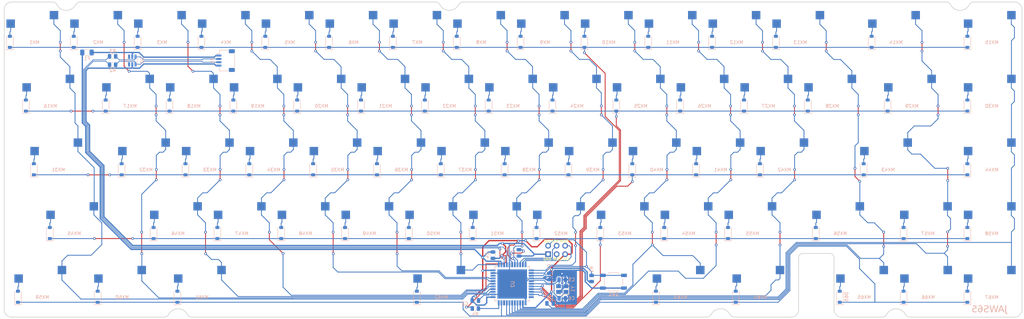
<source format=kicad_pcb>
(kicad_pcb (version 20221018) (generator pcbnew)
  (title_block (title "JAWS65 Hotswap PCB"))
  (layers (0 "F.Cu" signal) (31 "B.Cu" signal) (34 "B.Paste" user) (35 "F.Paste" user) (36 "B.SilkS" user "B.Silkscreen") (37 "F.SilkS" user "F.Silkscreen") (38 "B.Mask" user) (39 "F.Mask" user) (44 "Edge.Cuts" user))
  (net 0 "")
  (net 1 "GND")
  (net 2 "XTAL2")
  (net 3 "XTAL1")
  (net 4 "ROW0")
  (net 5 "ROW1")
  (net 6 "ROW2")
  (net 7 "ROW3")
  (net 8 "ROW4")
  (net 9 "VBUS")
  (net 10 "D+")
  (net 11 "D-")
  (net 12 "RESET")
  (net 13 "MOSI")
  (net 14 "SCK")
  (net 15 "MISO")
  (net 16 "COL0")
  (net 17 "COL1")
  (net 18 "COL2")
  (net 19 "COL3")
  (net 20 "COL4")
  (net 21 "COL5")
  (net 22 "COL6")
  (net 23 "COL7")
  (net 24 "COL8")
  (net 25 "COL9")
  (net 26 "COL10")
  (net 27 "COL11")
  (net 28 "COL12")
  (net 29 "COL13")
  (net 30 "COL14")
  (net 31 "+5V")
  (net 32 "/MCU_D+")
  (net 33 "/MCU_D-")
  (net 34 "Net-(U2-UCAP)")
  (net 35 "Net-(D1-A)")
  (net 36 "Net-(D2-A)")
  (net 37 "Net-(D3-A)")
  (net 38 "Net-(D4-A)")
  (net 39 "Net-(D5-A)")
  (net 40 "Net-(D6-A)")
  (net 41 "Net-(D7-A)")
  (net 42 "Net-(D8-A)")
  (net 43 "Net-(D9-A)")
  (net 44 "Net-(D10-A)")
  (net 45 "Net-(D11-A)")
  (net 46 "Net-(D12-A)")
  (net 47 "Net-(D13-A)")
  (net 48 "Net-(D14-A)")
  (net 49 "Net-(D15-A)")
  (net 50 "Net-(D16-A)")
  (net 51 "Net-(D17-A)")
  (net 52 "Net-(D18-A)")
  (net 53 "Net-(D19-A)")
  (net 54 "Net-(D20-A)")
  (net 55 "Net-(D21-A)")
  (net 56 "Net-(D22-A)")
  (net 57 "Net-(D23-A)")
  (net 58 "Net-(D24-A)")
  (net 59 "Net-(D25-A)")
  (net 60 "Net-(D26-A)")
  (net 61 "Net-(D27-A)")
  (net 62 "Net-(D28-A)")
  (net 63 "Net-(D29-A)")
  (net 64 "Net-(D30-A)")
  (net 65 "Net-(D31-A)")
  (net 66 "Net-(D32-A)")
  (net 67 "Net-(D33-A)")
  (net 68 "Net-(D34-A)")
  (net 69 "Net-(D35-A)")
  (net 70 "Net-(D36-A)")
  (net 71 "Net-(D37-A)")
  (net 72 "Net-(D38-A)")
  (net 73 "Net-(D39-A)")
  (net 74 "Net-(D40-A)")
  (net 75 "Net-(D41-A)")
  (net 76 "Net-(D42-A)")
  (net 77 "Net-(D43-A)")
  (net 78 "Net-(D44-A)")
  (net 79 "Net-(D45-A)")
  (net 80 "Net-(D46-A)")
  (net 81 "Net-(D47-A)")
  (net 82 "Net-(D48-A)")
  (net 83 "Net-(D49-A)")
  (net 84 "Net-(D50-A)")
  (net 85 "Net-(D51-A)")
  (net 86 "Net-(D52-A)")
  (net 87 "Net-(D53-A)")
  (net 88 "Net-(D54-A)")
  (net 89 "Net-(D55-A)")
  (net 90 "Net-(D56-A)")
  (net 91 "Net-(D57-A)")
  (net 92 "Net-(D58-A)")
  (net 93 "Net-(D59-A)")
  (net 94 "Net-(D60-A)")
  (net 95 "Net-(D61-A)")
  (net 96 "Net-(D62-A)")
  (net 97 "Net-(D63-A)")
  (net 98 "Net-(D64-A)")
  (net 99 "Net-(D65-A)")
  (net 100 "Net-(D66-A)")
  (net 101 "Net-(D67-A)")
  (net 102 "Net-(U2-~{HWB}{slash}PE2)")
  (footprint "MX_Only:MXOnly-1U-Hotswap" (layer "F.Cu") (at 16.57 19.52)
    (fp_text reference "MX1")
    (fp_text value "1u")
  )
  (footprint "MX_Only:MXOnly-1U-Hotswap" (layer "F.Cu") (at 35.62 19.52)
    (fp_text reference "MX2")
    (fp_text value "1u")
  )
  (footprint "MX_Only:MXOnly-1U-Hotswap" (layer "F.Cu") (at 54.67 19.52)
    (fp_text reference "MX3")
    (fp_text value "1u")
  )
  (footprint "MX_Only:MXOnly-1U-Hotswap" (layer "F.Cu") (at 73.72 19.52)
    (fp_text reference "MX4")
    (fp_text value "1u")
  )
  (footprint "MX_Only:MXOnly-1U-Hotswap" (layer "F.Cu") (at 92.77 19.52)
    (fp_text reference "MX5")
    (fp_text value "1u")
  )
  (footprint "MX_Only:MXOnly-1U-Hotswap" (layer "F.Cu") (at 111.82 19.52)
    (fp_text reference "MX6")
    (fp_text value "1u")
  )
  (footprint "MX_Only:MXOnly-1U-Hotswap" (layer "F.Cu") (at 130.87 19.52)
    (fp_text reference "MX7")
    (fp_text value "1u")
  )
  (footprint "MX_Only:MXOnly-1U-Hotswap" (layer "F.Cu") (at 168.97 19.52)
    (fp_text reference "MX9")
    (fp_text value "1u")
  )
  (footprint "MX_Only:MXOnly-1U-Hotswap" (layer "F.Cu") (at 188.02 19.52)
    (fp_text reference "MX10")
    (fp_text value "1u")
  )
  (footprint "MX_Only:MXOnly-1U-Hotswap" (layer "F.Cu") (at 207.07 19.52)
    (fp_text reference "MX11")
    (fp_text value "1u")
  )
  (footprint "MX_Only:MXOnly-1U-Hotswap" (layer "F.Cu") (at 226.12 19.52)
    (fp_text reference "MX12")
    (fp_text value "1u")
  )
  (footprint "MX_Only:MXOnly-1U-Hotswap" (layer "F.Cu") (at 245.17 19.52)
    (fp_text reference "MX13")
    (fp_text value "1u")
  )
  (footprint "MX_Only:MXOnly-2U-Hotswap" (layer "F.Cu") (at 273.745 19.52)
    (fp_text reference "MX14")
    (fp_text value "2u")
  )
  (footprint "MX_Only:MXOnly-1.5U-Hotswap" (layer "F.Cu") (at 21.3325 38.57)
    (fp_text reference "MX16")
    (fp_text value "1.5u")
  )
  (footprint "MX_Only:MXOnly-1U-Hotswap" (layer "F.Cu") (at 45.145 38.57)
    (fp_text reference "MX17")
    (fp_text value "1u")
  )
  (footprint "MX_Only:MXOnly-1U-Hotswap" (layer "F.Cu") (at 64.195 38.57)
    (fp_text reference "MX18")
    (fp_text value "1u")
  )
  (footprint "MX_Only:MXOnly-1U-Hotswap" (layer "F.Cu") (at 83.245 38.57)
    (fp_text reference "MX19")
    (fp_text value "1u")
  )
  (footprint "MX_Only:MXOnly-1U-Hotswap" (layer "F.Cu") (at 102.295 38.57)
    (fp_text reference "MX20")
    (fp_text value "1u")
  )
  (footprint "MX_Only:MXOnly-1U-Hotswap" (layer "F.Cu") (at 121.345 38.57)
    (fp_text reference "MX21")
    (fp_text value "1u")
  )
  (footprint "MX_Only:MXOnly-1U-Hotswap" (layer "F.Cu") (at 140.395 38.57)
    (fp_text reference "MX22")
    (fp_text value "1u")
  )
  (footprint "MX_Only:MXOnly-1U-Hotswap" (layer "F.Cu") (at 159.445 38.57)
    (fp_text reference "MX23")
    (fp_text value "1u")
  )
  (footprint "MX_Only:MXOnly-1U-Hotswap" (layer "F.Cu") (at 178.495 38.57)
    (fp_text reference "MX24")
    (fp_text value "1u")
  )
  (footprint "MX_Only:MXOnly-1U-Hotswap" (layer "F.Cu") (at 197.545 38.57)
    (fp_text reference "MX25")
    (fp_text value "1u")
  )
  (footprint "MX_Only:MXOnly-1U-Hotswap" (layer "F.Cu") (at 216.595 38.57)
    (fp_text reference "MX26")
    (fp_text value "1u")
  )
  (footprint "MX_Only:MXOnly-1U-Hotswap" (layer "F.Cu") (at 235.645 38.57)
    (fp_text reference "MX27")
    (fp_text value "1u")
  )
  (footprint "MX_Only:MXOnly-1U-Hotswap" (layer "F.Cu") (at 254.695 38.57)
    (fp_text reference "MX28")
    (fp_text value "1u")
  )
  (footprint "MX_Only:MXOnly-1.5U-Hotswap" (layer "F.Cu") (at 278.5075 38.57)
    (fp_text reference "MX29")
    (fp_text value "1.5u")
  )
  (footprint "MX_Only:MXOnly-1U-Hotswap" (layer "F.Cu") (at 302.32 38.57)
    (fp_text reference "MX30")
    (fp_text value "1u")
  )
  (footprint "MX_Only:MXOnly-1.75U-Hotswap" (layer "F.Cu") (at 23.71375 57.62)
    (fp_text reference "MX31")
    (fp_text value "1.75u")
  )
  (footprint "MX_Only:MXOnly-1U-Hotswap" (layer "F.Cu") (at 49.9075 57.62)
    (fp_text reference "MX32")
    (fp_text value "1u")
  )
  (footprint "MX_Only:MXOnly-1U-Hotswap" (layer "F.Cu") (at 68.9575 57.62)
    (fp_text reference "MX33")
    (fp_text value "1u")
  )
  (footprint "MX_Only:MXOnly-1U-Hotswap" (layer "F.Cu") (at 88.0075 57.62)
    (fp_text reference "MX34")
    (fp_text value "1u")
  )
  (footprint "MX_Only:MXOnly-1U-Hotswap" (layer "F.Cu") (at 107.0575 57.62)
    (fp_text reference "MX35")
    (fp_text value "1u")
  )
  (footprint "MX_Only:MXOnly-1U-Hotswap" (layer "F.Cu") (at 126.1075 57.62)
    (fp_text reference "MX36")
    (fp_text value "1u")
  )
  (footprint "MX_Only:MXOnly-1U-Hotswap" (layer "F.Cu") (at 145.1575 57.62)
    (fp_text reference "MX37")
    (fp_text value "1u")
  )
  (footprint "MX_Only:MXOnly-1U-Hotswap" (layer "F.Cu") (at 164.2075 57.62)
    (fp_text reference "MX38")
    (fp_text value "1u")
  )
  (footprint "MX_Only:MXOnly-1U-Hotswap" (layer "F.Cu") (at 183.2575 57.62)
    (fp_text reference "MX39")
    (fp_text value "1u")
  )
  (footprint "MX_Only:MXOnly-1U-Hotswap" (layer "F.Cu") (at 202.3075 57.62)
    (fp_text reference "MX40")
    (fp_text value "1u")
  )
  (footprint "MX_Only:MXOnly-1U-Hotswap" (layer "F.Cu") (at 221.3575 57.62)
    (fp_text reference "MX41")
    (fp_text value "1u")
  )
  (footprint "MX_Only:MXOnly-1U-Hotswap" (layer "F.Cu") (at 240.4075 57.62)
    (fp_text reference "MX42")
    (fp_text value "1u")
  )
  (footprint "MX_Only:MXOnly-2.25U-Hotswap" (layer "F.Cu") (at 271.36375 57.62)
    (fp_text reference "MX43")
    (fp_text value "2.25u")
  )
  (footprint "MX_Only:MXOnly-1U-Hotswap" (layer "F.Cu") (at 302.32 57.62)
    (fp_text reference "MX44")
    (fp_text value "1u")
  )
  (footprint "MX_Only:MXOnly-2.25U-Hotswap" (layer "F.Cu") (at 28.47625 76.67)
    (fp_text reference "MX45")
    (fp_text value "2.25u")
  )
  (footprint "MX_Only:MXOnly-1U-Hotswap" (layer "F.Cu") (at 59.4325 76.67)
    (fp_text reference "MX46")
    (fp_text value "1u")
  )
  (footprint "MX_Only:MXOnly-1U-Hotswap" (layer "F.Cu") (at 78.4825 76.67)
    (fp_text reference "MX47")
    (fp_text value "1u")
  )
  (footprint "MX_Only:MXOnly-1U-Hotswap" (layer "F.Cu") (at 97.5325 76.67)
    (fp_text reference "MX48")
    (fp_text value "1u")
  )
  (footprint "MX_Only:MXOnly-1U-Hotswap" (layer "F.Cu") (at 116.5825 76.67)
    (fp_text reference "MX49")
    (fp_text value "1u")
  )
  (footprint "MX_Only:MXOnly-1U-Hotswap" (layer "F.Cu") (at 135.6325 76.67)
    (fp_text reference "MX50")
    (fp_text value "1u")
  )
  (footprint "MX_Only:MXOnly-1U-Hotswap" (layer "F.Cu") (at 154.6825 76.67)
    (fp_text reference "MX51")
    (fp_text value "1u")
  )
  (footprint "MX_Only:MXOnly-1U-Hotswap" (layer "F.Cu") (at 173.7325 76.67)
    (fp_text reference "MX52")
    (fp_text value "1u")
  )
  (footprint "MX_Only:MXOnly-1U-Hotswap" (layer "F.Cu") (at 192.7825 76.67)
    (fp_text reference "MX53")
    (fp_text value "1u")
  )
  (footprint "MX_Only:MXOnly-1U-Hotswap" (layer "F.Cu") (at 211.8325 76.67)
    (fp_text reference "MX54")
    (fp_text value "1u")
  )
  (footprint "MX_Only:MXOnly-1U-Hotswap" (layer "F.Cu") (at 230.8825 76.67)
    (fp_text reference "MX55")
    (fp_text value "1u")
  )
  (footprint "MX_Only:MXOnly-1.75U-Hotswap" (layer "F.Cu") (at 257.07625 76.67)
    (fp_text reference "MX56")
    (fp_text value "1.75u")
  )
  (footprint "MX_Only:MXOnly-1U-Hotswap" (layer "F.Cu") (at 283.27 76.67)
    (fp_text reference "MX57")
    (fp_text value "1u")
  )
  (footprint "MX_Only:MXOnly-1U-Hotswap" (layer "F.Cu") (at 302.32 76.67)
    (fp_text reference "MX58")
    (fp_text value "1u")
  )
  (footprint "MX_Only:MXOnly-1.25U-Hotswap" (layer "F.Cu") (at 209.45125 95.72)
    (fp_text reference "MX63")
    (fp_text value "1.25u")
  )
  (footprint "MX_Only:MXOnly-1U-Hotswap" (layer "F.Cu") (at 264.22 95.72)
    (fp_text reference "MX65")
    (fp_text value "1u")
  )
  (footprint "MX_Only:MXOnly-1U-Hotswap" (layer "F.Cu") (at 302.32 95.72)
    (fp_text reference "MX67")
    (fp_text value "1u")
  )
  (footprint "MX_Only:MXOnly-1.25U-Hotswap" (layer "F.Cu") (at 233.26375 95.72)
    (fp_text reference "MX64")
    (fp_text value "1.25u")
  )
  (footprint "MX_Only:MXOnly-1U-Hotswap" (layer "F.Cu") (at 149.92 19.52)
    (fp_text reference "MX8")
    (fp_text value "1u")
  )
  (footprint "MX_Only:MXOnly-1U-Hotswap" (layer "F.Cu") (at 302.32 19.52)
    (fp_text reference "MX15")
    (fp_text value "1u")
  )
  (footprint "MX_Only:MXOnly-1.25U-Hotswap" (layer "F.Cu") (at 18.95125 95.72)
    (fp_text reference "MX59")
    (fp_text value "1.25u")
  )
  (footprint "MX_Only:MXOnly-1.25U-Hotswap" (layer "F.Cu") (at 42.76375 95.72)
    (fp_text reference "MX60")
    (fp_text value "1.25u")
  )
  (footprint "MX_Only:MXOnly-1.25U-Hotswap" (layer "F.Cu") (at 66.57625 95.72)
    (fp_text reference "MX61")
    (fp_text value "1.25u")
  )
  (footprint "MX_Only:MXOnly-6.25U-Hotswap-ReversedStabilizers" (layer "F.Cu") (at 138.01375 95.72)
    (fp_text reference "MX62")
    (fp_text value "6.25u")
  )
  (footprint "MX_Only:MXOnly-1U-Hotswap" (layer "F.Cu") (at 283.32 95.72)
    (fp_text reference "MX66")
    (fp_text value "1u")
  )
  (footprint "local:ISP" (layer "F.Cu") (at 174.97 83.37 -90)
    (fp_text reference "J2")
    (fp_text value "AVR-ISP-6")
  )
  (footprint "Connector_JST:JST_SH_SM04B-SRSS-TB_1x04-1MP_P1.00mm_Horizontal" (layer "B.Cu") (at 73.62 28.02375 -90)
    (fp_text reference "J1")
    (fp_text value "JST SH 4-pin")
  )
  (footprint "Resistor_SMD:R_0805_2012Metric" (layer "B.Cu") (at 39.91 29.27375)
    (fp_text reference "R2")
    (fp_text value "22")
  )
  (footprint "Resistor_SMD:R_0805_2012Metric" (layer "B.Cu") (at 39.91 26.77375)
    (fp_text reference "R3")
    (fp_text value "22")
  )
  (footprint "Button_Switch_SMD:SW_SPST_TL3342" (layer "B.Cu") (at 189.38375 94.135)
    (fp_text reference "SW1")
    (fp_text value "Reset")
  )
  (footprint "Capacitor_SMD:C_0805_2012Metric" (layer "B.Cu") (at 174.1 93.52 180)
    (fp_text reference "C5")
    (fp_text value "22p")
  )
  (footprint "Capacitor_SMD:C_0805_2012Metric" (layer "B.Cu") (at 170.48 100.6 180)
    (fp_text reference "C3")
    (fp_text value "0.1u")
  )
  (footprint "Crystal:Crystal_SMD_3225-4Pin_3.2x2.5mm" (layer "B.Cu") (at 174.1 96.32 180)
    (fp_text reference "Y1")
    (fp_text value "16MHz")
  )
  (footprint "Capacitor_SMD:C_0805_2012Metric" (layer "B.Cu") (at 170.3 92.57 -90)
    (fp_text reference "C1")
    (fp_text value "0.1u")
  )
  (footprint "Resistor_SMD:R_0805_2012Metric" (layer "B.Cu") (at 182.85 93.17 -90)
    (fp_text reference "R1")
    (fp_text value "10k")
  )
  (footprint "Diode_SMD:D_SOD-123" (layer "B.Cu") (at 9.25125 22.42625 90)
    (fp_text reference "D1")
    (fp_text value "1N4148")
  )
  (footprint "Diode_SMD:D_SOD-123" (layer "B.Cu") (at 28.32 22.42625 90)
    (fp_text reference "D2")
    (fp_text value "1N4148")
  )
  (footprint "Diode_SMD:D_SOD-123" (layer "B.Cu") (at 47.37 22.42625 90)
    (fp_text reference "D3")
    (fp_text value "1N4148")
  )
  (footprint "Diode_SMD:D_SOD-123" (layer "B.Cu") (at 66.42 22.42625 90)
    (fp_text reference "D4")
    (fp_text value "1N4148")
  )
  (footprint "Diode_SMD:D_SOD-123" (layer "B.Cu") (at 85.47 22.42625 90)
    (fp_text reference "D5")
    (fp_text value "1N4148")
  )
  (footprint "Diode_SMD:D_SOD-123" (layer "B.Cu") (at 104.52 22.42625 90)
    (fp_text reference "D6")
    (fp_text value "1N4148")
  )
  (footprint "Diode_SMD:D_SOD-123" (layer "B.Cu") (at 123.57 22.42625 90)
    (fp_text reference "D7")
    (fp_text value "1N4148")
  )
  (footprint "Diode_SMD:D_SOD-123" (layer "B.Cu") (at 142.62 22.42625 90)
    (fp_text reference "D8")
    (fp_text value "1N4148")
  )
  (footprint "Diode_SMD:D_SOD-123" (layer "B.Cu") (at 161.67 22.42625 90)
    (fp_text reference "D9")
    (fp_text value "1N4148")
  )
  (footprint "Diode_SMD:D_SOD-123" (layer "B.Cu") (at 180.72 22.42625 90)
    (fp_text reference "D10")
    (fp_text value "1N4148")
  )
  (footprint "Diode_SMD:D_SOD-123" (layer "B.Cu") (at 199.77 22.42625 90)
    (fp_text reference "D11")
    (fp_text value "1N4148")
  )
  (footprint "Diode_SMD:D_SOD-123" (layer "B.Cu") (at 218.82 22.42625 90)
    (fp_text reference "D12")
    (fp_text value "1N4148")
  )
  (footprint "Diode_SMD:D_SOD-123" (layer "B.Cu") (at 266.445 22.42625 90)
    (fp_text reference "D14")
    (fp_text value "1N4148")
  )
  (footprint "Diode_SMD:D_SOD-123" (layer "B.Cu") (at 295.02 22.42625 90)
    (fp_text reference "D15")
    (fp_text value "1N4148")
  )
  (footprint "Diode_SMD:D_SOD-123" (layer "B.Cu") (at 14.0325 41.47625 90)
    (fp_text reference "D16")
    (fp_text value "1N4148")
  )
  (footprint "Diode_SMD:D_SOD-123" (layer "B.Cu") (at 37.845 41.47625 90)
    (fp_text reference "D17")
    (fp_text value "1N4148")
  )
  (footprint "Diode_SMD:D_SOD-123" (layer "B.Cu") (at 56.895 41.47625 90)
    (fp_text reference "D18")
    (fp_text value "1N4148")
  )
  (footprint "Diode_SMD:D_SOD-123" (layer "B.Cu") (at 75.945 41.47625 90)
    (fp_text reference "D19")
    (fp_text value "1N4148")
  )
  (footprint "Diode_SMD:D_SOD-123" (layer "B.Cu") (at 94.995 41.47625 90)
    (fp_text reference "D20")
    (fp_text value "1N4148")
  )
  (footprint "Diode_SMD:D_SOD-123" (layer "B.Cu") (at 114.045 41.47625 90)
    (fp_text reference "D21")
    (fp_text value "1N4148")
  )
  (footprint "Diode_SMD:D_SOD-123" (layer "B.Cu") (at 133.095 41.47625 90)
    (fp_text reference "D22")
    (fp_text value "1N4148")
  )
  (footprint "Diode_SMD:D_SOD-123" (layer "B.Cu") (at 152.145 41.47625 90)
    (fp_text reference "D23")
    (fp_text value "1N4148")
  )
  (footprint "Diode_SMD:D_SOD-123" (layer "B.Cu") (at 171.195 41.47625 90)
    (fp_text reference "D24")
    (fp_text value "1N4148")
  )
  (footprint "Diode_SMD:D_SOD-123" (layer "B.Cu") (at 190.245 41.47625 90)
    (fp_text reference "D25")
    (fp_text value "1N4148")
  )
  (footprint "Diode_SMD:D_SOD-123" (layer "B.Cu") (at 209.295 41.47625 90)
    (fp_text reference "D26")
    (fp_text value "1N4148")
  )
  (footprint "Diode_SMD:D_SOD-123" (layer "B.Cu") (at 228.345 41.47625 90)
    (fp_text reference "D27")
    (fp_text value "1N4148")
  )
  (footprint "Diode_SMD:D_SOD-123" (layer "B.Cu") (at 247.395 41.47625 90)
    (fp_text reference "D28")
    (fp_text value "1N4148")
  )
  (footprint "Diode_SMD:D_SOD-123" (layer "B.Cu") (at 271.2075 41.47625 90)
    (fp_text reference "D29")
    (fp_text value "1N4148")
  )
  (footprint "Diode_SMD:D_SOD-123" (layer "B.Cu") (at 295.02 41.47625 90)
    (fp_text reference "D30")
    (fp_text value "1N4148")
  )
  (footprint "Diode_SMD:D_SOD-123" (layer "B.Cu") (at 16.41375 60.52625 90)
    (fp_text reference "D31")
    (fp_text value "1N4148")
  )
  (footprint "Diode_SMD:D_SOD-123" (layer "B.Cu") (at 42.6075 60.52625 90)
    (fp_text reference "D32")
    (fp_text value "1N4148")
  )
  (footprint "Diode_SMD:D_SOD-123" (layer "B.Cu") (at 61.6575 60.52625 90)
    (fp_text reference "D33")
    (fp_text value "1N4148")
  )
  (footprint "Diode_SMD:D_SOD-123" (layer "B.Cu") (at 80.7075 60.52625 90)
    (fp_text reference "D34")
    (fp_text value "1N4148")
  )
  (footprint "Diode_SMD:D_SOD-123" (layer "B.Cu") (at 118.8075 60.52625 90)
    (fp_text reference "D36")
    (fp_text value "1N4148")
  )
  (footprint "Diode_SMD:D_SOD-123" (layer "B.Cu") (at 137.8575 60.52625 90)
    (fp_text reference "D37")
    (fp_text value "1N4148")
  )
  (footprint "Diode_SMD:D_SOD-123" (layer "B.Cu") (at 156.9075 60.52625 90)
    (fp_text reference "D38")
    (fp_text value "1N4148")
  )
  (footprint "Diode_SMD:D_SOD-123" (layer "B.Cu") (at 175.9575 60.52625 90)
    (fp_text reference "D39")
    (fp_text value "1N4148")
  )
  (footprint "Diode_SMD:D_SOD-123" (layer "B.Cu") (at 195.0075 60.52625 90)
    (fp_text reference "D40")
    (fp_text value "1N4148")
  )
  (footprint "Diode_SMD:D_SOD-123" (layer "B.Cu") (at 214.0575 60.52625 90)
    (fp_text reference "D41")
    (fp_text value "1N4148")
  )
  (footprint "Diode_SMD:D_SOD-123" (layer "B.Cu") (at 233.1075 60.52625 90)
    (fp_text reference "D42")
    (fp_text value "1N4148")
  )
  (footprint "Diode_SMD:D_SOD-123" (layer "B.Cu") (at 264.06375 60.52625 90)
    (fp_text reference "D43")
    (fp_text value "1N4148")
  )
  (footprint "Diode_SMD:D_SOD-123" (layer "B.Cu") (at 295.02 60.52625 90)
    (fp_text reference "D44")
    (fp_text value "1N4148")
  )
  (footprint "Diode_SMD:D_SOD-123" (layer "B.Cu") (at 21.17625 79.57625 90)
    (fp_text reference "D45")
    (fp_text value "1N4148")
  )
  (footprint "Diode_SMD:D_SOD-123" (layer "B.Cu") (at 52.1325 79.57625 90)
    (fp_text reference "D46")
    (fp_text value "1N4148")
  )
  (footprint "Diode_SMD:D_SOD-123" (layer "B.Cu") (at 71.1825 79.57625 90)
    (fp_text reference "D47")
    (fp_text value "1N4148")
  )
  (footprint "Diode_SMD:D_SOD-123" (layer "B.Cu") (at 90.2325 79.57625 90)
    (fp_text reference "D48")
    (fp_text value "1N4148")
  )
  (footprint "Diode_SMD:D_SOD-123" (layer "B.Cu") (at 109.2825 79.57625 90)
    (fp_text reference "D49")
    (fp_text value "1N4148")
  )
  (footprint "Diode_SMD:D_SOD-123" (layer "B.Cu") (at 128.3325 79.57625 90)
    (fp_text reference "D50")
    (fp_text value "1N4148")
  )
  (footprint "Diode_SMD:D_SOD-123" (layer "B.Cu") (at 147.3825 79.57625 90)
    (fp_text reference "D51")
    (fp_text value "1N4148")
  )
  (footprint "Diode_SMD:D_SOD-123" (layer "B.Cu") (at 166.4325 79.57625 90)
    (fp_text reference "D52")
    (fp_text value "1N4148")
  )
  (footprint "Diode_SMD:D_SOD-123" (layer "B.Cu") (at 185.47 79.57625 90)
    (fp_text reference "D53")
    (fp_text value "1N4148")
  )
  (footprint "Diode_SMD:D_SOD-123" (layer "B.Cu") (at 204.5325 79.57625 90)
    (fp_text reference "D54")
    (fp_text value "1N4148")
  )
  (footprint "Diode_SMD:D_SOD-123" (layer "B.Cu") (at 223.5825 79.57625 90)
    (fp_text reference "D55")
    (fp_text value "1N4148")
  )
  (footprint "Diode_SMD:D_SOD-123" (layer "B.Cu") (at 249.77625 79.57625 90)
    (fp_text reference "D56")
    (fp_text value "1N4148")
  )
  (footprint "Diode_SMD:D_SOD-123" (layer "B.Cu") (at 275.97 79.57625 90)
    (fp_text reference "D57")
    (fp_text value "1N4148")
  )
  (footprint "Diode_SMD:D_SOD-123" (layer "B.Cu") (at 295.02 79.57625 90)
    (fp_text reference "D58")
    (fp_text value "1N4148")
  )
  (footprint "Diode_SMD:D_SOD-123" (layer "B.Cu") (at 11.65125 98.62625 90)
    (fp_text reference "D59")
    (fp_text value "1N4148")
  )
  (footprint "Diode_SMD:D_SOD-123" (layer "B.Cu") (at 35.46375 98.62625 90)
    (fp_text reference "D60")
    (fp_text value "1N4148")
  )
  (footprint "Diode_SMD:D_SOD-123" (layer "B.Cu") (at 59.25125 98.62625 90)
    (fp_text reference "D61")
    (fp_text value "1N4148")
  )
  (footprint "Diode_SMD:D_SOD-123" (layer "B.Cu") (at 130.71375 98.62625 90)
    (fp_text reference "D62")
    (fp_text value "1N4148")
  )
  (footprint "Diode_SMD:D_SOD-123" (layer "B.Cu") (at 225.8825 98.62625 90)
    (fp_text reference "D64")
    (fp_text value "1N4148")
  )
  (footprint "Diode_SMD:D_SOD-123" (layer "B.Cu") (at 295.02 98.62625 90)
    (fp_text reference "D67")
    (fp_text value "1N4148")
  )
  (footprint "Diode_SMD:D_SOD-123" (layer "B.Cu") (at 237.87 22.42625 90)
    (fp_text reference "D13")
    (fp_text value "1N4148")
  )
  (footprint "Capacitor_SMD:C_0805_2012Metric" (layer "B.Cu") (at 161.19 85.50454 -90)
    (fp_text reference "C7")
    (fp_text value "1u")
  )
  (footprint "Capacitor_SMD:C_0805_2012Metric" (layer "B.Cu") (at 174.1 99.12 180)
    (fp_text reference "C6")
    (fp_text value "22p")
  )
  (footprint "Diode_SMD:D_SOD-123" (layer "B.Cu") (at 99.7575 60.52625 90)
    (fp_text reference "D35")
    (fp_text value "1N4148")
  )
  (footprint "Diode_SMD:D_SOD-123" (layer "B.Cu") (at 202.07 98.62625 90)
    (fp_text reference "D63")
    (fp_text value "1N4148")
  )
  (footprint "Capacitor_SMD:C_0805_2012Metric" (layer "B.Cu") (at 148.17 99.75)
    (fp_text reference "C2")
    (fp_text value "0.1u")
  )
  (footprint "Package_TO_SOT_SMD:SOT-23-6" (layer "B.Cu") (at 45.79375 28.02375 90)
    (fp_text reference "U1")
    (fp_text value "SRV05-4")
  )
  (footprint "Package_QFP:TQFP-44_10x10mm_P0.8mm" (layer "B.Cu") (at 159.15 94.74 -90)
    (fp_text reference "U2")
    (fp_text value "ATmega32U4-MUR")
  )
  (footprint "Fuse:Fuse_1206_3216Metric" (layer "B.Cu") (at 32.26 25.61)
    (fp_text reference "F1")
    (fp_text value "500mA")
  )
  (footprint "Resistor_SMD:R_0805_2012Metric" (layer "B.Cu") (at 148.17 102.14125)
    (fp_text reference "R4")
    (fp_text value "10k")
  )
  (footprint "Capacitor_SMD:C_0805_2012Metric" (layer "B.Cu") (at 153.43 86.20454 -90)
    (fp_text reference "C4")
    (fp_text value "10u")
  )
  (footprint "Diode_SMD:D_SOD-123" (layer "B.Cu") (at 275.97 98.62625 90)
    (fp_text reference "D66")
    (fp_text value "1N4148")
  )
  (footprint "Diode_SMD:D_SOD-123" (layer "B.Cu") (at 256.92 98.62625 90)
    (fp_text reference "D65")
    (fp_text value "1N4148")
  )
  (gr_arc (start 28.888072 11.326452) (mid 26.095 13.020001) (end 23.301928 11.326452) (stroke (width 0.2)) (layer "Edge.Cuts"))
  (gr_arc (start 21.971894 10.52) (mid 22.74961 10.737361) (end 23.301928 11.326452) (stroke (width 0.2)) (layer "Edge.Cuts"))
  (gr_arc (start 277.868106 104.72) (mid 277.09039 104.502642) (end 276.538071 103.913549) (stroke (width 0.2)) (layer "Edge.Cuts"))
  (gr_arc (start 311.32 102.47) (mid 310.660997 104.061005) (end 309.07 104.72) (stroke (width 0.2)) (layer "Edge.Cuts"))
  (gr_line (start 55.309394 104.72) (end 9.82 104.72) (stroke (width 0.2)) (layer "Edge.Cuts"))
  (gr_line (start 7.57 102.47) (end 7.57 12.77) (stroke (width 0.2)) (layer "Edge.Cuts"))
  (gr_line (start 255.22 86.92) (end 255.22 102.47) (stroke (width 0.2)) (layer "Edge.Cuts"))
  (gr_line (start 245.895 85.67) (end 253.97 85.67) (stroke (width 0.2)) (layer "Edge.Cuts"))
  (gr_arc (start 7.57 12.77) (mid 8.22901 11.17901) (end 9.82 10.52) (stroke (width 0.2)) (layer "Edge.Cuts"))
  (gr_line (start 21.971894 10.52) (end 9.82 10.52) (stroke (width 0.2)) (layer "Edge.Cuts"))
  (gr_line (start 309.07 10.52) (end 296.918105 10.52) (stroke (width 0.2)) (layer "Edge.Cuts"))
  (gr_arc (start 270.951929 103.913548) (mid 273.744996 102.220017) (end 276.538071 103.913549) (stroke (width 0.2)) (layer "Edge.Cuts"))
  (gr_line (start 136.271894 10.52) (end 30.218105 10.52) (stroke (width 0.2)) (layer "Edge.Cuts"))
  (gr_arc (start 9.82 104.72) (mid 8.22901 104.06099) (end 7.57 102.47) (stroke (width 0.2)) (layer "Edge.Cuts"))
  (gr_line (start 288.671894 10.52) (end 144.518105 10.52) (stroke (width 0.2)) (layer "Edge.Cuts"))
  (gr_arc (start 295.588072 11.326452) (mid 292.795 13.020001) (end 290.001928 11.326452) (stroke (width 0.2)) (layer "Edge.Cuts"))
  (gr_arc (start 288.671894 10.52) (mid 289.44961 10.737361) (end 290.001928 11.326452) (stroke (width 0.2)) (layer "Edge.Cuts"))
  (gr_arc (start 56.639428 103.913548) (mid 56.08711 104.502646) (end 55.309394 104.72) (stroke (width 0.2)) (layer "Edge.Cuts"))
  (gr_arc (start 244.645 102.47) (mid 243.985997 104.061005) (end 242.395 104.72) (stroke (width 0.2)) (layer "Edge.Cuts"))
  (gr_arc (start 225.480606 104.72) (mid 224.70289 104.502642) (end 224.150571 103.913549) (stroke (width 0.2)) (layer "Edge.Cuts"))
  (gr_arc (start 63.555606 104.72) (mid 62.77789 104.502642) (end 62.225571 103.913549) (stroke (width 0.2)) (layer "Edge.Cuts"))
  (gr_arc (start 218.564429 103.913548) (mid 221.357496 102.220017) (end 224.150571 103.913549) (stroke (width 0.2)) (layer "Edge.Cuts"))
  (gr_line (start 269.621894 104.72) (end 257.47 104.72) (stroke (width 0.2)) (layer "Edge.Cuts"))
  (gr_line (start 242.395 104.72) (end 225.480605 104.72) (stroke (width 0.2)) (layer "Edge.Cuts"))
  (gr_line (start 244.645 86.92) (end 244.645 102.47) (stroke (width 0.2)) (layer "Edge.Cuts"))
  (gr_arc (start 253.97 85.67) (mid 254.853885 86.036118) (end 255.22 86.92) (stroke (width 0.2)) (layer "Edge.Cuts"))
  (gr_arc (start 136.271894 10.52) (mid 137.04961 10.737361) (end 137.601928 11.326452) (stroke (width 0.2)) (layer "Edge.Cuts"))
  (gr_arc (start 309.07 10.52) (mid 310.660991 11.179011) (end 311.32 12.77) (stroke (width 0.2)) (layer "Edge.Cuts"))
  (gr_line (start 311.32 102.47) (end 311.32 12.77) (stroke (width 0.2)) (layer "Edge.Cuts"))
  (gr_arc (start 28.888071 11.326452) (mid 29.440395 10.737374) (end 30.218105 10.52) (stroke (width 0.2)) (layer "Edge.Cuts"))
  (gr_line (start 309.07 104.72) (end 277.868105 104.72) (stroke (width 0.2)) (layer "Edge.Cuts"))
  (gr_arc (start 56.639429 103.913548) (mid 59.432496 102.220017) (end 62.225571 103.913549) (stroke (width 0.2)) (layer "Edge.Cuts"))
  (gr_arc (start 270.951928 103.913548) (mid 270.39961 104.502646) (end 269.621894 104.72) (stroke (width 0.2)) (layer "Edge.Cuts"))
  (gr_arc (start 143.188071 11.326452) (mid 143.740395 10.737374) (end 144.518105 10.52) (stroke (width 0.2)) (layer "Edge.Cuts"))
  (gr_arc (start 295.588071 11.326452) (mid 296.140395 10.737374) (end 296.918105 10.52) (stroke (width 0.2)) (layer "Edge.Cuts"))
  (gr_arc (start 257.47 104.72) (mid 255.879011 104.060992) (end 255.22 102.47) (stroke (width 0.2)) (layer "Edge.Cuts"))
  (gr_arc (start 218.564428 103.913548) (mid 218.01211 104.502646) (end 217.234394 104.72) (stroke (width 0.2)) (layer "Edge.Cuts"))
  (gr_line (start 217.234395 104.72) (end 63.555606 104.72) (stroke (width 0.2)) (layer "Edge.Cuts"))
  (gr_arc (start 244.645 86.92) (mid 245.011123 86.036131) (end 245.895 85.67) (stroke (width 0.2)) (layer "Edge.Cuts"))
  (gr_arc (start 143.188072 11.326452) (mid 140.395 13.020001) (end 137.601928 11.326452) (stroke (width 0.2)) (layer "Edge.Cuts"))
  (gr_text "JAWS65" (at 301.535477 102.427501) (layer "B.SilkS") (effects (font (size 2 2)) (justify mirror)))
  (segment (start 151.35 96.141384) (end 151.35 88.78454) (width 0.25) (layer "F.Cu") (net 1))
  (segment (start 157.275 86.34454) (end 156.1 86.34454) (width 0.25) (layer "F.Cu") (net 1))
  (segment (start 151.35 88.78454) (end 151.36 88.77454) (width 0.25) (layer "F.Cu") (net 1))
  (segment (start 157.2 85.24454) (end 156.1 86.34454) (width 0.381) (layer "F.Cu") (net 1))
  (segment (start 145.58 101.62) (end 145.871384 101.62) (width 0.25) (layer "F.Cu") (net 1))
  (segment (start 145.871384 101.62) (end 151.35 96.141384) (width 0.25) (layer "F.Cu") (net 1))
  (segment (start 157.2 83.62546) (end 157.2 85.24454) (width 0.381) (layer "F.Cu") (net 1))
  (segment (start 157.275 88.253424) (end 157.275 86.34454) (width 0.25) (layer "F.Cu") (net 1))
  (segment (start 156.753884 88.77454) (end 157.275 88.253424) (width 0.25) (layer "F.Cu") (net 1))
  (segment (start 156.25454 82.68) (end 157.2 83.62546) (width 0.381) (layer "F.Cu") (net 1))
  (segment (start 151.36 88.77454) (end 156.753884 88.77454) (width 0.25) (layer "F.Cu") (net 1))
  (via (at 156.25454 82.68) (size 0.8) (drill 0.4) (layers "F.Cu" "B.Cu") (net 1))
  (via (at 145.54 101.73) (size 0.8) (drill 0.4) (layers "F.Cu" "B.Cu") (net 1))
  (via (at 174.0275 91.71) (size 0.8) (drill 0.4) (layers "F.Cu" "B.Cu") (net 1))
  (via (at 156.1 86.34454) (size 0.8) (drill 0.4) (layers "F.Cu" "B.Cu") (net 1))
  (segment (start 164.306802 93.14) (end 162.365 95.081802) (width 0.25) (layer "B.Cu") (net 1))
  (segment locked (start 45.79375 30.03475) (end 45.53724 30.29126) (width 0.381) (layer "B.Cu") (net 1))
  (segment (start 175.0375 92.72) (end 175.0375 93.52) (width 0.381) (layer "B.Cu") (net 1))
  (segment (start 158.2795 82.7305) (end 158.2795 87.844475) (width 0.25) (layer "B.Cu") (net 1))
  (segment (start 49.20824 29.03926) (end 70.26051 29.03926) (width 0.381) (layer "B.Cu") (net 1))
  (segment (start 155.36546 82.68) (end 156.25454 82.68) (width 0.381) (layer "B.Cu") (net 1))
  (segment locked (start 45.79375 29.12375) (end 45.79375 30.03475) (width 0.381) (layer "B.Cu") (net 1))
  (segment (start 153.45 97.94) (end 161.69 97.94) (width 0.25) (layer "B.Cu") (net 1))
  (segment (start 154.73 83.31546) (end 45.928816 83.31546) (width 0.381) (layer "B.Cu") (net 1))
  (segment (start 161.19 86.45454) (end 165.27546 86.45454) (width 0.381) (layer "B.Cu") (net 1))
  (segment (start 31.961 31.019448) (end 32.689188 30.29126) (width 0.381) (layer "B.Cu") (net 1))
  (segment (start 156.25454 82.68) (end 158.33 82.68) (width 0.381) (layer "B.Cu") (net 1))
  (segment (start 149.12 99.75) (end 150.69827 98.17173) (width 0.25) (layer "B.Cu") (net 1))
  (segment (start 164.85 93.14) (end 164.306802 93.14) (width 0.25) (layer "B.Cu") (net 1))
  (segment (start 162.365 95.081802) (end 162.365 98.615) (width 0.25) (layer "B.Cu") (net 1))
  (segment (start 168.88 93.14) (end 169.2475 93.5075) (width 0.3) (layer "B.Cu") (net 1))
  (segment (start 154.73 83.31546) (end 155.36546 82.68) (width 0.381) (layer "B.Cu") (net 1))
  (segment (start 158.35 91.37454) (end 158.35 94.6) (width 0.25) (layer "B.Cu") (net 1))
  (segment (start 31.961 46.232236) (end 31.961 31.019448) (width 0.381) (layer "B.Cu") (net 1))
  (segment (start 180.96899 91.460662) (end 180.208328 90.7) (width 0.381) (layer "B.Cu") (net 1))
  (segment (start 145.54 101.73) (end 146.84625 101.73) (width 0.25) (layer "B.Cu") (net 1))
  (segment (start 177.96 90.7) (end 175.0375 90.7) (width 0.381) (layer "B.Cu") (net 1))
  (segment (start 169.2475 93.5075) (end 170.3 93.5075) (width 0.3) (layer "B.Cu") (net 1))
  (segment (start 174.0275 91.71) (end 172.0975 91.71) (width 0.381) (layer "B.Cu") (net 1))
  (segment locked (start 45.79375 30.03475) (end 46.059479 30.300479) (width 0.381) (layer "B.Cu") (net 1))
  (segment (start 162.365 98.615) (end 161.945 98.195) (width 0.25) (layer "B.Cu") (net 1))
  (segment (start 156.1 86.34454) (end 155.3025 87.14204) (width 0.381) (layer "B.Cu") (net 1))
  (segment (start 158.35 87.914975) (end 158.35 91.1) (width 0.25) (layer "B.Cu") (net 1))
  (segment (start 150.69827 98.17173) (end 152.163244 98.17173) (width 0.25) (layer "B.Cu") (net 1))
  (segment (start 45.928816 83.31546) (end 37.311 74.697644) (width 0.381) (layer "B.Cu") (net 1))
  (segment (start 165.82 85.91) (end 169.89 85.91) (width 0.381) (layer "B.Cu") (net 1))
  (segment (start 161.69 97.94) (end 161.945 98.195) (width 0.25) (layer "B.Cu") (net 1))
  (segment (start 163.17 99.42) (end 163.17 101.1) (width 0.25) (layer "B.Cu") (net 1))
  (segment (start 153.47 97.8) (end 153.44827 97.82173) (width 0.25) (layer "B.Cu") (net 1))
  (segment (start 176.281 95.47) (end 176.77 95.959) (width 0.381) (layer "B.Cu") (net 1))
  (segment (start 170.87 101.94) (end 175.05 101.94) (width 0.25) (layer "B.Cu") (net 1))
  (segment (start 180.208328 90.7) (end 177.96 90.7) (width 0.381) (layer "B.Cu") (net 1))
  (segment (start 175.0375 90.7) (end 174.0275 91.71) (width 0.381) (layer "B.Cu") (net 1))
  (segment (start 169.53 100.6) (end 170.87 101.94) (width 0.25) (layer "B.Cu") (net 1))
  (segment (start 33.028757 47.299993) (end 31.961 46.232236) (width 0.381) (layer "B.Cu") (net 1))
  (segment (start 158.35 94.6) (end 161.945 98.195) (width 0.25) (layer "B.Cu") (net 1))
  (segment (start 153.98 97.811473) (end 153.98 97.83) (width 0.25) (layer "B.Cu") (net 1))
  (segment (start 176.25 99.12) (end 175.0375 99.12) (width 0.381) (layer "B.Cu") (net 1))
  (segment (start 158.33 82.68) (end 158.2795 82.7305) (width 0.25) (layer "B.Cu") (net 1))
  (segment (start 175.05 101.94) (end 175.05 99.12) (width 0.25) (layer "B.Cu") (net 1))
  (segment (start 158.2795 87.844475) (end 158.35 87.914975) (width 0.25) (layer "B.Cu") (net 1))
  (segment (start 152.394974 97.94) (end 153.45 97.94) (width 0.25) (layer "B.Cu") (net 1))
  (segment (start 155.3025 87.14204) (end 153.43 87.14204) (width 0.381) (layer "B.Cu") (net 1))
  (segment (start 37.311 74.697644) (end 37.311 59.412236) (width 0.381) (layer "B.Cu") (net 1))
  (segment (start 182.895 96.035) (end 180.96899 94.10899) (width 0.381) (layer "B.Cu") (net 1))
  (segment (start 33.028757 55.129993) (end 33.028757 47.299993) (width 0.381) (layer "B.Cu") (net 1))
  (segment (start 161.15375 86.47829) (end 161.19 86.44204) (width 0.3) (layer "B.Cu") (net 1))
  (segment (start 165.27546 86.45454) (end 165.82 85.91) (width 0.381) (layer "B.Cu") (net 1))
  (segment (start 175.2 95.47) (end 175.2 93.6825) (width 0.381) (layer "B.Cu") (net 1))
  (segment (start 158.35 91.56454) (end 153.48 91.56454) (width 0.25) (layer "B.Cu") (net 1))
  (segment (start 37.311 59.412236) (end 33.028757 55.129993) (width 0.381) (layer "B.Cu") (net 1))
  (segment (start 70.26051 29.03926) (end 70.745 29.52375) (width 0.381) (layer "B.Cu") (net 1))
  (segment (start 176.77 95.959) (end 176.77 98.6) (width 0.381) (layer "B.Cu") (net 1))
  (segment locked (start 47.947021 30.300479) (end 49.20824 29.03926) (width 0.381) (layer "B.Cu") (net 1))
  (segment (start 170.2975 93.51) (end 170.3 93.5075) (width 0.25) (layer "B.Cu") (net 1))
  (segment (start 70.745 29.52375) (end 71.62 29.52375) (width 0.381) (layer "B.Cu") (net 1))
  (segment (start 162.365 98.615) (end 163.17 99.42) (width 0.25) (layer "B.Cu") (net 1))
  (segment (start 146.84625 101.73) (end 147.2575 102.14125) (width 0.25) (layer "B.Cu") (net 1))
  (segment (start 175.0375 92.72) (end 174.0275 91.71) (width 0.381) (layer "B.Cu") (net 1))
  (segment (start 180.96899 94.10899) (end 180.96899 91.460662) (width 0.381) (layer "B.Cu") (net 1))
  (segment (start 162.59 82.68) (end 165.82 85.91) (width 0.381) (layer "B.Cu") (net 1))
  (segment (start 173.302902 97.17) (end 175.002902 95.47) (width 0.381) (layer "B.Cu") (net 1))
  (segment (start 176.77 98.6) (end 176.25 99.12) (width 0.381) (layer "B.Cu") (net 1))
  (segment (start 170.3 93.5075) (end 172.0975 91.71) (width 0.381) (layer "B.Cu") (net 1))
  (segment (start 176.281 95.47) (end 175.2 95.47) (width 0.381) (layer "B.Cu") (net 1))
  (segment locked (start 46.059479 30.300479) (end 47.947021 30.300479) (width 0.381) (layer "B.Cu") (net 1))
  (segment (start 192.53375 96.035) (end 182.895 96.035) (width 0.381) (layer "B.Cu") (net 1))
  (segment (start 158.33 82.68) (end 162.59 82.68) (width 0.381) (layer "B.Cu") (net 1))
  (segment (start 32.689188 30.29126) (end 45.53724 30.29126) (width 0.381) (layer "B.Cu") (net 1))
  (segment (start 147.2575 102.14125) (end 147.2575 101.6125) (width 0.25) (layer "B.Cu") (net 1))
  (segment (start 152.163244 98.17173) (end 152.394974 97.94) (width 0.25) (layer "B.Cu") (net 1))
  (segment (start 164.85 93.14) (end 168.88 93.14) (width 0.3) (layer "B.Cu") (net 1))
  (segment (start 158.35 91.1) (end 158.35 91.37454) (width 0.25) (layer "B.Cu") (net 1))
  (segment (start 173.1625 93.52) (end 172.0825 94.6) (width 0.25) (layer "B.Cu") (net 2))
  (segment (start 172.0825 94.6) (end 169.54 94.6) (width 0.25) (layer "B.Cu") (net 2))
  (segment (start 168.63 93.69) (end 165.643198 93.69) (width 0.25) (layer "B.Cu") (net 2))
  (segment (start 165.643198 93.69) (end 165.393198 93.94) (width 0.25) (layer "B.Cu") (net 2))
  (segment (start 165.393198 93.94) (end 164.85 93.94) (width 0.25) (layer "B.Cu") (net 2))
  (segment (start 173.1625 95.3075) (end 173.1625 93.52) (width 0.25) (layer "B.Cu") (net 2))
  (segment (start 169.54 94.6) (end 168.63 93.69) (width 0.25) (layer "B.Cu") (net 2))
  (segment (start 164.85 94.74) (end 169.185026 94.74) (width 0.25) (layer "B.Cu") (net 3))
  (segment (start 171.672001 94.952001) (end 171.672001 97.629501) (width 0.25) (layer "B.Cu") (net 3))
  (segment (start 169.185026 94.74) (end 169.395026 94.95) (width 0.25) (layer "B.Cu") (net 3))
  (segment (start 173.1625 99.12) (end 175.1125 97.17) (width 0.25) (layer "B.Cu") (net 3))
  (segment (start 171.672001 97.629501) (end 173.1625 99.12) (width 0.25) (layer "B.Cu") (net 3))
  (segment (start 175.1125 97.17) (end 175.2 97.17) (width 0.25) (layer "B.Cu") (net 3))
  (segment (start 171.67 94.95) (end 171.672001 94.952001) (width 0.25) (layer "B.Cu") (net 3))
  (segment (start 169.395026 94.95) (end 171.67 94.95) (width 0.25) (layer "B.Cu") (net 3))
  (segment (start 179.39 98.425078) (end 179.39 79.02) (width 0.25) (layer "F.Cu") (net 4))
  (segment (start 191.13 48.95) (end 186.92 44.74) (width 0.25) (layer "F.Cu") (net 4))
  (segment (start 180.545001 74.364999) (end 191.13 63.78) (width 0.25) (layer "F.Cu") (net 4))
  (segment (start 186.92 31.88) (end 180.72 25.68) (width 0.25) (layer "F.Cu") (net 4))
  (segment (start 186.92 44.74) (end 186.92 31.88) (width 0.25) (layer "F.Cu") (net 4))
  (segment (start 173.19 100.88) (end 176.935078 100.88) (width 0.25) (layer "F.Cu") (net 4))
  (segment (start 176.935078 100.88) (end 179.39 98.425078) (width 0.25) (layer "F.Cu") (net 4))
  (segment (start 180.545001 77.864999) (end 180.545001 74.364999) (width 0.25) (layer "F.Cu") (net 4))
  (segment (start 179.39 79.02) (end 180.545001 77.864999) (width 0.25) (layer "F.Cu") (net 4))
  (segment (start 168.24 95.93) (end 173.19 100.88) (width 0.25) (layer "F.Cu") (net 4))
  (segment (start 168.24 95.3645) (end 168.24 95.93) (width 0.25) (layer "F.Cu") (net 4))
  (segment (start 191.13 63.78) (end 191.13 48.95) (width 0.25) (layer "F.Cu") (net 4))
  (via (at 180.72 25.68) (size 0.8) (drill 0.4) (layers "F.Cu" "B.Cu") (net 4))
  (via (at 168.24 95.3645) (size 0.8) (drill 0.4) (layers "F.Cu" "B.Cu") (net 4))
  (segment (start 180.72 25.68) (end 180.72 24.07625) (width 0.25) (layer "B.Cu") (net 4))
  (segment (start 123.57 24.07625) (end 104.52 24.07625) (width 0.25) (layer "B.Cu") (net 4))
  (segment (start 47.37 24.07625) (end 28.32 24.07625) (width 0.25) (layer "B.Cu") (net 4))
  (segment (start 104.52 24.07625) (end 85.47 24.07625) (width 0.25) (layer "B.Cu") (net 4))
  (segment (start 142.62 24.07625) (end 123.57 24.07625) (width 0.25) (layer "B.Cu") (net 4))
  (segment (start 168.0645 95.54) (end 164.85 95.54) (width 0.25) (layer "B.Cu") (net 4))
  (segment (start 237.87 24.07625) (end 218.82 24.07625) (width 0.25) (layer "B.Cu") (net 4))
  (segment (start 161.67 24.07625) (end 142.62 24.07625) (width 0.25) (layer "B.Cu") (net 4))
  (segment (start 266.445 24.07625) (end 237.87 24.07625) (width 0.25) (layer "B.Cu") (net 4))
  (segment (start 179.685762 24.07625) (end 180.72 24.07625) (width 0.25) (layer "B.Cu") (net 4))
  (segment (start 66.42 24.07625) (end 47.37 24.07625) (width 0.25) (layer "B.Cu") (net 4))
  (segment (start 199.77 24.07625) (end 180.72 24.07625) (width 0.25) (layer "B.Cu") (net 4))
  (segment (start 85.47 24.07625) (end 66.42 24.07625) (width 0.25) (layer "B.Cu") (net 4))
  (segment (start 218.82 24.07625) (end 199.77 24.07625) (width 0.25) (layer "B.Cu") (net 4))
  (segment (start 161.67 24.07625) (end 179.685762 24.07625) (width 0.25) (layer "B.Cu") (net 4))
  (segment (start 295.02 24.07625) (end 266.445 24.07625) (width 0.25) (layer "B.Cu") (net 4))
  (segment (start 28.32 24.07625) (end 9.25125 24.07625) (width 0.25) (layer "B.Cu") (net 4))
  (segment (start 168.24 95.3645) (end 168.0645 95.54) (width 0.25) (layer "B.Cu") (net 4))
  (segment (start 191.50701 48.793838) (end 190.24 47.526828) (width 0.25) (layer "F.Cu") (net 5))
  (segment (start 191.50701 63.936162) (end 191.50701 48.793838) (width 0.25) (layer "F.Cu") (net 5))
  (segment (start 167.762312 96.332263) (end 168.147289 96.332263) (width 0.25) (layer "F.Cu") (net 5))
  (segment (start 180.92201 78.021162) (end 180.92201 74.521162) (width 0.25) (layer "F.Cu") (net 5))
  (segment (start 179.76701 79.176162) (end 180.92201 78.021162) (width 0.25) (layer "F.Cu") (net 5))
  (segment (start 173.045026 101.23) (end 177.080052 101.23) (width 0.25) (layer "F.Cu") (net 5))
  (segment (start 168.147289 96.332263) (end 173.045026 101.23) (width 0.25) (layer "F.Cu") (net 5))
  (segment (start 177.080052 101.23) (end 179.76701 98.543042) (width 0.25) (layer "F.Cu") (net 5))
  (segment (start 179.76701 98.543042) (end 179.76701 79.176162) (width 0.25) (layer "F.Cu") (net 5))
  (segment (start 180.92201 74.521162) (end 191.50701 63.936162) (width 0.25) (layer "F.Cu") (net 5))
  (segment (start 190.24 47.526828) (end 190.24 44.75) (width 0.25) (layer "F.Cu") (net 5))
  (segment (start 34.04 43.13) (end 27.53 43.13) (width 0.25) (layer "F.Cu") (net 5))
  (via (at 34.04 43.13) (size 0.8) (drill 0.4) (layers "F.Cu" "B.Cu") (net 5))
  (via (at 190.24 44.75) (size 0.8) (drill 0.4) (layers "F.Cu" "B.Cu") (net 5))
  (via (at 27.53 43.13) (size 0.8) (drill 0.4) (layers "F.Cu" "B.Cu") (net 5))
  (via (at 167.762312 96.332263) (size 0.8) (drill 0.4) (layers "F.Cu" "B.Cu") (net 5))
  (segment (start 190.245 44.745) (end 190.24 44.75) (width 0.25) (layer "B.Cu") (net 5))
  (segment (start 171.195 43.12625) (end 190.245 43.12625) (width 0.25) (layer "B.Cu") (net 5))
  (segment (start 247.395 43.12625) (end 271.2075 43.12625) (width 0.25) (layer "B.Cu") (net 5))
  (segment (start 37.845 43.12625) (end 56.895 43.12625) (width 0.25) (layer "B.Cu") (net 5))
  (segment (start 152.145 43.12625) (end 171.195 43.12625) (width 0.25) (layer "B.Cu") (net 5))
  (segment (start 114.045 43.12625) (end 133.095 43.12625) (width 0.25) (layer "B.Cu") (net 5))
  (segment (start 37.84125 43.13) (end 37.845 43.12625) (width 0.25) (layer "B.Cu") (net 5))
  (segment (start 14.03625 43.13) (end 14.0325 43.12625) (width 0.25) (layer "B.Cu") (net 5))
  (segment (start 94.995 43.12625) (end 114.045 43.12625) (width 0.25) (layer "B.Cu") (net 5))
  (segment (start 75.945 43.12625) (end 94.995 43.12625) (width 0.25) (layer "B.Cu") (net 5))
  (segment (start 34.04 43.13) (end 37.84125 43.13) (width 0.25) (layer "B.Cu") (net 5))
  (segment (start 133.095 43.12625) (end 152.145 43.12625) (width 0.25) (layer "B.Cu") (net 5))
  (segment (start 165.400935 96.332263) (end 165.393198 96.34) (width 0.25) (layer "B.Cu") (net 5))
  (segment (start 56.895 43.12625) (end 75.945 43.12625) (width 0.25) (layer "B.Cu") (net 5))
  (segment (start 209.295 43.12625) (end 247.395 43.12625) (width 0.25) (layer "B.Cu") (net 5))
  (segment (start 27.53 43.13) (end 14.03625 43.13) (width 0.25) (layer "B.Cu") (net 5))
  (segment (start 190.245 43.12625) (end 209.295 43.12625) (width 0.25) (layer "B.Cu") (net 5))
  (segment (start 167.762312 96.332263) (end 165.400935 96.332263) (width 0.25) (layer "B.Cu") (net 5))
  (segment (start 34.04375 43.12625) (end 34.04 43.13) (width 0.25) (layer "B.Cu") (net 5))
  (segment (start 165.393198 96.34) (end 164.85 96.34) (width 0.25) (layer "B.Cu") (net 5))
  (segment (start 190.245 43.12625) (end 190.245 44.745) (width 0.25) (layer "B.Cu") (net 5))
  (segment (start 271.2075 43.12625) (end 295.02 43.12625) (width 0.25) (layer "B.Cu") (net 5))
  (segment (start 180.14402 98.661006) (end 180.14402 98.11) (width 0.25) (layer "F.Cu") (net 6))
  (segment (start 193.66 65.57) (end 195.02 64.21) (width 0.25) (layer "F.Cu") (net 6))
  (segment (start 180.14402 98.452324) (end 180.14402 98.11) (width 0.25) (layer "F.Cu") (net 6))
  (segment (start 181.299019 74.677325) (end 190.406344 65.57) (width 0.25) (layer "F.Cu") (net 6))
  (segment (start 180.14402 79.332324) (end 181.299019 78.177325) (width 0.25) (layer "F.Cu") (net 6))
  (segment (start 180.14402 98.11) (end 180.14402 79.332324) (width 0.25) (layer "F.Cu") (net 6))
  (segment (start 168.357195 97.217195) (end 172.72 101.58) (width 0.25) (layer "F.Cu") (net 6))
  (segment (start 32.57 62.19) (end 32.56 62.18) (width 0.25) (layer "F.Cu") (net 6))
  (segment (start 39.05 62.19) (end 32.57 62.19) (width 0.25) (layer "F.Cu") (net 6))
  (segment (start 177.225026 101.58) (end 180.14402 98.661006) (width 0.25) (layer "F.Cu") (net 6))
  (segment (start 172.72 101.58) (end 177.225026 101.58) (width 0.25) (layer "F.Cu") (net 6))
  (segment (start 181.299019 78.177325) (end 181.299019 74.677325) (width 0.25) (layer "F.Cu") (net 6))
  (segment (start 190.406344 65.57) (end 193.66 65.57) (width 0.25) (layer "F.Cu") (net 6))
  (segment (start 168.149043 97.217195) (end 168.357195 97.217195) (width 0.25) (layer "F.Cu") (net 6))
  (via (at 32.56 62.18) (size 0.8) (drill 0.4) (layers "F.Cu" "B.Cu") (net 6))
  (via (at 195.02 64.21) (size 0.8) (drill 0.4) (layers "F.Cu" "B.Cu") (net 6))
  (via (at 39.05 62.19) (size 0.8) (drill 0.4) (layers "F.Cu" "B.Cu") (net 6))
  (via (at 168.149043 97.217195) (size 0.8) (drill 0.4) (layers "F.Cu" "B.Cu") (net 6))
  (segment (start 42.6075 62.17625) (end 39.06375 62.17625) (width 0.25) (layer "B.Cu") (net 6))
  (segment (start 168.149043 97.217195) (end 164.927195 97.217195) (width 0.25) (layer "B.Cu") (net 6))
  (segment (start 16.41375 62.17625) (end 32.55625 62.17625) (width 0.25) (layer "B.Cu") (net 6))
  (segment (start 137.8575 62.17625) (end 118.8075 62.17625) (width 0.25) (layer "B.Cu") (net 6))
  (segment (start 80.7075 62.17625) (end 61.6575 62.17625) (width 0.25) (layer "B.Cu") (net 6))
  (segment (start 118.8075 62.17625) (end 99.7575 62.17625) (width 0.25) (layer "B.Cu") (net 6))
  (segment (start 137.86375 62.17) (end 137.8575 62.17625) (width 0.25) (layer "B.Cu") (net 6))
  (segment (start 195.02 62.18875) (end 195.0075 62.17625) (width 0.25) (layer "B.Cu") (net 6))
  (segment (start 99.7575 62.17625) (end 80.7075 62.17625) (width 0.25) (layer "B.Cu") (net 6))
  (segment (start 32.55625 62.17625) (end 32.56 62.18) (width 0.25) (layer "B.Cu") (net 6))
  (segment (start 233.1075 62.17625) (end 214.0575 62.17625) (width 0.25) (layer "B.Cu") (net 6))
  (segment (start 175.9575 62.17625) (end 156.9075 62.17625) (width 0.25) (layer "B.Cu") (net 6))
  (segment (start 295.02 62.17625) (end 264.06375 62.17625) (width 0.25) (layer "B.Cu") (net 6))
  (segment (start 264.06375 62.17625) (end 233.1075 62.17625) (width 0.25) (layer "B.Cu") (net 6))
  (segment (start 137.8575 62.17625) (end 156.9075 62.17625) (width 0.25) (layer "B.Cu") (net 6))
  (segment (start 195.0075 62.17625) (end 175.9575 62.17625) (width 0.25) (layer "B.Cu") (net 6))
  (segment (start 195.02 64.21) (end 195.02 62.18875) (width 0.25) (layer "B.Cu") (net 6))
  (segment (start 39.06375 62.17625) (end 39.05 62.19) (width 0.25) (layer "B.Cu") (net 6))
  (segment (start 61.6575 62.17625) (end 42.6075 62.17625) (width 0.25) (layer "B.Cu") (net 6))
  (segment (start 214.0575 62.17625) (end 195.0075 62.17625) (width 0.25) (layer "B.Cu") (net 6))
  (segment (start 172.575026 101.93) (end 177.370001 101.93) (width 0.25) (layer "F.Cu") (net 7))
  (segment (start 168.874449 98.617627) (end 169.262653 98.617627) (width 0.25) (layer "F.Cu") (net 7))
  (segment (start 34.48 81.22) (end 45.88 81.22) (width 0.25) (layer "F.Cu") (net 7))
  (segment (start 185.47 93.83) (end 185.47 83.12) (width 0.25) (layer "F.Cu") (net 7))
  (segment (start 169.262653 98.617627) (end 172.575026 101.93) (width 0.25) (layer "F.Cu") (net 7))
  (segment (start 177.370001 101.93) (end 185.47 93.83) (width 0.25) (layer "F.Cu") (net 7))
  (segment (start 45.88 81.22) (end 45.89 81.21) (width 0.25) (layer "F.Cu") (net 7))
  (segment (start 168.412232 98.15541) (end 168.874449 98.617627) (width 0.25) (layer "F.Cu") (net 7))
  (via (at 34.48 81.22) (size 0.8) (drill 0.4) (layers "F.Cu" "B.Cu") (net 7))
  (via (at 45.89 81.21) (size 0.8) (drill 0.4) (layers "F.Cu" "B.Cu") (net 7))
  (via (at 168.412232 98.15541) (size 0.8) (drill 0.4) (layers "F.Cu" "B.Cu") (net 7))
  (via (at 185.47 83.12) (size 0.8) (drill 0.4) (layers "F.Cu" "B.Cu") (net 7))
  (segment (start 185.47 81.22625) (end 204.5325 81.22625) (width 0.25) (layer "B.Cu") (net 7))
  (segment (start 185.47 81.22625) (end 185.47 83.12) (width 0.25) (layer "B.Cu") (net 7))
  (segment (start 45.90625 81.22625) (end 45.89 81.21) (width 0.25) (layer "B.Cu") (net 7))
  (segment (start 109.2825 81.22625) (end 128.3325 81.22625) (width 0.25) (layer "B.Cu") (net 7))
  (segment (start 52.1325 81.22625) (end 71.1825 81.22625) (width 0.25) (layer "B.Cu") (net 7))
  (segment (start 71.1825 81.22625) (end 90.2325 81.22625) (width 0.25) (layer "B.Cu") (net 7))
  (segment (start 166.96 97.94) (end 164.85 97.94) (width 0.25) (layer "B.Cu") (net 7))
  (segment (start 168.327642 98.24) (end 167.26 98.24) (width 0.25) (layer "B.Cu") (net 7))
  (segment (start 128.34875 81.21) (end 128.3325 81.22625) (width 0.25) (layer "B.Cu") (net 7))
  (segment (start 167.26 98.24) (end 166.96 97.94) (width 0.25) (layer "B.Cu") (net 7))
  (segment (start 109.28 81.22875) (end 109.2825 81.22625) (width 0.25) (layer "B.Cu") (net 7))
  (segment (start 128.3325 81.22625) (end 147.3825 81.22625) (width 0.25) (layer "B.Cu") (net 7))
  (segment (start 52.1325 81.22625) (end 45.90625 81.22625) (width 0.25) (layer "B.Cu") (net 7))
  (segment (start 249.77625 81.22625) (end 275.97 81.22625) (width 0.25) (layer "B.Cu") (net 7))
  (segment (start 223.5825 81.22625) (end 249.77625 81.22625) (width 0.25) (layer "B.Cu") (net 7))
  (segment (start 166.4325 81.22625) (end 147.3825 81.22625) (width 0.25) (layer "B.Cu") (net 7))
  (segment (start 21.1925 81.21) (end 21.17625 81.22625) (width 0.25) (layer "B.Cu") (net 7))
  (segment (start 204.5325 81.22625) (end 223.5825 81.22625) (width 0.25) (layer "B.Cu") (net 7))
  (segment (start 166.4325 81.22625) (end 185.47 81.22625) (width 0.25) (layer "B.Cu") (net 7))
  (segment (start 90.2325 81.22625) (end 109.2825 81.22625) (width 0.25) (layer "B.Cu") (net 7))
  (segment (start 21.17625 81.22625) (end 34.47375 81.22625) (width 0.25) (layer "B.Cu") (net 7))
  (segment (start 168.412232 98.15541) (end 168.327642 98.24) (width 0.25) (layer "B.Cu") (net 7))
  (segment (start 275.97 81.22625) (end 295.02 81.22625) (width 0.25) (layer "B.Cu") (net 7))
  (segment (start 166.42625 81.22) (end 166.4325 81.22625) (width 0.25) (layer "B.Cu") (net 7))
  (segment (start 34.47375 81.22625) (end 34.48 81.22) (width 0.25) (layer "B.Cu") (net 7))
  (segment (start 242.041029 85.988971) (end 242.031029 85.988971) (width 0.25) (layer "B.Cu") (net 8))
  (segment (start 155.95 104.39) (end 181.20903 104.39) (width 0.25) (layer "B.Cu") (net 8))
  (segment (start 156.33 104.39) (end 146.48 104.39) (width 0.25) (layer "B.Cu") (net 8))
  (segment (start 262.83 87.42) (end 258.93103 83.52103) (width 0.25) (layer "B.Cu") (net 8))
  (segment (start 155.97 101.1) (end 155.97 104.37) (width 0.25) (layer "B.Cu") (net 8))
  (segment (start 256.92 100.27625) (end 267.404992 100.27625) (width 0.25) (layer "B.Cu") (net 8))
  (segment (start 11.65125 100.27625) (end 35.46375 100.27625) (width 0.25) (layer "B.Cu") (net 8))
  (segment (start 244.50897 83.52103) (end 242.041029 85.988971) (width 0.25) (layer "B.Cu") (net 8))
  (segment (start 242.031029 85.988971) (end 242.031029 96.778971) (width 0.25) (layer "B.Cu") (net 8))
  (segment (start 242.031029 96.778971) (end 238.53375 100.27625) (width 0.25) (layer "B.Cu") (net 8))
  (segment (start 267.4 94.78) (end 262.83 90.21) (width 0.25) (layer "B.Cu") (net 8))
  (segment (start 35.46375 100.27625) (end 59.25125 100.27625) (width 0.25) (layer "B.Cu") (net 8))
  (segment (start 258.93103 83.52103) (end 244.50897 83.52103) (width 0.25) (layer "B.Cu") (net 8))
  (segment (start 295.02 100.27625) (end 275.97 100.27625) (width 0.25) (layer "B.Cu") (net 8))
  (segment (start 262.83 90.21) (end 262.83 87.42) (width 0.25) (layer "B.Cu") (net 8))
  (segment (start 185.322782 100.27625) (end 181.20903 104.39) (width 0.25) (layer "B.Cu") (net 8))
  (segment (start 267.4 94.78) (end 267.4 100.271258) (width 0.25) (layer "B.Cu") (net 8))
  (segment (start 144.52 100.27625) (end 130.71375 100.27625) (width 0.25) (layer "B.Cu") (net 8))
  (segment (start 202.07 100.27625) (end 185.322782 100.27625) (width 0.25) (layer "B.Cu") (net 8))
  (segment (start 144.52 102.43) (end 144.52 100.27625) (width 0.25) (layer "B.Cu") (net 8))
  (segment (start 146.48 104.39) (end 144.52 102.43) (width 0.25) (layer "B.Cu") (net 8))
  (segment (start 267.4 100.271258) (end 267.404992 100.27625) (width 0.25) (layer "B.Cu") (net 8))
  (segment (start 267.404992 100.27625) (end 275.97 100.27625) (width 0.25) (layer "B.Cu") (net 8))
  (segment (start 225.8825 100.27625) (end 202.07 100.27625) (width 0.25) (layer "B.Cu") (net 8))
  (segment (start 59.25125 100.27625) (end 130.71375 100.27625) (width 0.25) (layer "B.Cu") (net 8))
  (segment (start 238.53375 100.27625) (end 225.8825 100.27625) (width 0.25) (layer "B.Cu") (net 8))
  (segment locked (start 47.79 25.6) (end 46.17375 25.6) (width 0.381) (layer "B.Cu") (net 9))
  (segment (start 33.66 25.61) (end 46.16375 25.61) (width 0.381) (layer "B.Cu") (net 9))
  (segment (start 71.62 26.52375) (end 70.745 26.52375) (width 0.381) (layer "B.Cu") (net 9))
  (segment locked (start 45.79375 25.98) (end 46.17375 25.6) (width 0.381) (layer "B.Cu") (net 9))
  (segment (start 70.745 26.52375) (end 70.26051 27.00824) (width 0.381) (layer "B.Cu") (net 9))
  (segment locked (start 49.19824 27.00824) (end 47.79 25.6) (width 0.381) (layer "B.Cu") (net 9))
  (segment locked (start 45.79375 26.92375) (end 45.79375 25.98) (width 0.381) (layer "B.Cu") (net 9))
  (segment locked (start 46.16375 25.61) (end 46.17375 25.6) (width 0.381) (layer "B.Cu") (net 9))
  (segment (start 70.26051 27.00824) (end 49.19824 27.00824) (width 0.381) (layer "B.Cu") (net 9))
  (segment locked (start 48.235001 29.12375) (end 46.74375 29.12375) (width 0.2) (layer "B.Cu") (net 10))
  (segment (start 66.576292 28.24875) (end 49.110001 28.24875) (width 0.2) (layer "B.Cu") (net 10))
  (segment (start 66.576292 28.24875) (end 66.851292 28.52375) (width 0.2) (layer "B.Cu") (net 10))
  (segment (start 41.8725 28.24875) (end 46.4225 28.24875) (width 0.2) (layer "B.Cu") (net 10))
  (segment locked (start 49.110001 28.24875) (end 48.235001 29.12375) (width 0.2) (layer "B.Cu") (net 10))
  (segment locked (start 46.74375 28.57) (end 46.74375 29.12375) (width 0.2) (layer "B.Cu") (net 10))
  (segment (start 40.8475 29.27375) (end 41.8725 28.24875) (width 0.2) (layer "B.Cu") (net 10))
  (segment (start 66.851292 28.52375) (end 71.62 28.52375) (width 0.2) (layer "B.Cu") (net 10))
  (segment locked (start 46.4225 28.24875) (end 46.74375 28.57) (width 0.2) (layer "B.Cu") (net 10))
  (segment locked (start 46.375 27.79875) (end 46.74375 27.43) (width 0.2) (layer "B.Cu") (net 11))
  (segment locked (start 48.235001 26.92375) (end 46.74375 26.92375) (width 0.2) (layer "B.Cu") (net 11))
  (segment (start 49.110001 27.79875) (end 66.576292 27.79875) (width 0.2) (layer "B.Cu") (net 11))
  (segment locked (start 46.74375 27.43) (end 46.74375 26.92375) (width 0.2) (layer "B.Cu") (net 11))
  (segment locked (start 49.110001 27.79875) (end 48.235001 26.92375) (width 0.2) (layer "B.Cu") (net 11))
  (segment (start 41.8725 27.79875) (end 46.375 27.79875) (width 0.2) (layer "B.Cu") (net 11))
  (segment (start 40.8475 26.77375) (end 41.8725 27.79875) (width 0.2) (layer "B.Cu") (net 11))
  (segment (start 71.62 27.52375) (end 66.851292 27.52375) (width 0.2) (layer "B.Cu") (net 11))
  (segment (start 66.851292 27.52375) (end 66.576292 27.79875) (width 0.2) (layer "B.Cu") (net 11))
  (via (at 181.345531 89.591587) (size 0.8) (drill 0.4) (layers "F.Cu" "B.Cu") (net 12))
  (segment (start 182.85 91.096056) (end 182.85 92.2325) (width 0.25) (layer "B.Cu") (net 12))
  (segment (start 168.828151 91.54) (end 170.776564 89.591587) (width 0.25) (layer "B.Cu") (net 12))
  (segment (start 164.85 91.54) (end 168.828151 91.54) (width 0.25) (layer "B.Cu") (net 12))
  (segment (start 171.65674 81.60326) (end 177.60326 81.60326) (width 0.25) (layer "B.Cu") (net 12))
  (segment (start 170.776564 89.591587) (end 181.345531 89.591587) (width 0.25) (layer "B.Cu") (net 12))
  (segment (start 181.345531 85.345531) (end 181.345531 89.591587) (width 0.25) (layer "B.Cu") (net 12))
  (segment (start 181.345531 89.591587) (end 182.85 91.096056) (width 0.25) (layer "B.Cu") (net 12))
  (segment (start 177.60326 81.60326) (end 181.345531 85.345531) (width 0.25) (layer "B.Cu") (net 12))
  (segment (start 182.8525 92.235) (end 192.53375 92.235) (width 0.25) (layer "B.Cu") (net 12))
  (segment (start 169.89 83.37) (end 171.65674 81.60326) (width 0.25) (layer "B.Cu") (net 12))
  (segment (start 162.35 89.04) (end 162.35 88.29) (width 0.25) (layer "B.Cu") (net 13))
  (segment (start 172.16 87.45) (end 172.43 87.18) (width 0.25) (layer "B.Cu") (net 13))
  (segment (start 163.19 87.45) (end 172.16 87.45) (width 0.25) (layer "B.Cu") (net 13))
  (segment (start 172.43 87.18) (end 172.43 85.91) (width 0.25) (layer "B.Cu") (net 13))
  (segment (start 162.38 89.06454) (end 162.38 88.521342) (width 0.25) (layer "B.Cu") (net 13))
  (segment (start 162.35 88.29) (end 163.19 87.45) (width 0.25) (layer "B.Cu") (net 13))
  (segment (start 171.17 84.63) (end 172.43 83.37) (width 0.25) (layer "B.Cu") (net 14))
  (segment (start 161.55 89.04) (end 161.55 88.29) (width 0.25) (layer "B.Cu") (net 14))
  (segment (start 161.55 88.29) (end 162.74 87.1) (width 0.25) (layer "B.Cu") (net 14))
  (segment (start 171.17 87.1) (end 171.17 84.63) (width 0.25) (layer "B.Cu") (net 14))
  (segment (start 162.74 87.1) (end 171.17 87.1) (width 0.25) (layer "B.Cu") (net 14))
  (segment (start 176.73 83.89) (end 176.21 83.37) (width 0.25) (layer "B.Cu") (net 15))
  (segment (start 163.14 88.11) (end 163.45 87.8) (width 0.25) (layer "B.Cu") (net 15))
  (segment (start 163.45 87.8) (end 175.76 87.8) (width 0.25) (layer "B.Cu") (net 15))
  (segment (start 163.14 89.03) (end 163.14 88.11) (width 0.25) (layer "B.Cu") (net 15))
  (segment (start 175.76 87.8) (end 176.73 86.83) (width 0.25) (layer "B.Cu") (net 15))
  (segment (start 176.73 86.83) (end 176.73 83.89) (width 0.25) (layer "B.Cu") (net 15))
  (segment (start 176.21 83.37) (end 174.97 83.37) (width 0.25) (layer "B.Cu") (net 15))
  (segment (start 163.15 89.04) (end 163.14 89.03) (width 0.25) (layer "B.Cu") (net 15))
  (segment (start 24.3 22.55) (end 24.3 25.15) (width 0.25) (layer "F.Cu") (net 16))
  (via (at 24.3 25.15) (size 0.8) (drill 0.4) (layers "F.Cu" "B.Cu") (net 16))
  (via (at 24.3 22.55) (size 0.8) (drill 0.4) (layers "F.Cu" "B.Cu") (net 16))
  (segment (start 24.3 19.07) (end 24.3 22.55) (width 0.25) (layer "B.Cu") (net 16))
  (segment (start 22.382 14.41) (end 22.382 17.152) (width 0.25) (layer "B.Cu") (net 16))
  (segment (start 22.382 17.152) (end 24.3 19.07) (width 0.25) (layer "B.Cu") (net 16))
  (segment (start 27.1445 29.837) (end 27.1445 33.46) (width 0.25) (layer "B.Cu") (net 16))
  (segment (start 29.55575 52.54) (end 29.55575 55.20575) (width 0.25) (layer "B.Cu") (net 16))
  (segment (start 34.31825 71.59) (end 34.31825 74.151934) (width 0.25) (layer "B.Cu") (net 16))
  (segment (start 34.31825 74.151934) (end 36.68125 76.514934) (width 0.25) (layer "B.Cu") (net 16))
  (segment (start 27.1745 33.49) (end 27.1745 36.247) (width 0.25) (layer "B.Cu") (net 16))
  (segment (start 27.1745 36.247) (end 28.7075 37.78) (width 0.25) (layer "B.Cu") (net 16))
  (segment (start 34.42 71.48825) (end 34.31825 71.59) (width 0.25) (layer "B.Cu") (net 16))
  (segment (start 24.79325 87.94675) (end 26.51 86.23) (width 0.25) (layer "B.Cu") (net 16))
  (segment (start 24.77 93.62) (end 30.464243 99.314243) (width 0.25) (layer "B.Cu") (net 16))
  (segment (start 24.79325 90.39675) (end 24.79325 90.64) (width 0.25) (layer "B.Cu") (net 16))
  (segment (start 28.7075 46.7075) (end 29.55575 47.55575) (width 0.25) (layer "B.Cu") (net 16))
  (segment (start 93.685953 99.310001) (end 144.401472 99.310001) (width 0.25) (layer "B.Cu") (net 16))
  (segment (start 24.3 26.9925) (end 27.1445 29.837) (width 0.25) (layer "B.Cu") (net 16))
  (segment (start 152.01827 97.82173) (end 152.7 97.14) (width 0.25) (layer "B.Cu") (net 16))
  (segment (start 34.42 60.07) (end 34.42 71.48825) (width 0.25) (layer "B.Cu") (net 16))
  (segment (start 29.55575 55.20575) (end 34.42 60.07) (width 0.25) (layer "B.Cu") (net 16))
  (segment (start 34.32 71.58825) (end 34.31825 71.59) (width 0.25) (layer "B.Cu") (net 16))
  (segment (start 144.401472 99.310001) (end 145.889743 97.82173) (width 0.25) (layer "B.Cu") (net 16))
  (segment (start 27.17 33.4855) (end 27.1745 33.49) (width 0.381) (layer "B.Cu") (net 16))
  (segment (start 30.464243 99.314243) (end 93.681705 99.314247) (width 0.25) (layer "B.Cu") (net 16))
  (segment (start 145.889743 97.82173) (end 152.01827 97.82173) (width 0.25) (layer "B.Cu") (net 16))
  (segment (start 93.681705 99.314247) (end 93.685953 99.310001) (width 0.25) (layer "B.Cu") (net 16))
  (segment (start 24.79325 90.64) (end 24.79325 87.94675) (width 0.25) (layer "B.Cu") (net 16))
  (segment (start 33.5 86.23) (end 36.68125 83.04875) (width 0.25) (layer "B.Cu") (net 16))
  (segment (start 26.51 86.23) (end 33.5 86.23) (width 0.25) (layer "B.Cu") (net 16))
  (segment (start 24.77 90.66325) (end 24.77 93.62) (width 0.25) (layer "B.Cu") (net 16))
  (segment (start 28.7075 37.78) (end 28.7075 46.7075) (width 0.25) (layer "B.Cu") (net 16))
  (segment (start 24.79325 90.64) (end 24.77 90.66325) (width 0.25) (layer "B.Cu") (net 16))
  (segment (start 24.79325 90.64) (end 24.81825 90.64) (width 0.25) (layer "B.Cu") (net 16))
  (segment (start 36.68125 83.04875) (end 36.68125 76.514934) (width 0.25) (layer "B.Cu") (net 16))
  (segment (start 152.7 97.14) (end 153.45 97.14) (width 0.25) (layer "B.Cu") (net 16))
  (segment (start 29.52 52.50425) (end 29.55575 52.54) (width 0.25) (layer "B.Cu") (net 16))
  (segment (start 29.55575 47.55575) (end 29.55575 52.54) (width 0.25) (layer "B.Cu") (net 16))
  (segment (start 24.3 25.15) (end 24.3 26.9925) (width 0.25) (layer "B.Cu") (net 16))
  (segment (start 48.5875 79.32) (end 48.5875 85.6875) (width 0.25) (layer "F.Cu") (net 17))
  (segment (start 52.905 41.63) (end 52.905 44.23) (width 0.25) (layer "F.Cu") (net 17))
  (segment (start 52.96 60.61) (end 52.96 63.65) (width 0.25) (layer "F.Cu") (net 17))
  (segment (start 43.35 29.73) (end 44.84 31.22) (width 0.25) (layer "F.Cu") (net 17))
  (segment (start 43.35 22.55) (end 43.35 29.73) (width 0.25) (layer "F.Cu") (net 17))
  (via (at 43.35 22.55) (size 0.8) (drill 0.4) (layers "F.Cu" "B.Cu") (net 17))
  (via (at 52.905 41.63) (size 0.8) (drill 0.4) (layers "F.Cu" "B.Cu") (net 17))
  (via (at 48.63 85.73) (size 0.8) (drill 0.4) (layers "F.Cu" "B.Cu") (net 17))
  (via (at 48.5875 79.32) (size 0.8) (drill 0.4) (layers "F.Cu" "B.Cu") (net 17))
  (via (at 52.905 44.23) (size 0.8) (drill 0.4) (layers "F.Cu" "B.Cu") (net 17))
  (via (at 52.96 60.61) (size 0.8) (drill 0.4) (layers "F.Cu" "B.Cu") (net 17))
  (via (at 52.95 63.66) (size 0.8) (drill 0.4) (layers "F.Cu" "B.Cu") (net 17))
  (via (at 44.84 31.22) (size 0.8) (drill 0.4) (layers "F.Cu" "B.Cu") (net 17))
  (segment (start 41.432 14.41) (end 41.432 17.152) (width 0.25) (layer "B.Cu") (net 17))
  (segment (start 41.432 17.152) (end 43.35 19.07) (width 0.25) (layer "B.Cu") (net 17))
  (segment (start 43.35 19.07) (end 43.35 22.55) (width 0.25) (layer "B.Cu") (net 17))
  (segment (start 50.987 36.232) (end 52.905 38.15) (width 0.25) (layer "B.Cu") (net 17))
  (segment (start 50.987 33.49) (end 50.987 36.232) (width 0.25) (layer "B.Cu") (net 17))
  (segment (start 52.905 38.15) (end 52.905 41.63) (width 0.25) (layer "B.Cu") (net 17))
  (segment (start 52.905 44.23) (end 52.905 46.0725) (width 0.25) (layer "B.Cu") (net 17))
  (segment (start 55.7495 48.917) (end 55.7495 52.54) (width 0.25) (layer "B.Cu") (net 17))
  (segment (start 52.905 46.0725) (end 55.7495 48.917) (width 0.25) (layer "B.Cu") (net 17))
  (segment (start 55.7495 54.6205) (end 54.96 55.41) (width 0.25) (layer "B.Cu") (net 17))
  (segment (start 52.96 56.37) (end 52.96 60.61) (width 0.25) (layer "B.Cu") (net 17))
  (segment (start 54.96 55.41) (end 53.92 55.41) (width 0.25) (layer "B.Cu") (net 17))
  (segment (start 53.92 55.41) (end 52.96 56.37) (width 0.25) (layer "B.Cu") (net 17))
  (segment (start 55.7495 52.54) (end 55.7495 54.6205) (width 0.25) (layer "B.Cu") (net 17))
  (segment (start 50.32 31.22) (end 50.91 31.81) (width 0.25) (layer "B.Cu") (net 17))
  (segment (start 151.42 97.47173) (end 152.55173 96.34) (width 0.25) (layer "B.Cu") (net 17))
  (segment (start 144.24531 98.932991) (end 145.706571 97.47173) (width 0.25) (layer "B.Cu") (net 17))
  (segment (start 145.706571 97.47173) (end 151.42 97.47173) (width 0.25) (layer "B.Cu") (net 17))
  (segment (start 48.63 90.61575) (end 48.60575 90.64) (width 0.25) (layer "B.Cu") (net 17))
  (segment (start 48.60575 93.87575) (end 53.694245 98.964245) (width 0.25) (layer "B.Cu") (net 17))
  (segment (start 48.60575 90.64) (end 48.60575 93.87575) (width 0.25) (layer "B.Cu") (net 17))
  (segment (start 53.694245 98.964245) (end 93.498537 98.964245) (width 0.25) (layer "B.Cu") (net 17))
  (segment (start 93.498537 98.964245) (end 93.529791 98.932991) (width 0.25) (layer "B.Cu") (net 17))
  (segment (start 52.95 63.66) (end 48.59 68.02) (width 0.25) (layer "B.Cu") (net 17))
  (segment (start 48.59 68.02) (end 48.59 79.3175) (width 0.25) (layer "B.Cu") (net 17))
  (segment (start 44.84 31.22) (end 50.32 31.22) (width 0.25) (layer "B.Cu") (net 17))
  (segment (start 48.63 85.73) (end 48.63 90.61575) (width 0.25) (layer "B.Cu") (net 17))
  (segment (start 152.55173 96.34) (end 153.45 96.34) (width 0.25) (layer "B.Cu") (net 17))
  (segment (start 48.62575 90.62) (end 48.60575 90.64) (width 0.25) (layer "B.Cu") (net 17))
  (segment (start 93.529791 98.932991) (end 144.24531 98.932991) (width 0.25) (layer "B.Cu") (net 17))
  (segment (start 50.91 33.413) (end 50.987 33.49) (width 0.25) (layer "B.Cu") (net 17))
  (segment (start 50.91 31.81) (end 50.91 33.413) (width 0.25) (layer "B.Cu") (net 17))
  (segment (start 55.67 52.4605) (end 55.7495 52.54) (width 0.25) (layer "B.Cu") (net 17))
  (segment (start 48.59 79.3175) (end 48.5875 79.32) (width 0.25) (layer "B.Cu") (net 17))
  (segment (start 62.4 22.55) (end 62.4 29.73) (width 0.25) (layer "F.Cu") (net 18))
  (segment (start 62.4 29.73) (end 63.89 31.22) (width 0.25) (layer "F.Cu") (net 18))
  (segment (start 67.6375 79.32) (end 67.6375 85.6875) (width 0.25) (layer "F.Cu") (net 18))
  (segment (start 71.955 41.63) (end 71.955 44.23) (width 0.25) (layer "F.Cu") (net 18))
  (segment (start 72.01 60.61) (end 72.01 63.65) (width 0.25) (layer "F.Cu") (net 18))
  (via (at 62.4 22.55) (size 0.8) (drill 0.4) (layers "F.Cu" "B.Cu") (net 18))
  (via (at 71.955 41.63) (size 0.8) (drill 0.4) (layers "F.Cu" "B.Cu") (net 18))
  (via (at 67.68 85.73) (size 0.8) (drill 0.4) (layers "F.Cu" "B.Cu") (net 18))
  (via (at 67.6375 79.32) (size 0.8) (drill 0.4) (layers "F.Cu" "B.Cu") (net 18))
  (via (at 71.955 44.23) (size 0.8) (drill 0.4) (layers "F.Cu" "B.Cu") (net 18))
  (via (at 72 63.66) (size 0.8) (drill 0.4) (layers "F.Cu" "B.Cu") (net 18))
  (via (at 72.01 60.61) (size 0.8) (drill 0.4) (layers "F.Cu" "B.Cu") (net 18))
  (via (at 63.89 31.22) (size 0.8) (drill 0.4) (layers "F.Cu" "B.Cu") (net 18))
  (segment (start 69.37 31.22) (end 69.96 31.81) (width 0.25) (layer "B.Cu") (net 18))
  (segment (start 69.96 31.81) (end 69.96 33.413) (width 0.25) (layer "B.Cu") (net 18))
  (segment (start 60.482 14.41) (end 60.482 17.152) (width 0.25) (layer "B.Cu") (net 18))
  (segment (start 62.4 19.07) (end 62.4 22.55) (width 0.25) (layer "B.Cu") (net 18))
  (segment (start 60.482 17.152) (end 62.4 19.07) (width 0.25) (layer "B.Cu") (net 18))
  (segment (start 66.82 67.57) (end 65.2745 69.1155) (width 0.25) (layer "B.Cu") (net 18))
  (segment (start 65.2745 69.1155) (end 65.2745 71.59) (width 0.25) (layer "B.Cu") (net 18))
  (segment (start 65.2745 71.59) (end 65.2745 74.151934) (width 0.25) (layer "B.Cu") (net 18))
  (segment (start 65.2745 74.151934) (end 67.6375 76.514934) (width 0.25) (layer "B.Cu") (net 18))
  (segment (start 67.6375 76.514934) (end 67.6375 79.32) (width 0.25) (layer "B.Cu") (net 18))
  (segment (start 63.89 31.22) (end 69.37 31.22) (width 0.25) (layer "B.Cu") (net 18))
  (segment (start 70.037 36.232) (end 71.955 38.15) (width 0.25) (layer "B.Cu") (net 18))
  (segment (start 71.955 38.15) (end 71.955 41.63) (width 0.25) (layer "B.Cu") (net 18))
  (segment (start 70.037 33.49) (end 70.037 36.232) (width 0.25) (layer "B.Cu") (net 18))
  (segment (start 71.955 44.23) (end 71.955 46.0725) (width 0.25) (layer "B.Cu") (net 18))
  (segment (start 74.7995 48.917) (end 74.7995 52.54) (width 0.25) (layer "B.Cu") (net 18))
  (segment (start 71.955 46.0725) (end 74.7995 48.917) (width 0.25) (layer "B.Cu") (net 18))
  (segment (start 72.97 55.41) (end 72.01 56.37) (width 0.25) (layer "B.Cu") (net 18))
  (segment (start 68.09 67.57) (end 66.82 67.57) (width 0.25) (layer "B.Cu") (net 18))
  (segment (start 72.01 56.37) (end 72.01 60.61) (width 0.25) (layer "B.Cu") (net 18))
  (segment (start 74.01 55.41) (end 72.97 55.41) (width 0.25) (layer "B.Cu") (net 18))
  (segment (start 72 63.66) (end 68.09 67.57) (width 0.25) (layer "B.Cu") (net 18))
  (segment (start 74.7995 52.54) (end 74.7995 54.6205) (width 0.25) (layer "B.Cu") (net 18))
  (segment (start 74.7995 54.6205) (end 74.01 55.41) (width 0.25) (layer "B.Cu") (net 18))
  (segment (start 152.24 95.54) (end 150.83 96.95) (width 0.25) (layer "B.Cu") (net 18))
  (segment (start 72.41825 93.599552) (end 72.41825 90.64) (width 0.25) (layer "B.Cu") (net 18))
  (segment (start 77.378926 98.560228) (end 72.41825 93.599552) (width 0.25) (layer "B.Cu") (net 18))
  (segment (start 145.695129 96.95) (end 144.089148 98.555981) (width 0.25) (layer "B.Cu") (net 18))
  (segment (start 72.41825 88.38825) (end 72.41825 90.64) (width 0.25) (layer "B.Cu") (net 18))
  (segment (start 67.68 85.73) (end 69.42 87.47) (width 0.25) (layer "B.Cu") (net 18))
  (segment (start 93.373629 98.555981) (end 93.369382 98.560228) (width 0.25) (layer "B.Cu") (net 18))
  (segment (start 71.5 87.47) (end 72.41825 88.38825) (width 0.25) (layer "B.Cu") (net 18))
  (segment (start 153.45 95.54) (end 152.24 95.54) (width 0.25) (layer "B.Cu") (net 18))
  (segment (start 69.42 87.47) (end 71.5 87.47) (width 0.25) (layer "B.Cu") (net 18))
  (segment (start 93.369382 98.560228) (end 77.378926 98.560228) (width 0.25) (layer "B.Cu") (net 18))
  (segment (start 150.83 96.95) (end 145.695129 96.95) (width 0.25) (layer "B.Cu") (net 18))
  (segment (start 144.089148 98.555981) (end 93.373629 98.555981) (width 0.25) (layer "B.Cu") (net 18))
  (segment (start 81.45 22.55) (end 81.45 25.15) (width 0.25) (layer "F.Cu") (net 19))
  (segment (start 91.005 41.63) (end 91.005 44.23) (width 0.25) (layer "F.Cu") (net 19))
  (segment (start 91.06 60.61) (end 91.06 63.65) (width 0.25) (layer "F.Cu") (net 19))
  (segment (start 86.6875 79.32) (end 86.6875 81.5875) (width 0.25) (layer "F.Cu") (net 19))
  (segment (start 86.6875 81.5875) (end 90.79 85.69) (width 0.25) (layer "F.Cu") (net 19))
  (via (at 81.45 25.15) (size 0.8) (drill 0.4) (layers "F.Cu" "B.Cu") (net 19))
  (via (at 81.45 22.55) (size 0.8) (drill 0.4) (layers "F.Cu" "B.Cu") (net 19))
  (via (at 86.6875 79.32) (size 0.8) (drill 0.4) (layers "F.Cu" "B.Cu") (net 19))
  (via (at 91.005 41.63) (size 0.8) (drill 0.4) (layers "F.Cu" "B.Cu") (net 19))
  (via (at 91.005 44.23) (size 0.8) (drill 0.4) (layers "F.Cu" "B.Cu") (net 19))
  (via (at 91.06 60.61) (size 0.8) (drill 0.4) (layers "F.Cu" "B.Cu") (net 19))
  (via (at 91.05 63.66) (size 0.8) (drill 0.4) (layers "F.Cu" "B.Cu") (net 19))
  (via (at 90.79 85.69) (size 0.8) (drill 0.4) (layers "F.Cu" "B.Cu") (net 19))
  (segment (start 89.057 29.837) (end 89.057 33.46) (width 0.25) (layer "B.Cu") (net 19))
  (segment (start 79.532 14.41) (end 79.532 17.152) (width 0.25) (layer "B.Cu") (net 19))
  (segment (start 86.89 27.67) (end 89.057 29.837) (width 0.25) (layer "B.Cu") (net 19))
  (segment (start 81.45 25.15) (end 83.97 27.67) (width 0.25) (layer "B.Cu") (net 19))
  (segment (start 81.45 19.07) (end 81.45 22.55) (width 0.25) (layer "B.Cu") (net 19))
  (segment (start 79.532 17.152) (end 81.45 19.07) (width 0.25) (layer "B.Cu") (net 19))
  (segment (start 83.97 27.67) (end 86.89 27.67) (width 0.25) (layer "B.Cu") (net 19))
  (segment (start 85.87 67.57) (end 84.3245 69.1155) (width 0.25) (layer "B.Cu") (net 19))
  (segment (start 84.3245 69.1155) (end 84.3245 71.59) (width 0.25) (layer "B.Cu") (net 19))
  (segment (start 89.087 33.49) (end 89.087 36.232) (width 0.25) (layer "B.Cu") (net 19))
  (segment (start 91.005 38.15) (end 91.005 41.63) (width 0.25) (layer "B.Cu") (net 19))
  (segment (start 89.087 36.232) (end 91.005 38.15) (width 0.25) (layer "B.Cu") (net 19))
  (segment (start 91.005 44.23) (end 91.005 46.0725) (width 0.25) (layer "B.Cu") (net 19))
  (segment (start 93.8495 48.917) (end 93.8495 52.54) (width 0.25) (layer "B.Cu") (net 19))
  (segment (start 91.005 46.0725) (end 93.8495 48.917) (width 0.25) (layer "B.Cu") (net 19))
  (segment (start 87.14 67.57) (end 85.87 67.57) (width 0.25) (layer "B.Cu") (net 19))
  (segment (start 93.8495 52.54) (end 93.8495 54.6205) (width 0.25) (layer "B.Cu") (net 19))
  (segment (start 91.05 63.66) (end 87.14 67.57) (width 0.25) (layer "B.Cu") (net 19))
  (segment (start 92.02 55.41) (end 91.06 56.37) (width 0.25) (layer "B.Cu") (net 19))
  (segment (start 93.8495 54.6205) (end 93.06 55.41) (width 0.25) (layer "B.Cu") (net 19))
  (segment (start 91.06 56.37) (end 91.06 60.61) (width 0.25) (layer "B.Cu") (net 19))
  (segment (start 93.06 55.41) (end 92.02 55.41) (width 0.25) (layer "B.Cu") (net 19))
  (segment (start 143.932986 98.178971) (end 145.511957 96.6) (width 0.25) (layer "B.Cu") (net 19))
  (segment (start 90.79 85.69) (end 90.79 95.76) (width 0.25) (layer "B.Cu") (net 19))
  (segment (start 93.217467 98.178971) (end 143.932986 98.178971) (width 0.25) (layer "B.Cu") (net 19))
  (segment (start 152.42 94.74) (end 153.45 94.74) (width 0.25) (layer "B.Cu") (net 19))
  (segment (start 150.56 96.6) (end 152.42 94.74) (width 0.25) (layer "B.Cu") (net 19))
  (segment (start 86.6875 76.540614) (end 86.6875 79.32) (width 0.25) (layer "B.Cu") (net 19))
  (segment (start 145.511957 96.6) (end 150.56 96.6) (width 0.25) (layer "B.Cu") (net 19))
  (segment (start 90.79 95.76) (end 93.140228 98.110228) (width 0.25) (layer "B.Cu") (net 19))
  (segment (start 84.3245 71.59) (end 84.3245 74.177614) (width 0.25) (layer "B.Cu") (net 19))
  (segment (start 84.3245 74.177614) (end 86.6875 76.540614) (width 0.25) (layer "B.Cu") (net 19))
  (segment (start 100.5 22.55) (end 100.5 25.15) (width 0.25) (layer "F.Cu") (net 20))
  (segment (start 105.7375 79.32) (end 105.7375 85.6875) (width 0.25) (layer "F.Cu") (net 20))
  (segment (start 110.055 41.63) (end 110.055 44.23) (width 0.25) (layer "F.Cu") (net 20))
  (segment (start 110.11 60.61) (end 110.11 63.65) (width 0.25) (layer "F.Cu") (net 20))
  (via (at 100.5 22.55) (size 0.8) (drill 0.4) (layers "F.Cu" "B.Cu") (net 20))
  (via (at 100.5 25.15) (size 0.8) (drill 0.4) (layers "F.Cu" "B.Cu") (net 20))
  (via (at 110.055 41.63) (size 0.8) (drill 0.4) (layers "F.Cu" "B.Cu") (net 20))
  (via (at 105.78 85.73) (size 0.8) (drill 0.4) (layers "F.Cu" "B.Cu") (net 20))
  (via (at 105.7375 79.32) (size 0.8) (drill 0.4) (layers "F.Cu" "B.Cu") (net 20))
  (via (at 110.055 44.23) (size 0.8) (drill 0.4) (layers "F.Cu" "B.Cu") (net 20))
  (via (at 110.11 60.61) (size 0.8) (drill 0.4) (layers "F.Cu" "B.Cu") (net 20))
  (via (at 110.1 63.66) (size 0.8) (drill 0.4) (layers "F.Cu" "B.Cu") (net 20))
  (segment (start 108.107 29.837) (end 108.107 33.46) (width 0.25) (layer "B.Cu") (net 20))
  (segment (start 98.582 14.41) (end 98.582 17.152) (width 0.25) (layer "B.Cu") (net 20))
  (segment (start 105.94 27.67) (end 108.107 29.837) (width 0.25) (layer "B.Cu") (net 20))
  (segment (start 103.02 27.67) (end 105.94 27.67) (width 0.25) (layer "B.Cu") (net 20))
  (segment (start 100.5 25.15) (end 103.02 27.67) (width 0.25) (layer "B.Cu") (net 20))
  (segment (start 100.5 19.07) (end 100.5 22.55) (width 0.25) (layer "B.Cu") (net 20))
  (segment (start 98.582 17.152) (end 100.5 19.07) (width 0.25) (layer "B.Cu") (net 20))
  (segment (start 103.3745 69.1155) (end 103.3745 71.59) (width 0.25) (layer "B.Cu") (net 20))
  (segment (start 104.92 67.57) (end 103.3745 69.1155) (width 0.25) (layer "B.Cu") (net 20))
  (segment (start 108.137 33.49) (end 108.137 36.232) (width 0.25) (layer "B.Cu") (net 20))
  (segment (start 108.137 36.232) (end 110.055 38.15) (width 0.25) (layer "B.Cu") (net 20))
  (segment (start 110.055 38.15) (end 110.055 41.63) (width 0.25) (layer "B.Cu") (net 20))
  (segment (start 112.8995 48.917) (end 112.8995 52.54) (width 0.25) (layer "B.Cu") (net 20))
  (segment (start 110.055 44.23) (end 110.055 46.0725) (width 0.25) (layer "B.Cu") (net 20))
  (segment (start 110.055 46.0725) (end 112.8995 48.917) (width 0.25) (layer "B.Cu") (net 20))
  (segment (start 112.8995 54.6205) (end 112.11 55.41) (width 0.25) (layer "B.Cu") (net 20))
  (segment (start 110.1 63.66) (end 106.19 67.57) (width 0.25) (layer "B.Cu") (net 20))
  (segment (start 112.11 55.41) (end 111.07 55.41) (width 0.25) (layer "B.Cu") (net 20))
  (segment (start 111.07 55.41) (end 110.11 56.37) (width 0.25) (layer "B.Cu") (net 20))
  (segment (start 110.11 56.37) (end 110.11 60.61) (width 0.25) (layer "B.Cu") (net 20))
  (segment (start 112.8995 52.54) (end 112.8995 54.6205) (width 0.25) (layer "B.Cu") (net 20))
  (segment (start 106.19 67.57) (end 104.92 67.57) (width 0.25) (layer "B.Cu") (net 20))
  (segment (start 103.3745 74.177598) (end 105.7375 76.540598) (width 0.25) (layer "B.Cu") (net 20))
  (segment (start 105.7375 76.540598) (end 105.7375 79.32) (width 0.25) (layer "B.Cu") (net 20))
  (segment (start 103.3745 71.59) (end 103.3745 74.177598) (width 0.25) (layer "B.Cu") (net 20))
  (segment (start 152.241218 93.94) (end 153.45 93.94) (width 0.25) (layer "B.Cu") (net 20))
  (segment (start 103.22 71.7445) (end 103.3745 71.59) (width 0.25) (layer "B.Cu") (net 20))
  (segment (start 107.12701 91.24701) (end 137.143838 91.24701) (width 0.25) (layer "B.Cu") (net 20))
  (segment (start 137.143838 91.24701) (end 139.116832 93.220004) (width 0.25) (layer "B.Cu") (net 20))
  (segment (start 139.116832 93.220004) (end 151.521221 93.220004) (width 0.25) (layer "B.Cu") (net 20))
  (segment (start 151.521221 93.220004) (end 152.241218 93.94) (width 0.25) (layer "B.Cu") (net 20))
  (segment (start 103.37 71.5945) (end 103.3745 71.59) (width 0.25) (layer "B.Cu") (net 20))
  (segment (start 105.74 85.765) (end 105.74 89.86) (width 0.25) (layer "B.Cu") (net 20))
  (segment (start 105.74 89.86) (end 107.12701 91.24701) (width 0.25) (layer "B.Cu") (net 20))
  (segment (start 119.55 22.55) (end 119.55 25.15) (width 0.25) (layer "F.Cu") (net 21))
  (segment (start 124.7875 79.32) (end 124.7875 85.6875) (width 0.25) (layer "F.Cu") (net 21))
  (segment (start 129.105 41.63) (end 129.105 44.23) (width 0.25) (layer "F.Cu") (net 21))
  (segment (start 129.16 60.61) (end 129.16 63.65) (width 0.25) (layer "F.Cu") (net 21))
  (via (at 119.55 22.55) (size 0.8) (drill 0.4) (layers "F.Cu" "B.Cu") (net 21))
  (via (at 119.55 25.15) (size 0.8) (drill 0.4) (layers "F.Cu" "B.Cu") (net 21))
  (via (at 129.105 41.63) (size 0.8) (drill 0.4) (layers "F.Cu" "B.Cu") (net 21))
  (via (at 124.83 85.73) (size 0.8) (drill 0.4) (layers "F.Cu" "B.Cu") (net 21))
  (via (at 124.7875 79.32) (size 0.8) (drill 0.4) (layers "F.Cu" "B.Cu") (net 21))
  (via (at 129.105 44.23) (size 0.8) (drill 0.4) (layers "F.Cu" "B.Cu") (net 21))
  (via (at 129.16 60.61) (size 0.8) (drill 0.4) (layers "F.Cu" "B.Cu") (net 21))
  (via (at 129.15 63.66) (size 0.8) (drill 0.4) (layers "F.Cu" "B.Cu") (net 21))
  (segment (start 127.157 29.837) (end 127.157 33.46) (width 0.25) (layer "B.Cu") (net 21))
  (segment (start 117.632 14.41) (end 117.632 17.152) (width 0.25) (layer "B.Cu") (net 21))
  (segment (start 124.99 27.67) (end 127.157 29.837) (width 0.25) (layer "B.Cu") (net 21))
  (segment (start 117.632 17.152) (end 119.55 19.07) (width 0.25) (layer "B.Cu") (net 21))
  (segment (start 119.55 19.07) (end 119.55 22.55) (width 0.25) (layer "B.Cu") (net 21))
  (segment (start 119.55 25.15) (end 122.07 27.67) (width 0.25) (layer "B.Cu") (net 21))
  (segment (start 122.07 27.67) (end 124.99 27.67) (width 0.25) (layer "B.Cu") (net 21))
  (segment (start 122.4245 69.1155) (end 122.4245 71.59) (width 0.25) (layer "B.Cu") (net 21))
  (segment (start 123.97 67.57) (end 122.4245 69.1155) (width 0.25) (layer "B.Cu") (net 21))
  (segment (start 122.4245 74.151934) (end 124.7875 76.514934) (width 0.25) (layer "B.Cu") (net 21))
  (segment (start 122.4245 71.59) (end 122.4245 74.151934) (width 0.25) (layer "B.Cu") (net 21))
  (segment (start 124.7875 76.514934) (end 124.7875 79.32) (width 0.25) (layer "B.Cu") (net 21))
  (segment (start 127.187 36.232) (end 129.105 38.15) (width 0.25) (layer "B.Cu") (net 21))
  (segment (start 127.187 33.49) (end 127.187 36.232) (width 0.25) (layer "B.Cu") (net 21))
  (segment (start 129.105 38.15) (end 129.105 41.63) (width 0.25) (layer "B.Cu") (net 21))
  (segment (start 131.9495 48.917) (end 131.9495 52.54) (width 0.25) (layer "B.Cu") (net 21))
  (segment (start 129.105 46.0725) (end 131.9495 48.917) (width 0.25) (layer "B.Cu") (net 21))
  (segment (start 129.105 44.23) (end 129.105 46.0725) (width 0.25) (layer "B.Cu") (net 21))
  (segment (start 131.16 55.41) (end 130.12 55.41) (width 0.25) (layer "B.Cu") (net 21))
  (segment (start 129.15 63.66) (end 125.24 67.57) (width 0.25) (layer "B.Cu") (net 21))
  (segment (start 131.9495 54.6205) (end 131.16 55.41) (width 0.25) (layer "B.Cu") (net 21))
  (segment (start 129.16 56.37) (end 129.16 60.61) (width 0.25) (layer "B.Cu") (net 21))
  (segment (start 130.12 55.41) (end 129.16 56.37) (width 0.25) (layer "B.Cu") (net 21))
  (segment (start 125.24 67.57) (end 123.97 67.57) (width 0.25) (layer "B.Cu") (net 21))
  (segment (start 131.9495 52.54) (end 131.9495 54.6205) (width 0.25) (layer "B.Cu") (net 21))
  (segment (start 122.37 71.6445) (end 122.4245 71.59) (width 0.25) (layer "B.Cu") (net 21))
  (segment (start 152.266802 93.14) (end 153.45 93.14) (width 0.25) (layer "B.Cu") (net 21))
  (segment (start 124.83 85.73) (end 124.83 89.48) (width 0.25) (layer "B.Cu") (net 21))
  (segment (start 131.67 52.8195) (end 131.9495 52.54) (width 0.25) (layer "B.Cu") (net 21))
  (segment (start 151.969797 92.842995) (end 152.266802 93.14) (width 0.25) (layer "B.Cu") (net 21))
  (segment (start 137.3 90.87) (end 139.272995 92.842995) (width 0.25) (layer "B.Cu") (net 21))
  (segment (start 124.83 89.48) (end 126.22 90.87) (width 0.25) (layer "B.Cu") (net 21))
  (segment (start 126.22 90.87) (end 137.3 90.87) (width 0.25) (layer "B.Cu") (net 21))
  (segment (start 139.272995 92.842995) (end 151.969797 92.842995) (width 0.25) (layer "B.Cu") (net 21))
  (segment (start 138.6 22.55) (end 138.6 25.15) (width 0.25) (layer "F.Cu") (net 22))
  (segment (start 148.155 41.63) (end 148.155 44.23) (width 0.25) (layer "F.Cu") (net 22))
  (segment (start 148.21 60.61) (end 148.21 63.65) (width 0.25) (layer "F.Cu") (net 22))
  (segment (start 143.8375 85.6875) (end 143.88 85.73) (width 0.25) (layer "F.Cu") (net 22))
  (segment (start 143.8375 79.32) (end 143.8375 85.6875) (width 0.25) (layer "F.Cu") (net 22))
  (via (at 138.6 22.55) (size 0.8) (drill 0.4) (layers "F.Cu" "B.Cu") (net 22))
  (via (at 138.6 25.15) (size 0.8) (drill 0.4) (layers "F.Cu" "B.Cu") (net 22))
  (via (at 148.155 41.63) (size 0.8) (drill 0.4) (layers "F.Cu" "B.Cu") (net 22))
  (via (at 143.8375 79.32) (size 0.8) (drill 0.4) (layers "F.Cu" "B.Cu") (net 22))
  (via (at 148.155 44.23) (size 0.8) (drill 0.4) (layers "F.Cu" "B.Cu") (net 22))
  (via (at 148.2 63.66) (size 0.8) (drill 0.4) (layers "F.Cu" "B.Cu") (net 22))
  (via (at 148.21 60.61) (size 0.8) (drill 0.4) (layers "F.Cu" "B.Cu") (net 22))
  (via (at 143.88 85.73) (size 0.8) (drill 0.4) (layers "F.Cu" "B.Cu") (net 22))
  (segment (start 144.04 27.67) (end 146.207 29.837) (width 0.25) (layer "B.Cu") (net 22))
  (segment (start 138.6 25.15) (end 141.12 27.67) (width 0.25) (layer "B.Cu") (net 22))
  (segment (start 141.12 27.67) (end 144.04 27.67) (width 0.25) (layer "B.Cu") (net 22))
  (segment (start 146.207 29.837) (end 146.207 33.46) (width 0.25) (layer "B.Cu") (net 22))
  (segment (start 141.4745 69.1155) (end 141.4745 71.59) (width 0.25) (layer "B.Cu") (net 22))
  (segment (start 143.02 67.57) (end 141.4745 69.1155) (width 0.25) (layer "B.Cu") (net 22))
  (segment (start 141.4745 74.151934) (end 143.8375 76.514934) (width 0.25) (layer "B.Cu") (net 22))
  (segment (start 141.4745 71.59) (end 141.4745 74.151934) (width 0.25) (layer "B.Cu") (net 22))
  (segment (start 148.155 38.15) (end 148.155 41.63) (width 0.25) (layer "B.Cu") (net 22))
  (segment (start 146.237 36.232) (end 148.155 38.15) (width 0.25) (layer "B.Cu") (net 22))
  (segment (start 146.237 33.49) (end 146.237 36.232) (width 0.25) (layer "B.Cu") (net 22))
  (segment (start 143.8375 76.514934) (end 143.8375 79.32) (width 0.25) (layer "B.Cu") (net 22))
  (segment (start 150.9995 48.917) (end 150.9995 52.54) (width 0.25) (layer "B.Cu") (net 22))
  (segment (start 148.155 46.0725) (end 150.9995 48.917) (width 0.25) (layer "B.Cu") (net 22))
  (segment (start 148.155 44.23) (end 148.155 46.0725) (width 0.25) (layer "B.Cu") (net 22))
  (segment (start 150.9995 54.6205) (end 150.21 55.41) (width 0.25) (layer "B.Cu") (net 22))
  (segment (start 148.21 56.37) (end 148.21 60.61) (width 0.25) (layer "B.Cu") (net 22))
  (segment (start 150.21 55.41) (end 149.17 55.41) (width 0.25) (layer "B.Cu") (net 22))
  (segment (start 149.17 55.41) (end 148.21 56.37) (width 0.25) (layer "B.Cu") (net 22))
  (segment (start 144.29 67.57) (end 143.02 67.57) (width 0.25) (layer "B.Cu") (net 22))
  (segment (start 148.2 63.66) (end 144.29 67.57) (width 0.25) (layer "B.Cu") (net 22))
  (segment (start 150.9995 52.54) (end 150.9995 54.6205) (width 0.25) (layer "B.Cu") (net 22))
  (segment (start 147.36 90.64) (end 143.85575 90.64) (width 0.25) (layer "B.Cu") (net 22))
  (segment (start 143.86575 90.65) (end 143.85575 90.64) (width 0.25) (layer "B.Cu") (net 22))
  (segment (start 143.8375 90.62175) (end 143.85575 90.64) (width 0.25) (layer "B.Cu") (net 22))
  (segment (start 138.6 19.07) (end 138.6 22.55) (width 0.25) (layer "B.Cu") (net 22))
  (segment (start 136.682 14.41) (end 136.712 14.44) (width 0.25) (layer "B.Cu") (net 22))
  (segment (start 143.88 90.61575) (end 143.85575 90.64) (width 0.25) (layer "B.Cu") (net 22))
  (segment (start 155.15 89.04) (end 148.96 89.04) (width 0.25) (layer "B.Cu") (net 22))
  (segment (start 136.712 14.44) (end 136.712 17.182) (width 0.25) (layer "B.Cu") (net 22))
  (segment (start 143.88 85.73) (end 143.88 90.61575) (width 0.25) (layer "B.Cu") (net 22))
  (segment (start 136.712 17.182) (end 138.6 19.07) (width 0.25) (layer "B.Cu") (net 22))
  (segment (start 148.96 89.04) (end 147.36 90.64) (width 0.25) (layer "B.Cu") (net 22))
  (segment (start 157.65 22.55) (end 157.65 25.15) (width 0.25) (layer "F.Cu") (net 23))
  (segment (start 167.205 41.63) (end 167.205 44.23) (width 0.25) (layer "F.Cu") (net 23))
  (segment (start 167.26 60.61) (end 167.26 63.65) (width 0.25) (layer "F.Cu") (net 23))
  (segment (start 162.15 79.35) (end 162.12 79.32) (width 0.25) (layer "F.Cu") (net 23))
  (segment (start 162.12 79.32) (end 162.12 83.45454) (width 0.25) (layer "F.Cu") (net 23))
  (segment (start 162.12 83.45454) (end 162.13 83.46454) (width 0.25) (layer "F.Cu") (net 23))
  (segment (start 162.12 79.32) (end 162.13 79.33) (width 0.25) (layer "F.Cu") (net 23))
  (via (at 157.65 25.15) (size 0.8) (drill 0.4) (layers "F.Cu" "B.Cu") (net 23))
  (via (at 157.65 22.55) (size 0.8) (drill 0.4) (layers "F.Cu" "B.Cu") (net 23))
  (via (at 167.205 44.23) (size 0.8) (drill 0.4) (layers "F.Cu" "B.Cu") (net 23))
  (via (at 167.205 41.63) (size 0.8) (drill 0.4) (layers "F.Cu" "B.Cu") (net 23))
  (via (at 167.25 63.66) (size 0.8) (drill 0.4) (layers "F.Cu" "B.Cu") (net 23))
  (via (at 167.26 60.61) (size 0.8) (drill 0.4) (layers "F.Cu" "B.Cu") (net 23))
  (via (at 162.13 83.46454) (size 0.8) (drill 0.4) (layers "F.Cu" "B.Cu") (net 23))
  (via (at 162.12 79.32) (size 0.8) (drill 0.4) (layers "F.Cu" "B.Cu") (net 23))
  (segment (start 157.65 19.07) (end 157.65 22.55) (width 0.25) (layer "B.Cu") (net 23))
  (segment (start 163.09 27.67) (end 165.257 29.837) (width 0.25) (layer "B.Cu") (net 23))
  (segment (start 157.65 25.15) (end 160.17 27.67) (width 0.25) (layer "B.Cu") (net 23))
  (segment (start 155.732 14.41) (end 155.732 17.152) (width 0.25) (layer "B.Cu") (net 23))
  (segment (start 160.17 27.67) (end 163.09 27.67) (width 0.25) (layer "B.Cu") (net 23))
  (segment (start 155.732 17.152) (end 157.65 19.07) (width 0.25) (layer "B.Cu") (net 23))
  (segment (start 165.257 29.837) (end 165.257 33.46) (width 0.25) (layer "B.Cu") (net 23))
  (segment (start 167.205 46.0725) (end 170.0495 48.917) (width 0.25) (layer "B.Cu") (net 23))
  (segment (start 165.287 33.49) (end 165.287 36.232) (width 0.25) (layer "B.Cu") (net 23))
  (segment (start 167.205 44.23) (end 167.205 46.0725) (width 0.25) (layer "B.Cu") (net 23))
  (segment (start 165.287 36.232) (end 167.205 38.15) (width 0.25) (layer "B.Cu") (net 23))
  (segment (start 162.07 67.57) (end 160.5245 69.1155) (width 0.25) (layer "B.Cu") (net 23))
  (segment (start 160.5245 69.1155) (end 160.5245 71.59) (width 0.25) (layer "B.Cu") (net 23))
  (segment (start 170.0495 48.917) (end 170.0495 52.54) (width 0.25) (layer "B.Cu") (net 23))
  (segment (start 167.205 38.15) (end 167.205 41.63) (width 0.25) (layer "B.Cu") (net 23))
  (segment (start 167.26 56.37) (end 167.26 60.61) (width 0.25) (layer "B.Cu") (net 23))
  (segment (start 170.0495 52.54) (end 170.0495 54.6205) (width 0.25) (layer "B.Cu") (net 23))
  (segment (start 169.26 55.41) (end 168.22 55.41) (width 0.25) (layer "B.Cu") (net 23))
  (segment (start 167.25 63.66) (end 163.34 67.57) (width 0.25) (layer "B.Cu") (net 23))
  (segment (start 168.22 55.41) (end 167.26 56.37) (width 0.25) (layer "B.Cu") (net 23))
  (segment (start 170.0495 54.6205) (end 169.26 55.41) (width 0.25) (layer "B.Cu") (net 23))
  (segment (start 163.34 67.57) (end 162.07 67.57) (width 0.25) (layer "B.Cu") (net 23))
  (segment (start 160.2 83.46454) (end 159.625 84.03954) (width 0.25) (layer "B.Cu") (net 23))
  (segment (start 162.13 83.46454) (end 160.2 83.46454) (width 0.25) (layer "B.Cu") (net 23))
  (segment (start 160.5245 74.3745) (end 160.5245 71.59) (width 0.25) (layer "B.Cu") (net 23))
  (segment (start 159.625 86.60954) (end 160.75 87.73454) (width 0.25) (layer "B.Cu") (net 23))
  (segment (start 160.75 87.73454) (end 160.75 89.04) (width 0.25) (layer "B.Cu") (net 23))
  (segment (start 160.4995 71.59) (end 160.5245 71.59) (width 0.25) (layer "B.Cu") (net 23))
  (segment (start 162.12 75.97) (end 160.5245 74.3745) (width 0.25) (layer "B.Cu") (net 23))
  (segment (start 160.5495 71.59) (end 160.5245 71.59) (width 0.25) (layer "B.Cu") (net 23))
  (segment (start 159.625 84.03954) (end 159.625 86.60954) (width 0.25) (layer "B.Cu") (net 23))
  (segment (start 162.12 75.97) (end 162.12 79.32) (width 0.25) (layer "B.Cu") (net 23))
  (segment (start 176.7 22.55) (end 176.7 25.15) (width 0.25) (layer "F.Cu") (net 24))
  (segment (start 186.31 60.61) (end 186.31 63.65) (width 0.25) (layer "F.Cu") (net 24))
  (segment (start 185.77098 44.23) (end 185.77098 41.586654) (width 0.25) (layer "F.Cu") (net 24))
  (segment (start 178.09 79.32) (end 178.09 83.32) (width 0.25) (layer "F.Cu") (net 24))
  (via (at 176.7 25.15) (size 0.8) (drill 0.4) (layers "F.Cu" "B.Cu") (net 24))
  (via (at 176.7 22.55) (size 0.8) (drill 0.4) (layers "F.Cu" "B.Cu") (net 24))
  (via (at 186.3 63.66) (size 0.8) (drill 0.4) (layers "F.Cu" "B.Cu") (net 24))
  (via (at 186.31 60.61) (size 0.8) (drill 0.4) (layers "F.Cu" "B.Cu") (net 24))
  (via (at 185.77098 44.23) (size 0.8) (drill 0.4) (layers "F.Cu" "B.Cu") (net 24))
  (via (at 178.09 79.32) (size 0.8) (drill 0.4) (layers "F.Cu" "B.Cu") (net 24))
  (via (at 178.09 83.32) (size 0.8) (drill 0.4) (layers "F.Cu" "B.Cu") (net 24))
  (via (at 185.77098 41.586654) (size 0.8) (drill 0.4) (layers "F.Cu" "B.Cu") (net 24))
  (segment (start 174.782 14.41) (end 174.782 17.152) (width 0.25) (layer "B.Cu") (net 24))
  (segment (start 174.782 17.152) (end 176.7 19.07) (width 0.25) (layer "B.Cu") (net 24))
  (segment (start 179.22 27.67) (end 182.14 27.67) (width 0.25) (layer "B.Cu") (net 24))
  (segment (start 184.307 29.837) (end 184.307 33.46) (width 0.25) (layer "B.Cu") (net 24))
  (segment (start 176.7 19.07) (end 176.7 22.55) (width 0.25) (layer "B.Cu") (net 24))
  (segment (start 176.7 25.15) (end 179.22 27.67) (width 0.25) (layer "B.Cu") (net 24))
  (segment (start 182.14 27.67) (end 184.307 29.837) (width 0.25) (layer "B.Cu") (net 24))
  (segment (start 181.12 67.57) (end 179.5745 69.1155) (width 0.25) (layer "B.Cu") (net 24))
  (segment (start 179.5745 69.1155) (end 179.5745 71.59) (width 0.25) (layer "B.Cu") (net 24))
  (segment (start 186.3 63.66) (end 182.39 67.57) (width 0.25) (layer "B.Cu") (net 24))
  (segment (start 186.31 56.37) (end 186.31 60.61) (width 0.25) (layer "B.Cu") (net 24))
  (segment (start 189.0995 52.54) (end 189.0995 54.6205) (width 0.25) (layer "B.Cu") (net 24))
  (segment (start 182.39 67.57) (end 181.12 67.57) (width 0.25) (layer "B.Cu") (net 24))
  (segment (start 188.31 55.41) (end 187.27 55.41) (width 0.25) (layer "B.Cu") (net 24))
  (segment (start 187.27 55.41) (end 186.31 56.37) (width 0.25) (layer "B.Cu") (net 24))
  (segment (start 189.0995 54.6205) (end 188.31 55.41) (width 0.25) (layer "B.Cu") (net 24))
  (segment (start 178.9 74.38) (end 179.5745 73.7055) (width 0.25) (layer "B.Cu") (net 24))
  (segment (start 185.77098 37.66598) (end 185.77098 41.586654) (width 0.25) (layer "B.Cu") (net 24))
  (segment (start 177.88 74.38) (end 178.9 74.38) (width 0.25) (layer "B.Cu") (net 24))
  (segment (start 178.09 78.72) (end 177.27 77.9) (width 0.25) (layer "B.Cu") (net 24))
  (segment (start 184.337 33.49) (end 184.337 36.232) (width 0.25) (layer "B.Cu") (net 24))
  (segment (start 189.0995 52.54) (end 189.0995 47.55852) (width 0.25) (layer "B.Cu") (net 24))
  (segment (start 177.27 77.9) (end 177.27 74.99) (width 0.25) (layer "B.Cu") (net 24))
  (segment (start 189.0995 47.55852) (end 185.77098 44.23) (width 0.25) (layer "B.Cu") (net 24))
  (segment (start 177.013137 89.216863) (end 178.09 88.14) (width 0.25) (layer "B.Cu") (net 24))
  (segment (start 170.656313 89.216859) (end 170.656313 89.216863) (width 0.25) (layer "B.Cu") (net 24))
  (segment (start 169.133176 90.74) (end 170.629303 89.243873) (width 0.25) (layer "B.Cu") (net 24))
  (segment (start 179.5745 73.7055) (end 179.5745 71.59) (width 0.25) (layer "B.Cu") (net 24))
  (segment (start 178.09 78.72) (end 178.09 79.32) (width 0.25) (layer "B.Cu") (net 24))
  (segment (start 178.09 88.14) (end 178.09 83.32) (width 0.25) (layer "B.Cu") (net 24))
  (segment (start 184.337 36.232) (end 185.77098 37.66598) (width 0.25) (layer "B.Cu") (net 24))
  (segment (start 170.656313 89.216859) (end 176.736859 89.216859) (width 0.25) (layer "B.Cu") (net 24))
  (segment (start 176.736863 89.216863) (end 177.013137 89.216863) (width 0.25) (layer "B.Cu") (net 24))
  (segment (start 177.27 74.99) (end 177.88 74.38) (width 0.25) (layer "B.Cu") (net 24))
  (segment (start 164.85 90.74) (end 169.133176 90.74) (width 0.25) (layer "B.Cu") (net 24))
  (segment (start 176.736859 89.216859) (end 176.736863 89.216863) (width 0.25) (layer "B.Cu") (net 24))
  (segment (start 195.75 22.55) (end 195.75 25.15) (width 0.25) (layer "F.Cu") (net 25))
  (segment (start 205.305 41.63) (end 205.305 44.23) (width 0.25) (layer "F.Cu") (net 25))
  (segment (start 200.9975 83.12) (end 200.9975 79.33) (width 0.25) (layer "F.Cu") (net 25))
  (segment (start 205.36 60.61) (end 205.36 63.65) (width 0.25) (layer "F.Cu") (net 25))
  (via (at 195.75 25.15) (size 0.8) (drill 0.4) (layers "F.Cu" "B.Cu") (net 25))
  (via (at 195.75 22.55) (size 0.8) (drill 0.4) (layers "F.Cu" "B.Cu") (net 25))
  (via (at 205.305 44.23) (size 0.8) (drill 0.4) (layers "F.Cu" "B.Cu") (net 25))
  (via (at 205.305 41.63) (size 0.8) (drill 0.4) (layers "F.Cu" "B.Cu") (net 25))
  (via (at 200.9875 79.32) (size 0.8) (drill 0.4) (layers "F.Cu" "B.Cu") (net 25))
  (via (at 200.9975 83.12) (size 0.8) (drill 0.4) (layers "F.Cu" "B.Cu") (net 25))
  (via (at 205.36 60.61) (size 0.8) (drill 0.4) (layers "F.Cu" "B.Cu") (net 25))
  (via (at 205.35 63.66) (size 0.8) (drill 0.4) (layers "F.Cu" "B.Cu") (net 25))
  (segment (start 193.832 14.41) (end 193.832 17.152) (width 0.25) (layer "B.Cu") (net 25))
  (segment (start 193.832 17.152) (end 195.75 19.07) (width 0.25) (layer "B.Cu") (net 25))
  (segment (start 198.27 27.67) (end 201.19 27.67) (width 0.25) (layer "B.Cu") (net 25))
  (segment (start 203.357 29.837) (end 203.357 33.46) (width 0.25) (layer "B.Cu") (net 25))
  (segment (start 195.75 19.07) (end 195.75 22.55) (width 0.25) (layer "B.Cu") (net 25))
  (segment (start 195.75 25.15) (end 198.27 27.67) (width 0.25) (layer "B.Cu") (net 25))
  (segment (start 201.19 27.67) (end 203.357 29.837) (width 0.25) (layer "B.Cu") (net 25))
  (segment (start 205.305 38.15) (end 205.305 41.63) (width 0.25) (layer "B.Cu") (net 25))
  (segment (start 203.387 33.49) (end 203.387 36.232) (width 0.25) (layer "B.Cu") (net 25))
  (segment (start 203.387 36.232) (end 205.305 38.15) (width 0.25) (layer "B.Cu") (net 25))
  (segment (start 205.305 44.23) (end 205.305 46.0725) (width 0.25) (layer "B.Cu") (net 25))
  (segment (start 205.305 46.0725) (end 208.1495 48.917) (width 0.25) (layer "B.Cu") (net 25))
  (segment (start 208.1495 48.917) (end 208.1495 52.54) (width 0.25) (layer "B.Cu") (net 25))
  (segment (start 200.17 67.57) (end 198.6245 69.1155) (width 0.25) (layer "B.Cu") (net 25))
  (segment (start 198.6245 69.1155) (end 198.6245 71.59) (width 0.25) (layer "B.Cu") (net 25))
  (segment (start 198.6245 74.151934) (end 200.9875 76.514934) (width 0.25) (layer "B.Cu") (net 25))
  (segment (start 198.6245 71.59) (end 198.6245 74.151934) (width 0.25) (layer "B.Cu") (net 25))
  (segment (start 200.9875 76.514934) (end 200.9875 79.32) (width 0.25) (layer "B.Cu") (net 25))
  (segment (start 208.1495 54.6205) (end 207.36 55.41) (width 0.25) (layer "B.Cu") (net 25))
  (segment (start 206.32 55.41) (end 205.36 56.37) (width 0.25) (layer "B.Cu") (net 25))
  (segment (start 207.36 55.41) (end 206.32 55.41) (width 0.25) (layer "B.Cu") (net 25))
  (segment (start 208.1495 52.54) (end 208.1495 54.6205) (width 0.25) (layer "B.Cu") (net 25))
  (segment (start 201.44 67.57) (end 200.17 67.57) (width 0.25) (layer "B.Cu") (net 25))
  (segment (start 205.35 63.66) (end 201.44 67.57) (width 0.25) (layer "B.Cu") (net 25))
  (segment (start 205.36 56.37) (end 205.36 60.61) (width 0.25) (layer "B.Cu") (net 25))
  (segment (start 195.19 95.08) (end 192.68505 97.58495) (width 0.25) (layer "B.Cu") (net 25))
  (segment (start 161.57 102.29) (end 161.57 101.1) (width 0.25) (layer "B.Cu") (net 25))
  (segment (start 215.29325 88.57325) (end 215.29325 90.64) (width 0.25) (layer "B.Cu") (net 25))
  (segment (start 213.03 86.31) (end 215.29325 88.57325) (width 0.25) (layer "B.Cu") (net 25))
  (segment (start 200.9975 83.12) (end 204.1875 86.31) (width 0.25) (layer "B.Cu") (net 25))
  (segment (start 208.07 52.6195) (end 208.1495 52.54) (width 0.25) (layer "B.Cu") (net 25))
  (segment (start 184.81505 97.58495) (end 180.11 102.29) (width 0.25) (layer "B.Cu") (net 25))
  (segment (start 204.1875 86.31) (end 213.03 86.31) (width 0.25) (layer "B.Cu") (net 25))
  (segment (start 192.68505 97.58495) (end 184.81505 97.58495) (width 0.25) (layer "B.Cu") (net 25))
  (segment (start 195.19 88.9275) (end 195.19 95.08) (width 0.25) (layer "B.Cu") (net 25))
  (segment (start 200.9975 83.12) (end 195.19 88.9275) (width 0.25) (layer "B.Cu") (net 25))
  (segment (start 180.11 102.29) (end 161.57 102.29) (width 0.25) (layer "B.Cu") (net 25))
  (segment (start 214.8 22.55) (end 214.8 25.15) (width 0.25) (layer "F.Cu") (net 26))
  (segment (start 224.355 41.63) (end 224.355 44.23) (width 0.25) (layer "F.Cu") (net 26))
  (segment (start 220.0475 83.12) (end 220.0475 79.33) (width 0.25) (layer "F.Cu") (net 26))
  (segment (start 224.41 60.61) (end 224.41 63.65) (width 0.25) (layer "F.Cu") (net 26))
  (via (at 214.8 25.15) (size 0.8) (drill 0.4) (layers "F.Cu" "B.Cu") (net 26))
  (via (at 214.8 22.55) (size 0.8) (drill 0.4) (layers "F.Cu" "B.Cu") (net 26))
  (via (at 224.355 41.63) (size 0.8) (drill 0.4) (layers "F.Cu" "B.Cu") (net 26))
  (via (at 224.355 44.23) (size 0.8) (drill 0.4) (layers "F.Cu" "B.Cu") (net 26))
  (via (at 220.0475 83.12) (size 0.8) (drill 0.4) (layers "F.Cu" "B.Cu") (net 26))
  (via (at 220.0375 79.32) (size 0.8) (drill 0.4) (layers "F.Cu" "B.Cu") (net 26))
  (via (at 224.41 60.61) (size 0.8) (drill 0.4) (layers "F.Cu" "B.Cu") (net 26))
  (via (at 224.4 63.66) (size 0.8) (drill 0.4) (layers "F.Cu" "B.Cu") (net 26))
  (segment (start 214.8 19.07) (end 214.8 22.55) (width 0.25) (layer "B.Cu") (net 26))
  (segment (start 212.882 14.41) (end 212.882 17.152) (width 0.25) (layer "B.Cu") (net 26))
  (segment (start 212.882 17.152) (end 214.8 19.07) (width 0.25) (layer "B.Cu") (net 26))
  (segment (start 217.32 27.67) (end 220.24 27.67) (width 0.25) (layer "B.Cu") (net 26))
  (segment (start 222.407 29.837) (end 222.407 33.46) (width 0.25) (layer "B.Cu") (net 26))
  (segment (start 214.8 25.15) (end 217.32 27.67) (width 0.25) (layer "B.Cu") (net 26))
  (segment (start 220.24 27.67) (end 222.407 29.837) (width 0.25) (layer "B.Cu") (net 26))
  (segment (start 224.355 44.23) (end 224.355 46.0725) (width 0.25) (layer "B.Cu") (net 26))
  (segment (start 224.355 46.0725) (end 227.1995 48.917) (width 0.25) (layer "B.Cu") (net 26))
  (segment (start 227.1995 48.917) (end 227.1995 52.54) (width 0.25) (layer "B.Cu") (net 26))
  (segment (start 220.0375 76.514934) (end 220.0375 79.32) (width 0.25) (layer "B.Cu") (net 26))
  (segment (start 217.6745 74.151934) (end 220.0375 76.514934) (width 0.25) (layer "B.Cu") (net 26))
  (segment (start 217.6745 71.59) (end 217.6745 74.151934) (width 0.25) (layer "B.Cu") (net 26))
  (segment (start 227.1995 54.6205) (end 226.41 55.41) (width 0.25) (layer "B.Cu") (net 26))
  (segment (start 226.41 55.41) (end 225.37 55.41) (width 0.25) (layer "B.Cu") (net 26))
  (segment (start 227.1995 52.54) (end 227.1995 54.6205) (width 0.25) (layer "B.Cu") (net 26))
  (segment (start 224.41 56.37) (end 224.41 60.61) (width 0.25) (layer "B.Cu") (net 26))
  (segment (start 225.37 55.41) (end 224.41 56.37) (width 0.25) (layer "B.Cu") (net 26))
  (segment (start 220.49 67.57) (end 219.22 67.57) (width 0.25) (layer "B.Cu") (net 26))
  (segment (start 224.4 63.66) (end 220.49 67.57) (width 0.25) (layer "B.Cu") (net 26))
  (segment (start 180.293172 102.64) (end 184.971212 97.96196) (width 0.25) (layer "B.Cu") (net 26))
  (segment (start 220.0475 89.2925) (end 220.0475 83.12) (width 0.25) (layer "B.Cu") (net 26))
  (segment (start 224.355 38.15) (end 224.355 41.63) (width 0.25) (layer "B.Cu") (net 26))
  (segment (start 208.72 90.95) (end 210.885 93.115) (width 0.25) (layer "B.Cu") (net 26))
  (segment (start 217.6745 69.1155) (end 217.6745 71.59) (width 0.25) (layer "B.Cu") (net 26))
  (segment (start 210.885 93.115) (end 216.225 93.115) (width 0.25) (layer "B.Cu") (net 26))
  (segment (start 219.22 67.57) (end 217.6745 69.1155) (width 0.25) (layer "B.Cu") (net 26))
  (segment (start 184.971212 97.96196) (end 192.841213 97.961959) (width 0.25) (layer "B.Cu") (net 26))
  (segment (start 160.77 102.64) (end 180.293172 102.64) (width 0.25) (layer "B.Cu") (net 26))
  (segment (start 222.437 36.232) (end 224.355 38.15) (width 0.25) (layer "B.Cu") (net 26))
  (segment (start 192.841213 97.961959) (end 199.853172 90.95) (width 0.25) (layer "B.Cu") (net 26))
  (segment (start 222.437 33.49) (end 222.437 36.232) (width 0.25) (layer "B.Cu") (net 26))
  (segment (start 199.853172 90.95) (end 208.72 90.95) (width 0.25) (layer "B.Cu") (net 26))
  (segment (start 216.225 93.115) (end 220.0475 89.2925) (width 0.25) (layer "B.Cu") (net 26))
  (segment (start 160.77 101.1) (end 160.77 102.64) (width 0.25) (layer "B.Cu") (net 26))
  (segment (start 243.405 41.63) (end 243.405 44.23) (width 0.25) (layer "F.Cu") (net 27))
  (segment (start 239.0975 83.12) (end 239.0975 79.33) (width 0.25) (layer "F.Cu") (net 27))
  (segment (start 233.88 22.58) (end 233.88 25.18) (width 0.25) (layer "F.Cu") (net 27))
  (segment (start 243.46 63.65) (end 243.45 63.66) (width 0.25) (layer "F.Cu") (net 27))
  (segment (start 243.46 60.61) (end 243.46 63.65) (width 0.25) (layer "F.Cu") (net 27))
  (via (at 243.405 44.23) (size 0.8) (drill 0.4) (layers "F.Cu" "B.Cu") (net 27))
  (via (at 243.405 41.63) (size 0.8) (drill 0.4) (layers "F.Cu" "B.Cu") (net 27))
  (via (at 239.0975 79.33) (size 0.8) (drill 0.4) (layers "F.Cu" "B.Cu") (net 27))
  (via (at 239.0975 83.12) (size 0.8) (drill 0.4) (layers "F.Cu" "B.Cu") (net 27))
  (via (at 243.45 63.66) (size 0.8) (drill 0.4) (layers "F.Cu" "B.Cu") (net 27))
  (via (at 233.88 22.58) (size 0.8) (drill 0.4) (layers "F.Cu" "B.Cu") (net 27))
  (via (at 233.88 25.18) (size 0.8) (drill 0.4) (layers "F.Cu" "B.Cu") (net 27))
  (via (at 243.46 60.61) (size 0.8) (drill 0.4) (layers "F.Cu" "B.Cu") (net 27))
  (segment (start 243.405 38.15) (end 243.405 41.63) (width 0.25) (layer "B.Cu") (net 27))
  (segment (start 241.487 33.49) (end 241.487 36.232) (width 0.25) (layer "B.Cu") (net 27))
  (segment (start 241.487 36.232) (end 243.405 38.15) (width 0.25) (layer "B.Cu") (net 27))
  (segment (start 246.2495 48.917) (end 246.2495 52.54) (width 0.25) (layer "B.Cu") (net 27))
  (segment (start 238.27 67.57) (end 236.7245 69.1155) (width 0.25) (layer "B.Cu") (net 27))
  (segment (start 236.7245 69.1155) (end 236.7245 71.59) (width 0.25) (layer "B.Cu") (net 27))
  (segment (start 244.42 55.41) (end 243.46 56.37) (width 0.25) (layer "B.Cu") (net 27))
  (segment (start 236.41 96.69) (end 234.76103 98.33897) (width 0.25) (layer "B.Cu") (net 27))
  (segment (start 239.10575 93.11425) (end 238.63 93.59) (width 0.25) (layer "B.Cu") (net 27))
  (segment (start 236.41 95.01) (end 236.41 96.69) (width 0.25) (layer "B.Cu") (net 27))
  (segment (start 239.32 27.7) (end 241.487 29.867) (width 0.25) (layer "B.Cu") (net 27))
  (segment (start 237.83 93.59) (end 236.41 95.01) (width 0.25) (layer "B.Cu") (net 27))
  (segment (start 239.54 67.57) (end 238.27 67.57) (width 0.25) (layer "B.Cu") (net 27))
  (segment (start 243.405 44.23) (end 243.405 46.0725) (width 0.25) (layer "B.Cu") (net 27))
  (segment (start 241.487 29.867) (end 241.487 33.49) (width 0.25) (layer "B.Cu") (net 27))
  (segment (start 243.45 63.66) (end 239.54 67.57) (width 0.25) (layer "B.Cu") (net 27))
  (segment (start 246.2495 54.6205) (end 245.46 55.41) (width 0.25) (layer "B.Cu") (net 27))
  (segment (start 238.63 93.59) (end 237.83 93.59) (width 0.25) (layer "B.Cu") (net 27))
  (segment (start 239.10575 90.64) (end 239.10575 93.11425) (width 0.25) (layer "B.Cu") (net 27))
  (segment (start 236.7245 74.151934) (end 236.7245 71.59) (width 0.25) (layer "B.Cu") (net 27))
  (segment (start 246.2495 52.54) (end 246.2495 54.6205) (width 0.25) (layer "B.Cu") (net 27))
  (segment (start 159.97 102.99) (end 159.97 101.1) (width 0.25) (layer "B.Cu") (net 27))
  (segment (start 234.76103 98.33897) (end 185.127374 98.33897) (width 0.25) (layer "B.Cu") (net 27))
  (segment (start 239.07 90.67575) (end 239.10575 90.64) (width 0.25) (layer "B.Cu") (net 27))
  (segment (start 239.10575 83.12825) (end 239.0975 83.12) (width 0.25) (layer "B.Cu") (net 27))
  (segment (start 180.476344 102.99) (end 159.97 102.99) (width 0.25) (layer "B.Cu") (net 27))
  (segment (start 231.962 14.44) (end 231.962 17.182) (width 0.25) (layer "B.Cu") (net 27))
  (segment (start 243.46 56.37) (end 243.46 60.61) (width 0.25) (layer "B.Cu") (net 27))
  (segment (start 245.46 55.41) (end 244.42 55.41) (width 0.25) (layer "B.Cu") (net 27))
  (segment (start 233.88 25.18) (end 236.4 27.7) (width 0.25) (layer "B.Cu") (net 27))
  (segment (start 239.0975 76.524934) (end 236.7245 74.151934) (width 0.25) (layer "B.Cu") (net 27))
  (segment (start 185.127374 98.33897) (end 180.476344 102.99) (width 0.25) (layer "B.Cu") (net 27))
  (segment (start 243.405 46.0725) (end 246.2495 48.917) (width 0.25) (layer "B.Cu") (net 27))
  (segment (start 239.0975 79.33) (end 239.0975 76.524934) (width 0.25) (layer "B.Cu") (net 27))
  (segment (start 233.88 19.1) (end 233.88 22.58) (width 0.25) (layer "B.Cu") (net 27))
  (segment (start 239.10575 90.64) (end 239.10575 83.12825) (width 0.25) (layer "B.Cu") (net 27))
  (segment (start 236.4 27.7) (end 239.32 27.7) (width 0.25) (layer "B.Cu") (net 27))
  (segment (start 231.962 17.182) (end 233.88 19.1) (width 0.25) (layer "B.Cu") (net 27))
  (segment (start 252.9 22.58) (end 252.9 25.18) (width 0.25) (layer "F.Cu") (net 28))
  (segment (start 262.455 41.63) (end 262.455 44.23) (width 0.25) (layer "F.Cu") (net 28))
  (segment (start 261.47 60.24) (end 261.47 62.68) (width 0.25) (layer "F.Cu") (net 28))
  (segment (start 270.04 79.32) (end 270.04 83.53) (width 0.25) (layer "F.Cu") (net 28))
  (segment (start 261.47 62.68) (end 262.9 64.11) (width 0.25) (layer "F.Cu") (net 28))
  (via (at 252.9 25.18) (size 0.8) (drill 0.4) (layers "F.Cu" "B.Cu") (net 28))
  (via (at 252.9 22.58) (size 0.8) (drill 0.4) (layers "F.Cu" "B.Cu") (net 28))
  (via (at 262.455 41.63) (size 0.8) (drill 0.4) (layers "F.Cu" "B.Cu") (net 28))
  (via (at 262.455 44.23) (size 0.8) (drill 0.4) (layers "F.Cu" "B.Cu") (net 28))
  (via (at 262.9 64.11) (size 0.8) (drill 0.4) (layers "F.Cu" "B.Cu") (net 28))
  (via (at 270.04 79.32) (size 0.8) (drill 0.4) (layers "F.Cu" "B.Cu") (net 28))
  (via (at 270.04 83.53) (size 0.8) (drill 0.4) (layers "F.Cu" "B.Cu") (net 28))
  (via (at 261.47 60.24) (size 0.8) (drill 0.4) (layers "F.Cu" "B.Cu") (net 28))
  (segment (start 252.9 19.1) (end 252.9 22.58) (width 0.25) (layer "B.Cu") (net 28))
  (segment (start 250.982 14.44) (end 250.982 17.182) (width 0.25) (layer "B.Cu") (net 28))
  (segment (start 250.982 17.182) (end 252.9 19.1) (width 0.25) (layer "B.Cu") (net 28))
  (segment (start 262.455 38.15) (end 262.455 41.63) (width 0.25) (layer "B.Cu") (net 28))
  (segment (start 260.537 33.49) (end 260.537 36.232) (width 0.25) (layer "B.Cu") (net 28))
  (segment (start 260.537 36.232) (end 262.455 38.15) (width 0.25) (layer "B.Cu") (net 28))
  (segment (start 262.91825 74.151934) (end 265.28125 76.514934) (width 0.25) (layer "B.Cu") (net 28))
  (segment (start 262.91825 71.59) (end 262.91825 74.151934) (width 0.25) (layer "B.Cu") (net 28))
  (segment (start 241.657674 85.829154) (end 241.65402 85.829154) (width 0.25) (layer "B.Cu") (net 28))
  (segment (start 185.595862 99.469998) (end 181.244056 103.821802) (width 0.25) (layer "B.Cu") (net 28))
  (segment (start 241.65402 96.622808) (end 238.80683 99.469998) (width 0.25) (layer "B.Cu") (net 28))
  (segment (start 252.9 25.18) (end 252.9 25.46) (width 0.25) (layer "B.Cu") (net 28))
  (segment (start 252.9 25.46) (end 255.16 27.72) (width 0.25) (layer "B.Cu") (net 28))
  (segment (start 255.16 27.72) (end 257.16 27.72) (width 0.25) (layer "B.Cu") (net 28))
  (segment (start 181.025858 104.04) (end 181.702929 103.362929) (width 0.25) (layer "B.Cu") (net 28))
  (segment (start 262.455 44.23) (end 262.455 52.545) (width 0.25) (layer "B.Cu") (net 28))
  (segment (start 157.51 104.04) (end 181.025858 104.04) (width 0.25) (layer "B.Cu") (net 28))
  (segment (start 244.342808 83.14402) (end 241.657674 85.829154) (width 0.25) (layer "B.Cu") (net 28))
  (segment (start 270.04 83.53) (end 270.04 85.874) (width 0.25) (layer "B.Cu") (net 28))
  (segment (start 157.57 101.1) (end 157.51 101.16) (width 0.25) (layer "B.Cu") (net 28))
  (segment (start 238.80683 99.469998) (end 185.595862 99.469998) (width 0.25) (layer "B.Cu") (net 28))
  (segment (start 257.16 27.72) (end 260.537 31.097) (width 0.25) (layer "B.Cu") (net 28))
  (segment (start 270.04 85.874) (end 268.752 87.162) (width 0.25) (layer "B.Cu") (net 28))
  (segment (start 262.91825 71.59) (end 262.91825 64.12825) (width 0.25) (layer "B.Cu") (net 28))
  (segment (start 268.752 87.162) (end 263.108 87.162) (width 0.25) (layer "B.Cu") (net 28))
  (segment (start 259.09002 83.14402) (end 244.342808 83.14402) (width 0.25) (layer "B.Cu") (net 28))
  (segment (start 157.51 101.16) (end 157.51 104.04) (width 0.25) (layer "B.Cu") (net 28))
  (segment (start 260.537 31.097) (end 260.537 33.49) (width 0.25) (layer "B.Cu") (net 28))
  (segment (start 261.47 53.53) (end 261.47 60.24) (width 0.25) (layer "B.Cu") (net 28))
  (segment (start 263.108 87.162) (end 259.09002 83.14402) (width 0.25) (layer "B.Cu") (net 28))
  (segment (start 262.91825 64.12825) (end 262.9 64.11) (width 0.25) (layer "B.Cu") (net 28))
  (segment (start 268.752 87.162) (end 270.062 88.472) (width 0.25) (layer "B.Cu") (net 28))
  (segment (start 241.65402 85.829154) (end 241.65402 96.622808) (width 0.25) (layer "B.Cu") (net 28))
  (segment (start 270.02 90.598) (end 270.062 90.64) (width 0.25) (layer "B.Cu") (net 28))
  (segment (start 270.062 90.64) (end 270.062 88.472) (width 0.25) (layer "B.Cu") (net 28))
  (segment (start 265.28125 76.514934) (end 267.234934 76.514934) (width 0.25) (layer "B.Cu") (net 28))
  (segment (start 262.455 52.545) (end 261.47 53.53) (width 0.25) (layer "B.Cu") (net 28))
  (segment (start 267.234934 76.514934) (end 270.04 79.32) (width 0.25) (layer "B.Cu") (net 28))
  (segment (start 281.475 22.58) (end 281.475 25.18) (width 0.25) (layer "F.Cu") (net 29))
  (segment (start 286.2675 41.63) (end 286.2675 44.23) (width 0.25) (layer "F.Cu") (net 29))
  (segment (start 289.15 63.88) (end 289.15 60.24) (width 0.25) (layer "F.Cu") (net 29))
  (segment (start 289.112 83.53) (end 289.112 79.248) (width 0.25) (layer "F.Cu") (net 29))
  (via (at 281.475 25.18) (size 0.8) (drill 0.4) (layers "F.Cu" "B.Cu") (net 29))
  (via (at 281.475 22.58) (size 0.8) (drill 0.4) (layers "F.Cu" "B.Cu") (net 29))
  (via (at 286.2675 44.23) (size 0.8) (drill 0.4) (layers "F.Cu" "B.Cu") (net 29))
  (via (at 286.2675 41.63) (size 0.8) (drill 0.4) (layers "F.Cu" "B.Cu") (net 29))
  (via (at 289.112 79.248) (size 0.8) (drill 0.4) (layers "F.Cu" "B.Cu") (net 29))
  (via (at 289.15 60.24) (size 0.8) (drill 0.4) (layers "F.Cu" "B.Cu") (net 29))
  (via (at 289.15 63.88) (size 0.8) (drill 0.4) (layers "F.Cu" "B.Cu") (net 29))
  (via (at 289.112 83.53) (size 0.8) (drill 0.4) (layers "F.Cu" "B.Cu") (net 29))
  (segment (start 281.475 19.1) (end 281.475 22.58) (width 0.25) (layer "B.Cu") (net 29))
  (segment (start 279.557 14.44) (end 279.557 17.182) (width 0.25) (layer "B.Cu") (net 29))
  (segment (start 279.557 17.182) (end 281.475 19.1) (width 0.25) (layer "B.Cu") (net 29))
  (segment (start 284.3495 33.49) (end 284.3495 36.232) (width 0.25) (layer "B.Cu") (net 29))
  (segment (start 286.2675 38.15) (end 286.2675 41.63) (width 0.25) (layer "B.Cu") (net 29))
  (segment (start 284.3495 36.232) (end 286.2675 38.15) (width 0.25) (layer "B.Cu") (net 29))
  (segment (start 289.082 71.59) (end 289.082 74.332) (width 0.25) (layer "B.Cu") (net 29))
  (segment (start 290 78.36) (end 289.112 79.248) (width 0.25) (layer "B.Cu") (net 29))
  (segment (start 289.082 74.332) (end 290 75.25) (width 0.25) (layer "B.Cu") (net 29))
  (segment (start 290 75.25) (end 290 78.36) (width 0.25) (layer "B.Cu") (net 29))
  (segment (start 281.475 28.155) (end 284.3495 31.0295) (width 0.25) (layer "B.Cu") (net 29))
  (segment (start 278.46 55.98) (end 281.03 55.98) (width 0.25) (layer "B.Cu") (net 29))
  (segment (start 277.20575 54.72575) (end 278.46 55.98) (width 0.25) (layer "B.Cu") (net 29))
  (segment (start 241.27701 85.626162) (end 244.136162 82.76701) (width 0.25) (layer "B.Cu") (net 29))
  (segment (start 181.761343 102.771343) (end 185.439699 99.092987) (width 0.25) (layer "B.Cu") (net 29))
  (segment (start 289.08 90.558) (end 289.162 90.64) (width 0.25) (layer "B.Cu") (net 29))
  (segment (start 279.82701 82.76701) (end 282.688 85.628) (width 0.25) (layer "B.Cu") (net 29))
  (segment (start 289.112 90.59) (end 289.162 90.64) (width 0.25) (layer "B.Cu") (net 29))
  (segment (start 289.04 71.518) (end 289.112 71.59) (width 0.25) (layer "B.Cu") (net 29))
  (segment (start 281.475 25.18) (end 281.475 28.155) (width 0.25) (layer "B.Cu") (net 29))
  (segment (start 284.3495 31.0295) (end 284.3495 33.49) (width 0.25) (layer "B.Cu") (net 29))
  (segment (start 289.14 64.05) (end 289.14 71.562) (width 0.25) (layer "B.Cu") (net 29))
  (segment (start 289.14 71.562) (end 289.112 71.59) (width 0.25) (layer "B.Cu") (net 29))
  (segment (start 289.112 84.608) (end 289.112 83.53) (width 0.25) (layer "B.Cu") (net 29))
  (segment (start 241.27701 95.01299) (end 241.27701 85.626162) (width 0.25) (layer "B.Cu") (net 29))
  (segment (start 281.03 55.98) (end 285.28 60.23) (width 0.25) (layer "B.Cu") (net 29))
  (segment (start 288.092 85.628) (end 289.112 86.648) (width 0.25) (layer "B.Cu") (net 29))
  (segment (start 286.2675 45.4325) (end 284.12 47.58) (width 0.25) (layer "B.Cu") (net 29))
  (segment (start 289.02 71.498) (end 289.112 71.59) (width 0.25) (layer "B.Cu") (net 29))
  (segment (start 244.136162 82.76701) (end 279.82701 82.76701) (width 0.25) (layer "B.Cu") (net 29))
  (segment (start 284.12 47.58) (end 279.17 47.58) (width 0.25) (layer "B.Cu") (net 29))
  (segment (start 289.17 90.632) (end 289.162 90.64) (width 0.25) (layer "B.Cu") (net 29))
  (segment (start 286.2675 44.23) (end 286.2675 45.4325) (width 0.25) (layer "B.Cu") (net 29))
  (segment (start 277.20575 52.54) (end 277.20575 54.72575) (width 0.25) (layer "B.Cu") (net 29))
  (segment (start 282.688 85.628) (end 288.092 85.628) (width 0.25) (layer "B.Cu") (net 29))
  (segment (start 289.112 86.648) (end 289.112 90.59) (width 0.25) (layer "B.Cu") (net 29))
  (segment (start 185.439699 99.092987) (end 238.650669 99.092987) (width 0.25) (layer "B.Cu") (net 29))
  (segment (start 158.37 103.69) (end 158.37 101.1) (width 0.25) (layer "B.Cu") (net 29))
  (segment (start 289.112 84.608) (end 288.092 85.628) (width 0.25) (layer "B.Cu") (net 29))
  (segment (start 238.650669 99.092987) (end 241.27701 96.466646) (width 0.25) (layer "B.Cu") (net 29))
  (segment (start 279.17 47.58) (end 277.20575 49.54425) (width 0.25) (layer "B.Cu") (net 29))
  (segment (start 285.28 60.23) (end 289.14 60.23) (width 0.25) (layer "B.Cu") (net 29))
  (segment (start 289.12 90.598) (end 289.162 90.64) (width 0.25) (layer "B.Cu") (net 29))
  (segment (start 289.112 90.64) (end 289.087 90.64) (width 0.25) (layer "B.Cu") (net 29))
  (segment (start 289.14 60.23) (end 289.15 60.24) (width 0.25) (layer "B.Cu") (net 29))
  (segment (start 277.20575 49.54425) (end 277.20575 52.54) (width 0.25) (layer "B.Cu") (net 29))
  (segment (start 181.761343 102.771343) (end 180.842686 103.69) (width 0.25) (layer "B.Cu") (net 29))
  (segment (start 241.27701 96.466646) (end 241.27701 95.01299) (width 0.25) (layer "B.Cu") (net 29))
  (segment (start 180.842686 103.69) (end 158.37 103.69) (width 0.25) (layer "B.Cu") (net 29))
  (segment (start 277.22575 52.56) (end 277.20575 52.54) (width 0.25) (layer "B.Cu") (net 29))
  (segment (start 308.132 14.44) (end 308.132 17.182) (width 0.25) (layer "B.Cu") (net 30))
  (segment (start 308.132 33.49) (end 308.132 36.232) (width 0.25) (layer "B.Cu") (net 30))
  (segment (start 309.05 37.15) (end 309.05 40.26) (width 0.25) (layer "B.Cu") (net 30))
  (segment (start 308.132 36.232) (end 309.05 37.15) (width 0.25) (layer "B.Cu") (net 30))
  (segment (start 309.05 40.26) (end 308.162 41.148) (width 0.25) (layer "B.Cu") (net 30))
  (segment (start 308.162 41.148) (end 308.162 52.54) (width 0.25) (layer "B.Cu") (net 30))
  (segment (start 308.132 52.54) (end 308.132 55.282) (width 0.25) (layer "B.Cu") (net 30))
  (segment (start 308.162 60.198) (end 308.162 71.59) (width 0.25) (layer "B.Cu") (net 30))
  (segment (start 308.132 55.282) (end 309.05 56.2) (width 0.25) (layer "B.Cu") (net 30))
  (segment (start 309.05 56.2) (end 309.05 59.31) (width 0.25) (layer "B.Cu") (net 30))
  (segment (start 309.05 59.31) (end 308.162 60.198) (width 0.25) (layer "B.Cu") (net 30))
  (segment (start 309.05 75.25) (end 309.05 78.36) (width 0.25) (layer "B.Cu") (net 30))
  (segment (start 243.98 82.39) (end 240.9 85.47) (width 0.25) (layer "B.Cu") (net 30))
  (segment (start 240.9 85.47) (end 240.9 96.310484) (width 0.25) (layer "B.Cu") (net 30))
  (segment (start 309.05 78.36) (end 308.162 79.248) (width 0.25) (layer "B.Cu") (net 30))
  (segment (start 238.494504 98.71598) (end 185.321732 98.71598) (width 0.25) (layer "B.Cu") (net 30))
  (segment (start 308.162 33.49) (end 308.187 33.49) (width 0.25) (layer "B.Cu") (net 30))
  (segment (start 308.162 82.394318) (end 308.162 90.64) (width 0.25) (layer "B.Cu") (net 30))
  (segment (start 308.162 82.394318) (end 308.157682 82.39) (width 0.25) (layer "B.Cu") (net 30))
  (segment (start 309.05 21.21) (end 308.162 22.098) (width 0.25) (layer "B.Cu") (net 30))
  (segment (start 180.697712 103.34) (end 181.543856 102.493856) (width 0.25) (layer "B.Cu") (net 30))
  (segment (start 185.321732 98.71598) (end 180.887712 103.15) (width 0.25) (layer "B.Cu") (net 30))
  (segment (start 308.132 71.59) (end 308.132 74.332) (width 0.25) (layer "B.Cu") (net 30))
  (segment (start 159.17 103.34) (end 180.697712 103.34) (width 0.25) (layer "B.Cu") (net 30))
  (segment (start 240.9 96.310484) (end 238.494504 98.71598) (width 0.25) (layer "B.Cu") (net 30))
  (segment (start 308.162 71.59) (end 308.187 71.59) (width 0.25) (layer "B.Cu") (net 30))
  (segment (start 308.132 17.182) (end 309.05 18.1) (width 0.25) (layer "B.Cu") (net 30))
  (segment (start 159.17 101.1) (end 159.17 103.34) (width 0.25) (layer "B.Cu") (net 30))
  (segment (start 308.157682 82.39) (end 243.98 82.39) (width 0.25) (layer "B.Cu") (net 30))
  (segment (start 308.162 79.248) (end 308.162 82.394318) (width 0.25) (layer "B.Cu") (net 30))
  (segment (start 309.05 18.1) (end 309.05 21.21) (width 0.25) (layer "B.Cu") (net 30))
  (segment (start 308.162 52.54) (end 308.187 52.54) (width 0.25) (layer "B.Cu") (net 30))
  (segment (start 308.162 14.44) (end 308.187 14.44) (width 0.25) (layer "B.Cu") (net 30))
  (segment (start 308.132 74.332) (end 309.05 75.25) (width 0.25) (layer "B.Cu") (net 30))
  (segment (start 308.137 90.64) (end 308.162 90.64) (width 0.25) (layer "B.Cu") (net 30))
  (segment (start 308.162 22.098) (end 308.162 33.49) (width 0.25) (layer "B.Cu") (net 30))
  (segment (start 174.97 85.91) (end 170.919382 89.960618) (width 0.381) (layer "F.Cu") (net 31))
  (segment (start 157.85 86.21) (end 157.85 84.02) (width 0.25) (layer "F.Cu") (net 31))
  (segment (start 160.87454 81.84454) (end 152.26 81.84454) (width 0.381) (layer "F.Cu") (net 31))
  (segment (start 170.919382 97.119382) (end 170.92 97.12) (width 0.381) (layer "F.Cu") (net 31))
  (segment (start 170.919382 96.810564) (end 170.919382 97.119382) (width 0.381) (layer "F.Cu") (net 31))
  (segment (start 158.7 83.17) (end 159.69454 83.17) (width 0.25) (layer "F.Cu") (net 31))
  (segment (start 158.823859 87.183859) (end 157.85 86.21) (width 0.25) (layer "F.Cu") (net 31))
  (segment (start 160.87454 81.99) (end 161.02 81.99) (width 0.25) (layer "F.Cu") (net 31))
  (segment (start 177.04 82.9) (end 177.04 85.47) (width 0.381) (layer "F.Cu") (net 31))
  (segment (start 170.919382 90.509382) (end 170.919382 97.119382) (width 0.381) (layer "F.Cu") (net 31))
  (segment (start 161.02 81.99) (end 160.87454 81.84454) (width 0.381) (layer "F.Cu") (net 31))
  (segment (start 165.02546 83.68) (end 166.64 83.68) (width 0.381) (layer "F.Cu") (net 31))
  (segment (start 163.2 81.85454) (end 165.02546 83.68) (width 0.381) (layer "F.Cu") (net 31))
  (segment (start 176.6 85.91) (end 174.97 85.91) (width 0.381) (layer "F.Cu") (net 31))
  (segment (start 175.56 81.42) (end 177.04 82.9) (width 0.381) (layer "F.Cu") (net 31))
  (segment (start 168.9 81.42) (end 175.56 81.42) (width 0.381) (layer "F.Cu") (net 31))
  (segment (start 159.69454 83.17) (end 160.87454 81.99) (width 0.25) (layer "F.Cu") (net 31))
  (segment (start 177.04 85.47) (end 176.6 85.91) (width 0.381) (layer "F.Cu") (net 31))
  (segment (start 170.919382 89.960618) (end 170.919382 90.509382) (width 0.381) (layer "F.Cu") (net 31))
  (segment (start 152.26 81.84454) (end 150.37 83.73454) (width 0.381) (layer "F.Cu") (net 31))
  (segment (start 150.36 96.2475) (end 150.36 90.87454) (width 0.381) (layer "F.Cu") (net 31))
  (segment (start 148.16077 98.44673) (end 150.36 96.2475) (width 0.381) (layer "F.Cu") (net 31))
  (segment (start 157.85 84.02) (end 158.7 83.17) (width 0.25) (layer "F.Cu") (net 31))
  (segment (start 150.36 90.87454) (end 150.37 90.86454) (width 0.381) (layer "F.Cu") (net 31))
  (segment (start 150.37 86.9) (end 150.37 91.84454) (width 0.381) (layer "F.Cu") (net 31))
  (segment (start 159.316141 87.183859) (end 158.823859 87.183859) (width 0.25) (layer "F.Cu") (net 31))
  (segment (start 166.64 83.68) (end 168.9 81.42) (width 0.381) (layer "F.Cu") (net 31))
  (segment (start 150.37 83.73454) (end 150.37 86.9) (width 0.381) (layer "F.Cu") (net 31))
  (via (at 170.92 97.12) (size 0.8) (drill 0.4) (layers "F.Cu" "B.Cu") (net 31))
  (via (at 161.02 81.99) (size 0.8) (drill 0.4) (layers "F.Cu" "B.Cu") (net 31))
  (via (at 148.16077 98.44673) (size 0.8) (drill 0.4) (layers "F.Cu" "B.Cu") (net 31))
  (via (at 163.2 81.85454) (size 0.8) (drill 0.4) (layers "F.Cu" "B.Cu") (net 31))
  (via (at 159.316141 87.183859) (size 0.8) (drill 0.4) (layers "F.Cu" "B.Cu") (net 31))
  (via (at 150.37 90.86454) (size 0.8) (drill 0.4) (layers "F.Cu" "B.Cu") (net 31))
  (via (at 150.37 86.9) (size 0.8) (drill 0.4) (layers "F.Cu" "B.Cu") (net 31))
  (via (at 170.919382 90.509382) (size 0.8) (drill 0.4) (layers "F.Cu" "B.Cu") (net 31))
  (segment (start 162.35 101.8745) (end 166.1655 101.8745) (width 0.381) (layer "B.Cu") (net 31))
  (segment (start 36.23 59.86) (end 36.23 75.26) (width 0.381) (layer "B.Cu") (net 31))
  (segment (start 162.35 100.37) (end 162.37 100.35) (width 0.25) (layer "B.Cu") (net 31))
  (segment (start 168.36 92.34) (end 168.81 91.89) (width 0.25) (layer "B.Cu") (net 31))
  (segment (start 170.3 91.128764) (end 170.919382 90.509382) (width 0.381) (layer "B.Cu") (net 31))
  (segment (start 147.22 98.821815) (end 147.22 99.75) (width 0.381) (layer "B.Cu") (net 31))
  (segment (start 31.900625 47.700625) (end 31.900625 55.530625) (width 0.381) (layer "B.Cu") (net 31))
  (segment (start 36.23 75.26) (end 36.43 75.46) (width 0.381) (layer "B.Cu") (net 31))
  (segment (start 180.439383 90.109383) (end 171.319381 90.109383) (width 0.381) (layer "B.Cu") (net 31))
  (segment (start 166.1655 101.8745) (end 170.92 97.12) (width 0.381) (layer "B.Cu") (net 31))
  (segment (start 147.22 99.75) (end 148.58 101.11) (width 0.381) (layer "B.Cu") (net 31))
  (segment (start 30.86 25.61) (end 30.88 25.63) (width 0.381) (layer "B.Cu") (net 31))
  (segment (start 150.49454 90.74) (end 153.45 90.74) (width 0.381) (layer "B.Cu") (net 31))
  (segment (start 36.27 75.3) (end 36.43 75.46) (width 0.381) (layer "B.Cu") (net 31))
  (segment (start 155.95 88.29) (end 155.95 89.04) (width 0.381) (layer "B.Cu") (net 31))
  (segment (start 151.56 100.45) (end 151.56 98.74) (width 0.381) (layer "B.Cu") (net 31))
  (segment (start 155.6595 87.9995) (end 155.95 88.29) (width 0.381) (layer "B.Cu") (net 31))
  (segment (start 148.58 101.11) (end 150.9 101.11) (width 0.381) (layer "B.Cu") (net 31))
  (segment (start 170.92 100.09) (end 171.43 100.6) (width 0.381) (layer "B.Cu") (net 31))
  (segment (start 159.98 87.847718) (end 159.98 89.06454) (width 0.25) (layer "B.Cu") (net 31))
  (segment (start 155.6595 87.9995) (end 151.4695 87.9995) (width 0.381) (layer "B.Cu") (net 31))
  (segment (start 150.37 86.9) (end 152.00296 85.26704) (width 0.381) (layer "B.Cu") (net 31))
  (segment (start 151.4695 87.9995) (end 150.37 86.9) (width 0.381) (layer "B.Cu") (net 31))
  (segment (start 170.03 91.89) (end 170.3 91.62) (width 0.25) (layer "B.Cu") (net 31))
  (segment (start 147.94749 84.47749) (end 45.44749 84.47749) (width 0.381) (layer "B.Cu") (net 31))
  (segment (start 161.02 81.99) (end 161.15546 81.85454) (width 0.381) (layer "B.Cu") (net 31))
  (segment (start 170.92 97.12) (end 170.92 98.41) (width 0.381) (layer "B.Cu") (net 31))
  (segment (start 150.37 86.9) (end 147.94749 84.47749) (width 0.381) (layer "B.Cu") (net 31))
  (segment (start 171.319381 90.109383) (end 170.919382 90.509382) (width 0.381) (layer "B.Cu") (net 31))
  (segment (start 30.88 46.68) (end 31.900625 47.700625) (width 0.381) (layer "B.Cu") (net 31))
  (segment (start 45.44749 84.47749) (end 36.43 75.46) (width 0.381) (layer "B.Cu") (net 31))
  (segment (start 148.16077 98.44673) (end 147.595085 98.44673) (width 0.381) (layer "B.Cu") (net 31))
  (segment (start 168.81 91.89) (end 170.03 91.89) (width 0.25) (layer "B.Cu") (net 31))
  (segment (start 162.35 100.44) (end 162.35 101.8745) (width 0.381) (layer "B.Cu") (net 31))
  (segment (start 181.549999 91.219999) (end 180.439383 90.109383) (width 0.381) (layer "B.Cu") (net 31))
  (segment (start 147.595085 98.44673) (end 147.22 98.821815) (width 0.381) (layer "B.Cu") (net 31))
  (segment (start 182.05 94.1075) (end 181.55 93.6075) (width 0.381) (layer "B.Cu") (net 31))
  (segment (start 30.88 25.63) (end 30.88 46.68) (width 0.381) (layer "B.Cu") (net 31))
  (segment (start 159.88 88.52454) (end 159.84 88.48454) (width 0.25) (layer "B.Cu") (net 31))
  (segment (start 181.55 93.6075) (end 181.549999 91.219999) (width 0.381) (layer "B.Cu") (net 31))
  (segment (start 161.15546 81.85454) (end 163.2 81.85454) (width 0.381) (layer "B.Cu") (net 31))
  (segment (start 164.85 92.34) (end 168.36 92.34) (width 0.25) (layer "B.Cu") (net 31))
  (segment (start 150.37 90.86454) (end 150.49454 90.74) (width 0.25) (layer "B.Cu") (net 31))
  (segment (start 170.92 98.41) (end 170.92 100.09) (width 0.381) (layer "B.Cu") (net 31))
  (segment (start 31.900625 55.530625) (end 36.23 59.86) (width 0.381) (layer "B.Cu") (net 31))
  (segment (start 152.00296 85.26704) (end 153.43 85.26704) (width 0.381) (layer "B.Cu") (net 31))
  (segment (start 170.3 91.6325) (end 170.3 91.128764) (width 0.381) (layer "B.Cu") (net 31))
  (segment (start 182.05 94.1075) (end 182.85 94.1075) (width 0.381) (layer "B.Cu") (net 31))
  (segment (start 162.37 101.1) (end 162.35 101.08) (width 0.25) (layer "B.Cu") (net 31))
  (segment (start 156 89.04454) (end 155.98 89.06454) (width 0.381) (layer "B.Cu") (net 31))
  (segment (start 151.56 98.74) (end 153.45 98.74) (width 0.381) (layer "B.Cu") (net 31))
  (segment (start 150.9 101.11) (end 151.56 100.45) (width 0.381) (layer "B.Cu") (net 31))
  (segment (start 159.316141 87.183859) (end 159.98 87.847718) (width 0.25) (layer "B.Cu") (net 31))
  (segment (start 34.14125 28.24875) (end 37.9475 28.24875) (width 0.2) (layer "B.Cu") (net 32))
  (segment (start 45.755878 83.73297) (end 155.605994 83.73297) (width 0.2) (layer "B.Cu") (net 32))
  (segment (start 37.01452 74.991612) (end 37.141454 75.118546) (width 0.2) (layer "B.Cu") (net 32))
  (segment (start 37.141454 75.118546) (end 36.9205 74.897592) (width 0.2) (layer "B.Cu") (net 32))
  (segment (start 157.58 89.71454) (end 157.58 84.92) (width 0.2) (layer "B.Cu") (net 32))
  (segment (start 37.9475 28.24875) (end 38.9725 29.27375) (width 0.2) (layer "B.Cu") (net 32))
  (segment (start 156.39247 83.73247) (end 155.605994 83.73247) (width 0.2) (layer "B.Cu") (net 32))
  (segment (start 32.638257 55.291743) (end 32.638257 47.461743) (width 0.2) (layer "B.Cu") (net 32))
  (segment (start 31.5705 46.393986) (end 31.5705 30.8195) (width 0.2) (layer "B.Cu") (net 32))
  (segment (start 32.638257 47.461743) (end 31.5705 46.393986) (width 0.2) (layer "B.Cu") (net 32))
  (segment (start 36.9205 74.897592) (end 36.9205 59.573986) (width 0.2) (layer "B.Cu") (net 32))
  (segment (start 36.9205 59.573986) (end 32.638257 55.291743) (width 0.2) (layer "B.Cu") (net 32))
  (segment (start 37.141454 75.118546) (end 45.755878 83.73297) (width 0.2) (layer "B.Cu") (net 32))
  (segment (start 31.5705 30.8195) (end 34.14125 28.24875) (width 0.2) (layer "B.Cu") (net 32))
  (segment (start 157.58 84.92) (end 156.39247 83.73247) (width 0.2) (layer "B.Cu") (net 32))
  (segment (start 155.5 84.34121) (end 155.5 86.593069) (width 0.2) (layer "F.Cu") (net 33))
  (segment (start 155.5 86.593069) (end 155.971471 87.06454) (width 0.2) (layer "F.Cu") (net 33))
  (segment (start 155.971471 87.06454) (end 156.6505 87.06454) (width 0.2) (layer "F.Cu") (net 33))
  (segment (start 155.50874 84.33247) (end 155.5 84.34121) (width 0.2) (layer "F.Cu") (net 33))
  (via (at 155.50874 84.33247) (size 0.8) (drill 0.4) (layers "F.Cu" "B.Cu") (net 33))
  (via (at 156.6505 87.06454) (size 0.8) (drill 0.4) (layers "F.Cu" "B.Cu") (net 33))
  (segment (start 31.2705 30.6495) (end 31.2705 46.51825) (width 0.2) (layer "B.Cu") (net 33))
  (segment (start 32.291125 55.368875) (end 36.6205 59.69825) (width 0.2) (layer "B.Cu") (net 33))
  (segment (start 156.78 87.19404) (end 156.78 89.71454) (width 0.2) (layer "B.Cu") (net 33))
  (segment (start 156.6505 87.06454) (end 156.78 87.19404) (width 0.2) (layer "B.Cu") (net 33))
  (segment (start 36.6205 59.69825) (end 36.6205 75.060052) (width 0.2) (layer "B.Cu") (net 33))
  (segment (start 32.291125 47.538875) (end 32.291125 55.368875) (width 0.2) (layer "B.Cu") (net 33))
  (segment (start 36.6205 75.060052) (end 45.620428 84.05998) (width 0.2) (layer "B.Cu") (net 33))
  (segment (start 34.12125 27.79875) (end 31.2705 30.6495) (width 0.2) (layer "B.Cu") (net 33))
  (segment (start 45.620428 84.05998) (end 155.50874 84.05998) (width 0.2) (layer "B.Cu") (net 33))
  (segment (start 38.9725 26.77375) (end 37.9475 27.79875) (width 0.2) (layer "B.Cu") (net 33))
  (segment (start 31.2705 46.51825) (end 32.291125 47.538875) (width 0.2) (layer "B.Cu") (net 33))
  (segment (start 37.9475 27.79875) (end 34.12125 27.79875) (width 0.2) (layer "B.Cu") (net 33))
  (segment (start 158.9045 85.58454) (end 161.93 85.58454) (width 0.25) (layer "F.Cu") (net 34))
  (segment (start 161.93 85.58454) (end 162.53 84.98454) (width 0.25) (layer "F.Cu") (net 34))
  (via (at 158.9045 85.58454) (size 0.8) (drill 0.4) (layers "F.Cu" "B.Cu") (net 34))
  (via (at 162.53 84.98454) (size 0.8) (drill 0.4) (layers "F.Cu" "B.Cu") (net 34))
  (segment (start 158.9045 85.58454) (end 158.9045 85.59354) (width 0.25) (layer "B.Cu") (net 34))
  (segment (start 158.9045 85.59354) (end 159.08 85.76904) (width 0.25) (layer "B.Cu") (net 34))
  (segment (start 158.65 85.83904) (end 158.65 87.72) (width 0.25) (layer "B.Cu") (net 34))
  (segment (start 158.65 87.72) (end 159.18 88.25) (width 0.25) (layer "B.Cu") (net 34))
  (segment (start 161.19 84.56704) (end 162.1125 84.56704) (width 0.25) (layer "B.Cu") (net 34))
  (segment (start 158.9045 85.58454) (end 158.65 85.83904) (width 0.25) (layer "B.Cu") (net 34))
  (segment (start 162.1125 84.56704) (end 162.48 84.93454) (width 0.25) (layer "B.Cu") (net 34))
  (segment (start 159.18 88.25) (end 159.18 89.06454) (width 0.25) (layer "B.Cu") (net 34))
  (segment (start 9.485 16.98) (end 9.485 19.195) (width 0.25) (layer "B.Cu") (net 35))
  (segment (start 9.485 19.195) (end 9.25125 19.42875) (width 0.25) (layer "B.Cu") (net 35))
  (segment (start 9.25125 19.42875) (end 9.25125 20.77625) (width 0.25) (layer "B.Cu") (net 35))
  (segment (start 28.32 19.43) (end 28.32 20.77625) (width 0.25) (layer "B.Cu") (net 36))
  (segment (start 28.535 19.215) (end 28.32 19.43) (width 0.25) (layer "B.Cu") (net 36))
  (segment (start 28.535 16.98) (end 28.535 19.215) (width 0.25) (layer "B.Cu") (net 36))
  (segment (start 28.51 16.98) (end 28.535 16.98) (width 0.25) (layer "B.Cu") (net 36))
  (segment (start 47.585 19.215) (end 47.37 19.43) (width 0.25) (layer "B.Cu") (net 37))
  (segment (start 47.37 19.43) (end 47.37 20.77625) (width 0.25) (layer "B.Cu") (net 37))
  (segment (start 47.585 16.98) (end 47.585 19.215) (width 0.25) (layer "B.Cu") (net 37))
  (segment (start 47.56 16.98) (end 47.585 16.98) (width 0.25) (layer "B.Cu") (net 37))
  (segment (start 66.635 16.98) (end 66.635 19.215) (width 0.25) (layer "B.Cu") (net 38))
  (segment (start 66.42 19.43) (end 66.42 20.77625) (width 0.25) (layer "B.Cu") (net 38))
  (segment (start 66.635 19.215) (end 66.42 19.43) (width 0.25) (layer "B.Cu") (net 38))
  (segment (start 66.61 16.98) (end 66.635 16.98) (width 0.25) (layer "B.Cu") (net 38))
  (segment (start 85.47 19.43) (end 85.47 20.77625) (width 0.25) (layer "B.Cu") (net 39))
  (segment (start 85.685 19.215) (end 85.47 19.43) (width 0.25) (layer "B.Cu") (net 39))
  (segment (start 85.685 16.98) (end 85.685 19.215) (width 0.25) (layer "B.Cu") (net 39))
  (segment (start 85.66 16.98) (end 85.685 16.98) (width 0.25) (layer "B.Cu") (net 39))
  (segment (start 104.735 19.215) (end 104.52 19.43) (width 0.25) (layer "B.Cu") (net 40))
  (segment (start 104.52 19.43) (end 104.52 20.77625) (width 0.25) (layer "B.Cu") (net 40))
  (segment (start 104.735 16.98) (end 104.735 19.215) (width 0.25) (layer "B.Cu") (net 40))
  (segment (start 104.71 16.98) (end 104.735 16.98) (width 0.25) (layer "B.Cu") (net 40))
  (segment (start 123.785 16.98) (end 123.785 19.215) (width 0.25) (layer "B.Cu") (net 41))
  (segment (start 123.785 19.215) (end 123.57 19.43) (width 0.25) (layer "B.Cu") (net 41))
  (segment (start 123.57 19.43) (end 123.57 20.77625) (width 0.25) (layer "B.Cu") (net 41))
  (segment (start 123.76 16.98) (end 123.785 16.98) (width 0.25) (layer "B.Cu") (net 41))
  (segment (start 142.62 19.43) (end 142.62 20.77625) (width 0.25) (layer "B.Cu") (net 42))
  (segment (start 142.835 16.98) (end 142.835 19.215) (width 0.25) (layer "B.Cu") (net 42))
  (segment (start 142.835 19.215) (end 142.62 19.43) (width 0.25) (layer "B.Cu") (net 42))
  (segment (start 142.81 16.98) (end 142.835 16.98) (width 0.25) (layer "B.Cu") (net 42))
  (segment (start 161.885 16.98) (end 161.885 19.215) (width 0.25) (layer "B.Cu") (net 43))
  (segment (start 161.885 19.215) (end 161.67 19.43) (width 0.25) (layer "B.Cu") (net 43))
  (segment (start 161.67 19.43) (end 161.67 20.77625) (width 0.25) (layer "B.Cu") (net 43))
  (segment (start 161.86 16.98) (end 161.885 16.98) (width 0.25) (layer "B.Cu") (net 43))
  (segment (start 180.935 16.98) (end 180.935 19.215) (width 0.25) (layer "B.Cu") (net 44))
  (segment (start 180.935 19.215) (end 180.72 19.43) (width 0.25) (layer "B.Cu") (net 44))
  (segment (start 180.72 19.43) (end 180.72 20.77625) (width 0.25) (layer "B.Cu") (net 44))
  (segment (start 180.91 16.98) (end 180.935 16.98) (width 0.25) (layer "B.Cu") (net 44))
  (segment (start 199.985 19.215) (end 199.77 19.43) (width 0.25) (layer "B.Cu") (net 45))
  (segment (start 199.77 19.43) (end 199.77 20.77625) (width 0.25) (layer "B.Cu") (net 45))
  (segment (start 199.985 16.98) (end 199.985 19.215) (width 0.25) (layer "B.Cu") (net 45))
  (segment (start 199.96 16.98) (end 199.985 16.98) (width 0.25) (layer "B.Cu") (net 45))
  (segment (start 218.82 19.43) (end 218.82 20.77625) (width 0.25) (layer "B.Cu") (net 46))
  (segment (start 219.035 16.98) (end 219.035 19.215) (width 0.25) (layer "B.Cu") (net 46))
  (segment (start 219.035 19.215) (end 218.82 19.43) (width 0.25) (layer "B.Cu") (net 46))
  (segment (start 219.01 16.98) (end 219.035 16.98) (width 0.25) (layer "B.Cu") (net 46))
  (segment (start 238.085 19.215) (end 237.87 19.43) (width 0.25) (layer "B.Cu") (net 47))
  (segment (start 237.87 19.43) (end 237.87 20.77625) (width 0.25) (layer "B.Cu") (net 47))
  (segment (start 238.085 16.98) (end 238.085 19.215) (width 0.25) (layer "B.Cu") (net 47))
  (segment (start 238.06 16.98) (end 238.085 16.98) (width 0.25) (layer "B.Cu") (net 47))
  (segment (start 266.445 19.43) (end 266.445 20.77625) (width 0.25) (layer "B.Cu") (net 48))
  (segment (start 266.66 16.98) (end 266.66 19.215) (width 0.25) (layer "B.Cu") (net 48))
  (segment (start 266.66 19.215) (end 266.445 19.43) (width 0.25) (layer "B.Cu") (net 48))
  (segment (start 266.635 16.98) (end 266.66 16.98) (width 0.25) (layer "B.Cu") (net 48))
  (segment (start 295.21 16.98) (end 295.235 16.98) (width 0.25) (layer "B.Cu") (net 49))
  (segment (start 295.02 19.43) (end 295.02 20.77625) (width 0.25) (layer "B.Cu") (net 49))
  (segment (start 295.235 19.215) (end 295.02 19.43) (width 0.25) (layer "B.Cu") (net 49))
  (segment (start 295.235 16.98) (end 295.235 19.215) (width 0.25) (layer "B.Cu") (net 49))
  (segment (start 14.0325 38.48) (end 14.0325 39.82625) (width 0.25) (layer "B.Cu") (net 50))
  (segment (start 14.2475 36.03) (end 14.2475 38.265) (width 0.25) (layer "B.Cu") (net 50))
  (segment (start 14.2475 38.265) (end 14.0325 38.48) (width 0.25) (layer "B.Cu") (net 50))
  (segment (start 14.2225 36.03) (end 14.2475 36.03) (width 0.25) (layer "B.Cu") (net 50))
  (segment (start 37.845 38.48) (end 37.845 39.82625) (width 0.25) (layer "B.Cu") (net 51))
  (segment (start 38.06 36.03) (end 38.06 38.265) (width 0.25) (layer "B.Cu") (net 51))
  (segment (start 38.06 38.265) (end 37.845 38.48) (width 0.25) (layer "B.Cu") (net 51))
  (segment (start 38.035 36.03) (end 38.06 36.03) (width 0.25) (layer "B.Cu") (net 51))
  (segment (start 56.895 38.48) (end 56.895 39.82625) (width 0.25) (layer "B.Cu") (net 52))
  (segment (start 57.11 38.265) (end 56.895 38.48) (width 0.25) (layer "B.Cu") (net 52))
  (segment (start 57.11 36.03) (end 57.11 38.265) (width 0.25) (layer "B.Cu") (net 52))
  (segment (start 57.085 36.03) (end 57.11 36.03) (width 0.25) (layer "B.Cu") (net 52))
  (segment (start 76.16 36.03) (end 76.16 38.265) (width 0.25) (layer "B.Cu") (net 53))
  (segment (start 75.945 38.48) (end 75.945 39.82625) (width 0.25) (layer "B.Cu") (net 53))
  (segment (start 76.16 38.265) (end 75.945 38.48) (width 0.25) (layer "B.Cu") (net 53))
  (segment (start 76.135 36.03) (end 76.16 36.03) (width 0.25) (layer "B.Cu") (net 53))
  (segment (start 95.21 36.03) (end 95.21 38.265) (width 0.25) (layer "B.Cu") (net 54))
  (segment (start 95.21 38.265) (end 94.995 38.48) (width 0.25) (layer "B.Cu") (net 54))
  (segment (start 94.995 38.48) (end 94.995 39.82625) (width 0.25) (layer "B.Cu") (net 54))
  (segment (start 95.185 36.03) (end 95.21 36.03) (width 0.25) (layer "B.Cu") (net 54))
  (segment (start 114.045 38.48) (end 114.045 39.82625) (width 0.25) (layer "B.Cu") (net 55))
  (segment (start 114.26 36.03) (end 114.26 38.265) (width 0.25) (layer "B.Cu") (net 55))
  (segment (start 114.26 38.265) (end 114.045 38.48) (width 0.25) (layer "B.Cu") (net 55))
  (segment (start 114.235 36.03) (end 114.26 36.03) (width 0.25) (layer "B.Cu") (net 55))
  (segment (start 133.095 38.48) (end 133.095 39.82625) (width 0.25) (layer "B.Cu") (net 56))
  (segment (start 133.31 36.03) (end 133.31 38.265) (width 0.25) (layer "B.Cu") (net 56))
  (segment (start 133.31 38.265) (end 133.095 38.48) (width 0.25) (layer "B.Cu") (net 56))
  (segment (start 133.285 36.03) (end 133.31 36.03) (width 0.25) (layer "B.Cu") (net 56))
  (segment (start 152.36 36.03) (end 152.36 38.265) (width 0.25) (layer "B.Cu") (net 57))
  (segment (start 152.145 38.48) (end 152.145 39.82625) (width 0.25) (layer "B.Cu") (net 57))
  (segment (start 152.36 38.265) (end 152.145 38.48) (width 0.25) (layer "B.Cu") (net 57))
  (segment (start 152.335 36.03) (end 152.36 36.03) (width 0.25) (layer "B.Cu") (net 57))
  (segment (start 171.41 36.03) (end 171.41 38.265) (width 0.25) (layer "B.Cu") (net 58))
  (segment (start 171.195 38.48) (end 171.195 39.82625) (width 0.25) (layer "B.Cu") (net 58))
  (segment (start 171.41 38.265) (end 171.195 38.48) (width 0.25) (layer "B.Cu") (net 58))
  (segment (start 171.385 36.03) (end 171.41 36.03) (width 0.25) (layer "B.Cu") (net 58))
  (segment (start 190.245 38.48) (end 190.245 39.82625) (width 0.25) (layer "B.Cu") (net 59))
  (segment (start 190.46 38.265) (end 190.245 38.48) (width 0.25) (layer "B.Cu") (net 59))
  (segment (start 190.46 36.03) (end 190.46 38.265) (width 0.25) (layer "B.Cu") (net 59))
  (segment (start 190.435 36.03) (end 190.46 36.03) (width 0.25) (layer "B.Cu") (net 59))
  (segment (start 209.51 36.03) (end 209.51 38.265) (width 0.25) (layer "B.Cu") (net 60))
  (segment (start 209.295 38.48) (end 209.295 39.82625) (width 0.25) (layer "B.Cu") (net 60))
  (segment (start 209.51 38.265) (end 209.295 38.48) (width 0.25) (layer "B.Cu") (net 60))
  (segment (start 209.485 36.03) (end 209.51 36.03) (width 0.25) (layer "B.Cu") (net 60))
  (segment (start 228.345 38.48) (end 228.345 39.82625) (width 0.25) (layer "B.Cu") (net 61))
  (segment (start 228.56 38.265) (end 228.345 38.48) (width 0.25) (layer "B.Cu") (net 61))
  (segment (start 228.56 36.03) (end 228.56 38.265) (width 0.25) (layer "B.Cu") (net 61))
  (segment (start 228.535 36.03) (end 228.56 36.03) (width 0.25) (layer "B.Cu") (net 61))
  (segment (start 247.395 38.48) (end 247.395 39.82625) (width 0.25) (layer "B.Cu") (net 62))
  (segment (start 247.61 36.03) (end 247.61 38.265) (width 0.25) (layer "B.Cu") (net 62))
  (segment (start 247.61 38.265) (end 247.395 38.48) (width 0.25) (layer "B.Cu") (net 62))
  (segment (start 247.585 36.03) (end 247.61 36.03) (width 0.25) (layer "B.Cu") (net 62))
  (segment (start 271.2075 38.48) (end 271.2075 39.82625) (width 0.25) (layer "B.Cu") (net 63))
  (segment (start 271.4225 36.03) (end 271.4225 38.265) (width 0.25) (layer "B.Cu") (net 63))
  (segment (start 271.4225 38.265) (end 271.2075 38.48) (width 0.25) (layer "B.Cu") (net 63))
  (segment (start 271.3975 36.03) (end 271.4225 36.03) (width 0.25) (layer "B.Cu") (net 63))
  (segment (start 295.02 38.48) (end 295.02 39.82625) (width 0.25) (layer "B.Cu") (net 64))
  (segment (start 295.235 36.03) (end 295.235 38.265) (width 0.25) (layer "B.Cu") (net 64))
  (segment (start 295.235 38.265) (end 295.02 38.48) (width 0.25) (layer "B.Cu") (net 64))
  (segment (start 295.21 36.03) (end 295.235 36.03) (width 0.25) (layer "B.Cu") (net 64))
  (segment (start 16.62875 55.08) (end 16.62875 57.315) (width 0.25) (layer "B.Cu") (net 65))
  (segment (start 16.62875 57.315) (end 16.41375 57.53) (width 0.25) (layer "B.Cu") (net 65))
  (segment (start 16.41375 57.53) (end 16.41375 58.87625) (width 0.25) (layer "B.Cu") (net 65))
  (segment (start 16.60375 55.08) (end 16.62875 55.08) (width 0.25) (layer "B.Cu") (net 65))
  (segment (start 42.6075 57.53) (end 42.6075 58.87625) (width 0.25) (layer "B.Cu") (net 66))
  (segment (start 42.8225 55.08) (end 42.8225 57.315) (width 0.25) (layer "B.Cu") (net 66))
  (segment (start 42.8225 57.315) (end 42.6075 57.53) (width 0.25) (layer "B.Cu") (net 66))
  (segment (start 42.7975 55.08) (end 42.8225 55.08) (width 0.25) (layer "B.Cu") (net 66))
  (segment (start 61.8725 57.315) (end 61.6575 57.53) (width 0.25) (layer "B.Cu") (net 67))
  (segment (start 61.6575 57.53) (end 61.6575 58.87625) (width 0.25) (layer "B.Cu") (net 67))
  (segment (start 61.8725 55.08) (end 61.8725 57.315) (width 0.25) (layer "B.Cu") (net 67))
  (segment (start 61.8475 55.08) (end 61.8725 55.08) (width 0.25) (layer "B.Cu") (net 67))
  (segment (start 80.9225 55.08) (end 80.9225 57.315) (width 0.25) (layer "B.Cu") (net 68))
  (segment (start 80.9225 57.315) (end 80.7075 57.53) (width 0.25) (layer "B.Cu") (net 68))
  (segment (start 80.7075 57.53) (end 80.7075 58.87625) (width 0.25) (layer "B.Cu") (net 68))
  (segment (start 80.8975 55.08) (end 80.9225 55.08) (width 0.25) (layer "B.Cu") (net 68))
  (segment (start 99.9725 55.08) (end 99.9725 57.315) (width 0.25) (layer "B.Cu") (net 69))
  (segment (start 99.9725 57.315) (end 99.7575 57.53) (width 0.25) (layer "B.Cu") (net 69))
  (segment (start 99.7575 57.53) (end 99.7575 58.87625) (width 0.25) (layer "B.Cu") (net 69))
  (segment (start 99.9475 55.08) (end 99.9725 55.08) (width 0.25) (layer "B.Cu") (net 69))
  (segment (start 119.0225 55.08) (end 119.0225 57.315) (width 0.25) (layer "B.Cu") (net 70))
  (segment (start 119.0225 57.315) (end 118.8075 57.53) (width 0.25) (layer "B.Cu") (net 70))
  (segment (start 118.8075 57.53) (end 118.8075 58.87625) (width 0.25) (layer "B.Cu") (net 70))
  (segment (start 118.9975 55.08) (end 119.0225 55.08) (width 0.25) (layer "B.Cu") (net 70))
  (segment (start 138.0725 57.315) (end 137.8575 57.53) (width 0.25) (layer "B.Cu") (net 71))
  (segment (start 137.8575 57.53) (end 137.8575 58.87625) (width 0.25) (layer "B.Cu") (net 71))
  (segment (start 138.0725 55.08) (end 138.0725 57.315) (width 0.25) (layer "B.Cu") (net 71))
  (segment (start 138.0475 55.08) (end 138.0725 55.08) (width 0.25) (layer "B.Cu") (net 71))
  (segment (start 156.9075 57.53) (end 156.9075 58.87625) (width 0.25) (layer "B.Cu") (net 72))
  (segment (start 157.1225 55.08) (end 157.1225 57.315) (width 0.25) (layer "B.Cu") (net 72))
  (segment (start 157.1225 57.315) (end 156.9075 57.53) (width 0.25) (layer "B.Cu") (net 72))
  (segment (start 157.0975 55.08) (end 157.1225 55.08) (width 0.25) (layer "B.Cu") (net 72))
  (segment (start 176.1725 57.315) (end 175.9575 57.53) (width 0.25) (layer "B.Cu") (net 73))
  (segment (start 176.1725 55.08) (end 176.1725 57.315) (width 0.25) (layer "B.Cu") (net 73))
  (segment (start 175.9575 57.53) (end 175.9575 58.87625) (width 0.25) (layer "B.Cu") (net 73))
  (segment (start 176.1475 55.08) (end 176.1725 55.08) (width 0.25) (layer "B.Cu") (net 73))
  (segment (start 195.0075 57.53) (end 195.0075 58.87625) (width 0.25) (layer "B.Cu") (net 74))
  (segment (start 195.2225 55.08) (end 195.2225 57.315) (width 0.25) (layer "B.Cu") (net 74))
  (segment (start 195.2225 57.315) (end 195.0075 57.53) (width 0.25) (layer "B.Cu") (net 74))
  (segment (start 195.1975 55.08) (end 195.2225 55.08) (width 0.25) (layer "B.Cu") (net 74))
  (segment (start 214.2725 55.08) (end 214.2725 57.315) (width 0.25) (layer "B.Cu") (net 75))
  (segment (start 214.2725 57.315) (end 214.0575 57.53) (width 0.25) (layer "B.Cu") (net 75))
  (segment (start 214.0575 57.53) (end 214.0575 58.87625) (width 0.25) (layer "B.Cu") (net 75))
  (segment (start 214.2475 55.08) (end 214.2725 55.08) (width 0.25) (layer "B.Cu") (net 75))
  (segment (start 233.3225 55.08) (end 233.3225 57.315) (width 0.25) (layer "B.Cu") (net 76))
  (segment (start 233.3225 57.315) (end 233.1075 57.53) (width 0.25) (layer "B.Cu") (net 76))
  (segment (start 233.1075 57.53) (end 233.1075 58.87625) (width 0.25) (layer "B.Cu") (net 76))
  (segment (start 233.2975 55.08) (end 233.3225 55.08) (width 0.25) (layer "B.Cu") (net 76))
  (segment (start 264.27875 55.08) (end 264.27875 57.315) (width 0.25) (layer "B.Cu") (net 77))
  (segment (start 264.27875 57.315) (end 264.06375 57.53) (width 0.25) (layer "B.Cu") (net 77))
  (segment (start 264.06375 57.53) (end 264.06375 58.87625) (width 0.25) (layer "B.Cu") (net 77))
  (segment (start 264.25375 55.08) (end 264.27875 55.08) (width 0.25) (layer "B.Cu") (net 77))
  (segment (start 295.02 57.53) (end 295.02 58.87625) (width 0.25) (layer "B.Cu") (net 78))
  (segment (start 295.235 55.08) (end 295.235 57.315) (width 0.25) (layer "B.Cu") (net 78))
  (segment (start 295.235 57.315) (end 295.02 57.53) (width 0.25) (layer "B.Cu") (net 78))
  (segment (start 295.21 55.08) (end 295.235 55.08) (width 0.25) (layer "B.Cu") (net 78))
  (segment (start 21.17625 76.58) (end 21.17625 77.92625) (width 0.25) (layer "B.Cu") (net 79))
  (segment (start 21.39125 74.13) (end 21.39125 76.365) (width 0.25) (layer "B.Cu") (net 79))
  (segment (start 21.39125 76.365) (end 21.17625 76.58) (width 0.25) (layer "B.Cu") (net 79))
  (segment (start 21.36625 74.13) (end 21.39125 74.13) (width 0.25) (layer "B.Cu") (net 79))
  (segment (start 52.3475 76.365) (end 52.1325 76.58) (width 0.25) (layer "B.Cu") (net 80))
  (segment (start 52.3475 74.13) (end 52.3475 76.365) (width 0.25) (layer "B.Cu") (net 80))
  (segment (start 52.1325 76.58) (end 52.1325 77.92625) (width 0.25) (layer "B.Cu") (net 80))
  (segment (start 52.3225 74.13) (end 52.3475 74.13) (width 0.25) (layer "B.Cu") (net 80))
  (segment (start 71.1825 76.58) (end 71.1825 77.92625) (width 0.25) (layer "B.Cu") (net 81))
  (segment (start 71.3975 76.365) (end 71.1825 76.58) (width 0.25) (layer "B.Cu") (net 81))
  (segment (start 71.3975 74.13) (end 71.3975 76.365) (width 0.25) (layer "B.Cu") (net 81))
  (segment (start 71.3725 74.13) (end 71.3975 74.13) (width 0.25) (layer "B.Cu") (net 81))
  (segment (start 90.2325 76.58) (end 90.2325 77.92625) (width 0.25) (layer "B.Cu") (net 82))
  (segment (start 90.4475 76.365) (end 90.2325 76.58) (width 0.25) (layer "B.Cu") (net 82))
  (segment (start 90.4475 74.13) (end 90.4475 76.365) (width 0.25) (layer "B.Cu") (net 82))
  (segment (start 90.4225 74.13) (end 90.4475 74.13) (width 0.25) (layer "B.Cu") (net 82))
  (segment (start 109.4975 74.13) (end 109.4975 76.365) (width 0.25) (layer "B.Cu") (net 83))
  (segment (start 109.2825 76.58) (end 109.2825 77.92625) (width 0.25) (layer "B.Cu") (net 83))
  (segment (start 109.4975 76.365) (end 109.2825 76.58) (width 0.25) (layer "B.Cu") (net 83))
  (segment (start 109.4725 74.13) (end 109.4975 74.13) (width 0.25) (layer "B.Cu") (net 83))
  (segment (start 128.5475 76.365) (end 128.3325 76.58) (width 0.25) (layer "B.Cu") (net 84))
  (segment (start 128.5475 74.13) (end 128.5475 76.365) (width 0.25) (layer "B.Cu") (net 84))
  (segment (start 128.3325 76.58) (end 128.3325 77.92625) (width 0.25) (layer "B.Cu") (net 84))
  (segment (start 128.5225 74.13) (end 128.5475 74.13) (width 0.25) (layer "B.Cu") (net 84))
  (segment (start 147.5975 74.13) (end 147.5975 76.365) (width 0.25) (layer "B.Cu") (net 85))
  (segment (start 147.3825 76.58) (end 147.3825 77.92625) (width 0.25) (layer "B.Cu") (net 85))
  (segment (start 147.5975 76.365) (end 147.3825 76.58) (width 0.25) (layer "B.Cu") (net 85))
  (segment (start 147.5725 74.13) (end 147.5975 74.13) (width 0.25) (layer "B.Cu") (net 85))
  (segment (start 166.6475 74.13) (end 166.6475 76.365) (width 0.25) (layer "B.Cu") (net 86))
  (segment (start 166.6475 76.365) (end 166.4325 76.58) (width 0.25) (layer "B.Cu") (net 86))
  (segment (start 166.4325 76.58) (end 166.4325 77.92625) (width 0.25) (layer "B.Cu") (net 86))
  (segment (start 166.6225 74.13) (end 166.6475 74.13) (width 0.25) (layer "B.Cu") (net 86))
  (segment (start 185.6975 76.365) (end 185.4825 76.58) (width 0.25) (layer "B.Cu") (net 87))
  (segment (start 185.4825 76.58) (end 185.4825 77.92625) (width 0.25) (layer "B.Cu") (net 87))
  (segment (start 185.6975 74.13) (end 185.6975 76.365) (width 0.25) (layer "B.Cu") (net 87))
  (segment (start 185.6975 74.13) (end 185.6725 74.13) (width 0.25) (layer "B.Cu") (net 87))
  (segment (start 204.7475 76.365) (end 204.5325 76.58) (width 0.25) (layer "B.Cu") (net 88))
  (segment (start 204.5325 76.58) (end 204.5325 77.92625) (width 0.25) (layer "B.Cu") (net 88))
  (segment (start 204.7475 74.13) (end 204.7475 76.365) (width 0.25) (layer "B.Cu") (net 88))
  (segment (start 204.7225 74.13) (end 204.7475 74.13) (width 0.25) (layer "B.Cu") (net 88))
  (segment (start 223.7975 76.365) (end 223.5825 76.58) (width 0.25) (layer "B.Cu") (net 89))
  (segment (start 223.7975 74.13) (end 223.7975 76.365) (width 0.25) (layer "B.Cu") (net 89))
  (segment (start 223.5825 76.58) (end 223.5825 77.92625) (width 0.25) (layer "B.Cu") (net 89))
  (segment (start 223.7725 74.13) (end 223.7975 74.13) (width 0.25) (layer "B.Cu") (net 89))
  (segment (start 249.77625 76.58) (end 249.77625 77.92625) (width 0.25) (layer "B.Cu") (net 90))
  (segment (start 249.99125 74.13) (end 249.99125 76.365) (width 0.25) (layer "B.Cu") (net 90))
  (segment (start 249.99125 76.365) (end 249.77625 76.58) (width 0.25) (layer "B.Cu") (net 90))
  (segment (start 249.96625 74.13) (end 249.99125 74.13) (width 0.25) (layer "B.Cu") (net 90))
  (segment (start 276.185 74.13) (end 276.185 76.365) (width 0.25) (layer "B.Cu") (net 91))
  (segment (start 275.97 76.58) (end 275.97 77.92625) (width 0.25) (layer "B.Cu") (net 91))
  (segment (start 276.185 76.365) (end 275.97 76.58) (width 0.25) (layer "B.Cu") (net 91))
  (segment (start 276.16 74.13) (end 276.185 74.13) (width 0.25) (layer "B.Cu") (net 91))
  (segment (start 295.235 74.13) (end 295.235 76.365) (width 0.25) (layer "B.Cu") (net 92))
  (segment (start 295.235 76.365) (end 295.02 76.58) (width 0.25) (layer "B.Cu") (net 92))
  (segment (start 295.02 76.58) (end 295.02 77.92625) (width 0.25) (layer "B.Cu") (net 92))
  (segment (start 295.21 74.13) (end 295.235 74.13) (width 0.25) (layer "B.Cu") (net 92))
  (segment (start 11.65125 95.63) (end 11.65125 96.97625) (width 0.25) (layer "B.Cu") (net 93))
  (segment (start 11.86625 95.415) (end 11.65125 95.63) (width 0.25) (layer "B.Cu") (net 93))
  (segment (start 11.86625 93.18) (end 11.86625 95.415) (width 0.25) (layer "B.Cu") (net 93))
  (segment (start 11.84125 93.18) (end 11.86625 93.18) (width 0.25) (layer "B.Cu") (net 93))
  (segment (start 35.46375 95.63) (end 35.46375 96.97625) (width 0.25) (layer "B.Cu") (net 94))
  (segment (start 35.67875 93.18) (end 35.67875 95.415) (width 0.25) (layer "B.Cu") (net 94))
  (segment (start 35.67875 95.415) (end 35.46375 95.63) (width 0.25) (layer "B.Cu") (net 94))
  (segment (start 35.65375 93.18) (end 35.67875 93.18) (width 0.25) (layer "B.Cu") (net 94))
  (segment (start 59.46625 93.18) (end 59.49125 93.18) (width 0.25) (layer "B.Cu") (net 95))
  (segment (start 59.25125 95.50875) (end 59.25125 96.97625) (width 0.25) (layer "B.Cu") (net 95))
  (segment (start 59.49125 95.26875) (end 59.25125 95.50875) (width 0.25) (layer "B.Cu") (net 95))
  (segment (start 59.49125 93.18) (end 59.49125 95.26875) (width 0.25) (layer "B.Cu") (net 95))
  (segment (start 130.92875 95.63125) (end 130.71375 95.84625) (width 0.25) (layer "B.Cu") (net 96))
  (segment (start 130.92875 93.18) (end 130.92875 95.63125) (width 0.25) (layer "B.Cu") (net 96))
  (segment (start 130.90375 93.18) (end 130.92875 93.18) (width 0.25) (layer "B.Cu") (net 96))
  (segment (start 130.71375 95.84625) (end 130.71375 96.97625) (width 0.25) (layer "B.Cu") (net 96))
  (segment (start 202.07 95.5575) (end 202.07 96.97625) (width 0.25) (layer "B.Cu") (net 97))
  (segment (start 202.36625 95.26125) (end 202.07 95.5575) (width 0.25) (layer "B.Cu") (net 97))
  (segment (start 202.36625 93.18) (end 202.36625 95.26125) (width 0.25) (layer "B.Cu") (net 97))
  (segment (start 225.8825 95.5575) (end 225.8825 96.97625) (width 0.25) (layer "B.Cu") (net 98))
  (segment (start 226.17875 95.26125) (end 225.8825 95.5575) (width 0.25) (layer "B.Cu") (net 98))
  (segment (start 226.17875 93.18) (end 226.17875 95.26125) (width 0.25) (layer "B.Cu") (net 98))
  (segment (start 257.135 95.415) (end 256.92 95.63) (width 0.25) (layer "B.Cu") (net 99))
  (segment (start 257.135 93.18) (end 257.135 95.415) (width 0.25) (layer "B.Cu") (net 99))
  (segment (start 256.92 95.63) (end 256.92 96.97625) (width 0.25) (layer "B.Cu") (net 99))
  (segment (start 275.97 95.63) (end 275.97 96.97625) (width 0.25) (layer "B.Cu") (net 100))
  (segment (start 276.185 93.18) (end 276.185 95.415) (width 0.25) (layer "B.Cu") (net 100))
  (segment (start 276.185 95.415) (end 275.97 95.63) (width 0.25) (layer "B.Cu") (net 100))
  (segment (start 276.16 93.18) (end 276.185 93.18) (width 0.25) (layer "B.Cu") (net 100))
  (segment (start 295.235 93.18) (end 295.235 95.415) (width 0.25) (layer "B.Cu") (net 101))
  (segment (start 295.02 95.63) (end 295.02 96.97625) (width 0.25) (layer "B.Cu") (net 101))
  (segment (start 295.235 95.415) (end 295.02 95.63) (width 0.25) (layer "B.Cu") (net 101))
  (segment (start 295.21 93.18) (end 295.235 93.18) (width 0.25) (layer "B.Cu") (net 101))
  (segment (start 149.365 102.20875) (end 149.2975 102.14125) (width 0.25) (layer "B.Cu") (net 102))
  (segment (start 155.17 102.14125) (end 149.0825 102.14125) (width 0.25) (layer "B.Cu") (net 102))
  (segment (start 155.17 101.1) (end 155.17 102.14125) (width 0.25) (layer "B.Cu") (net 102))
  (segment (start 149.175 102.20875) (end 149.1075 102.14125) (width 0.25) (layer "B.Cu") (net 102))
  (zone (net 1) (net_name "GND") (layer "B.Cu") (connect_pads (clearance 0.254)) (min_thickness 0.254) (fill yes (thermal_gap 0.254) (thermal_bridge_width 0.381))
    (polygon (pts (xy 178.47 100.95) (xy 171.82 100.95) (xy 168.38 97.5) (xy 168.39 90.2675) (xy 178.47 90.2725)))
  )
  (zone (net 1) (net_name "GND") (layer "B.Cu") (connect_pads (clearance 0.508)) (min_thickness 0.254) (fill yes (thermal_gap 0.508) (thermal_bridge_width 0.508))
    (polygon (pts (xy 163.91 99.6) (xy 154.76 99.6) (xy 154.76 90.45) (xy 163.91 90.45)))
  )
)
</source>
